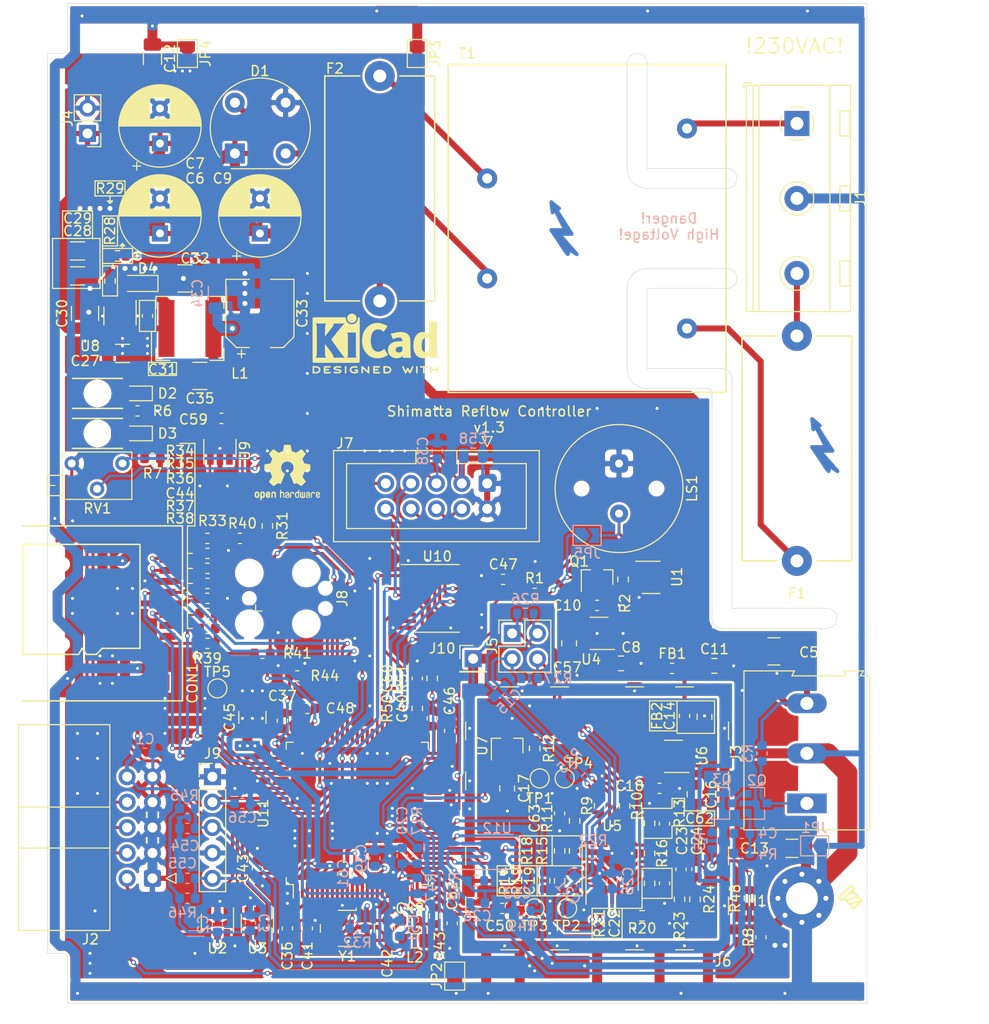
<source format=kicad_pcb>
(kicad_pcb (version 20171130) (host pcbnew 5.1.8)

  (general
    (thickness 1.6)
    (drawings 151)
    (tracks 1897)
    (zones 0)
    (modules 173)
    (nets 150)
  )

  (page A4)
  (layers
    (0 F.Cu signal)
    (31 B.Cu signal)
    (32 B.Adhes user)
    (33 F.Adhes user)
    (34 B.Paste user)
    (35 F.Paste user)
    (36 B.SilkS user)
    (37 F.SilkS user)
    (38 B.Mask user)
    (39 F.Mask user)
    (40 Dwgs.User user)
    (41 Cmts.User user)
    (42 Eco1.User user)
    (43 Eco2.User user)
    (44 Edge.Cuts user)
    (45 Margin user)
    (46 B.CrtYd user)
    (47 F.CrtYd user)
    (48 B.Fab user)
    (49 F.Fab user)
  )

  (setup
    (last_trace_width 0.25)
    (user_trace_width 0.3)
    (user_trace_width 0.4)
    (user_trace_width 0.6)
    (user_trace_width 1)
    (user_trace_width 2)
    (trace_clearance 0.2)
    (zone_clearance 0.25)
    (zone_45_only no)
    (trace_min 0.21)
    (via_size 0.5)
    (via_drill 0.3)
    (via_min_size 0.4)
    (via_min_drill 0.3)
    (user_via 0.9 0.5)
    (uvia_size 0.3)
    (uvia_drill 0.1)
    (uvias_allowed no)
    (uvia_min_size 0.2)
    (uvia_min_drill 0.1)
    (edge_width 0.05)
    (segment_width 0.2)
    (pcb_text_width 0.3)
    (pcb_text_size 1.5 1.5)
    (mod_edge_width 0.12)
    (mod_text_size 1 1)
    (mod_text_width 0.15)
    (pad_size 1.15 1.8)
    (pad_drill 0)
    (pad_to_mask_clearance 0.051)
    (solder_mask_min_width 0.25)
    (aux_axis_origin 13 13)
    (grid_origin 13 13)
    (visible_elements FFFFFF7F)
    (pcbplotparams
      (layerselection 0x010fc_ffffffff)
      (usegerberextensions true)
      (usegerberattributes false)
      (usegerberadvancedattributes false)
      (creategerberjobfile true)
      (excludeedgelayer true)
      (linewidth 0.100000)
      (plotframeref false)
      (viasonmask false)
      (mode 1)
      (useauxorigin false)
      (hpglpennumber 1)
      (hpglpenspeed 20)
      (hpglpendiameter 15.000000)
      (psnegative false)
      (psa4output false)
      (plotreference true)
      (plotvalue true)
      (plotinvisibletext false)
      (padsonsilk false)
      (subtractmaskfromsilk false)
      (outputformat 1)
      (mirror false)
      (drillshape 0)
      (scaleselection 1)
      (outputdirectory "gerber/"))
  )

  (net 0 "")
  (net 1 Earth)
  (net 2 GND)
  (net 3 +8V)
  (net 4 +3V3)
  (net 5 +5V)
  (net 6 /Controller/ENC1)
  (net 7 /Controller/ENC2)
  (net 8 /Controller/VREF)
  (net 9 /Controller/SW1)
  (net 10 /Frontend/FORCE+)
  (net 11 /Frontend/FORCE-)
  (net 12 /Frontend/SENS+)
  (net 13 /Frontend/SENS-)
  (net 14 /Controller/SDIO_D1)
  (net 15 /Controller/SDIO_D0)
  (net 16 /Controller/SDIO_CLK)
  (net 17 /Controller/SDIO_CMD)
  (net 18 /Controller/SDIO_D3)
  (net 19 /Controller/SDIO_D2)
  (net 20 /Controller/TEMP_IN)
  (net 21 /L_Trafo)
  (net 22 /L_IN)
  (net 23 /N_IN)
  (net 24 /DIGIO3)
  (net 25 /DIGIO2)
  (net 26 /DIGIO1)
  (net 27 /DIGIO0)
  (net 28 /Controller/SWDIO)
  (net 29 /Controller/SWCLK)
  (net 30 /Controller/PC_RX)
  (net 31 /Controller/PC_TX)
  (net 32 /Controller/~RST)
  (net 33 /Controller/LCD_VO)
  (net 34 /Controller/LCD_RS)
  (net 35 /Controller/LCD_EN)
  (net 36 /Controller/LCD_D3)
  (net 37 /Controller/LCD_D0)
  (net 38 /Controller/LCD_D2)
  (net 39 /Controller/LCD_D1)
  (net 40 /OUT0)
  (net 41 /OUT3)
  (net 42 /OUT2)
  (net 43 /OUT1)
  (net 44 /Controller/VDDA)
  (net 45 +5VL)
  (net 46 /Controller/CARD_DETECT)
  (net 47 +3.3VA)
  (net 48 /Frontend/VREF_OP)
  (net 49 /DIGIO0_PROT)
  (net 50 /DIGIO1_PROT)
  (net 51 /DIGIO2_PROT)
  (net 52 /DIGIO3_PROT)
  (net 53 "Net-(C4-Pad2)")
  (net 54 "Net-(C14-Pad1)")
  (net 55 "Net-(C19-Pad1)")
  (net 56 "Net-(C22-Pad2)")
  (net 57 "Net-(C22-Pad1)")
  (net 58 "Net-(C23-Pad1)")
  (net 59 "Net-(C31-Pad1)")
  (net 60 "Net-(C42-Pad1)")
  (net 61 "Net-(D1-Pad4)")
  (net 62 "Net-(D1-Pad2)")
  (net 63 "Net-(D2-Pad1)")
  (net 64 "Net-(D3-Pad1)")
  (net 65 "Net-(F2-Pad2)")
  (net 66 "Net-(J3-Pad1)")
  (net 67 "Net-(J8-Pad5)")
  (net 68 "Net-(J8-Pad6)")
  (net 69 "Net-(J8-Pad8)")
  (net 70 "Net-(Q2-Pad2)")
  (net 71 "Net-(Q3-Pad1)")
  (net 72 /Controller/SSR_SAFETY_ENABLE)
  (net 73 /Controller/E_~CS)
  (net 74 "Net-(U9-Pad3)")
  (net 75 /Controller/E_SCK)
  (net 76 /Controller/E_MISO)
  (net 77 /Controller/E_MOSI)
  (net 78 "Net-(Q1-Pad3)")
  (net 79 "Net-(U11-Pad1)")
  (net 80 "/Digital Power Supply/DCDC_SW")
  (net 81 /Controller/EXT_WTCHDG_TOGGL)
  (net 82 "Net-(C41-Pad1)")
  (net 83 "Net-(C46-Pad1)")
  (net 84 "Net-(C48-Pad1)")
  (net 85 "Net-(C52-Pad2)")
  (net 86 "Net-(R15-Pad1)")
  (net 87 "Net-(R20-Pad1)")
  (net 88 "Net-(R28-Pad1)")
  (net 89 "Net-(R31-Pad2)")
  (net 90 "Net-(U1-Pad1)")
  (net 91 "Net-(U6-Pad4)")
  (net 92 "Net-(U10-Pad17)")
  (net 93 "Net-(U10-Pad15)")
  (net 94 "Net-(U10-Pad9)")
  (net 95 "Net-(U10-Pad8)")
  (net 96 "Net-(U10-Pad7)")
  (net 97 "Net-(U10-Pad6)")
  (net 98 "Net-(U10-Pad4)")
  (net 99 "Net-(U10-Pad2)")
  (net 100 "Net-(U11-Pad2)")
  (net 101 "Net-(U11-Pad3)")
  (net 102 "Net-(U11-Pad4)")
  (net 103 "Net-(U11-Pad5)")
  (net 104 "Net-(U11-Pad7)")
  (net 105 "Net-(U11-Pad8)")
  (net 106 "Net-(U11-Pad9)")
  (net 107 "Net-(U11-Pad15)")
  (net 108 "Net-(U11-Pad16)")
  (net 109 "Net-(U11-Pad17)")
  (net 110 "Net-(U11-Pad18)")
  (net 111 "Net-(U11-Pad33)")
  (net 112 "Net-(U11-Pad38)")
  (net 113 "Net-(U11-Pad40)")
  (net 114 "Net-(U11-Pad41)")
  (net 115 "Net-(U11-Pad42)")
  (net 116 "Net-(U11-Pad43)")
  (net 117 "Net-(U11-Pad44)")
  (net 118 "Net-(U11-Pad45)")
  (net 119 "Net-(U11-Pad46)")
  (net 120 "Net-(U11-Pad47)")
  (net 121 "Net-(U11-Pad48)")
  (net 122 "Net-(U11-Pad51)")
  (net 123 "Net-(U11-Pad52)")
  (net 124 "Net-(U11-Pad53)")
  (net 125 "Net-(U11-Pad54)")
  (net 126 "Net-(U11-Pad60)")
  (net 127 "Net-(U11-Pad61)")
  (net 128 "Net-(U11-Pad62)")
  (net 129 "Net-(U11-Pad63)")
  (net 130 "Net-(U11-Pad64)")
  (net 131 "Net-(U11-Pad70)")
  (net 132 "Net-(U11-Pad71)")
  (net 133 "Net-(U11-Pad77)")
  (net 134 "Net-(U11-Pad81)")
  (net 135 "Net-(U11-Pad82)")
  (net 136 "Net-(U11-Pad84)")
  (net 137 "Net-(U11-Pad86)")
  (net 138 "Net-(U11-Pad95)")
  (net 139 "Net-(U11-Pad96)")
  (net 140 "Net-(U11-Pad97)")
  (net 141 "Net-(U11-Pad98)")
  (net 142 "Net-(C10-Pad2)")
  (net 143 "Net-(JP5-Pad2)")
  (net 144 "Net-(JP5-Pad1)")
  (net 145 "Net-(C60-Pad1)")
  (net 146 "Net-(C62-Pad2)")
  (net 147 "Net-(C62-Pad1)")
  (net 148 "Net-(C63-Pad2)")
  (net 149 "Net-(C63-Pad1)")

  (net_class Default "This is the default net class."
    (clearance 0.2)
    (trace_width 0.25)
    (via_dia 0.5)
    (via_drill 0.3)
    (uvia_dia 0.3)
    (uvia_drill 0.1)
    (diff_pair_width 0.3)
    (diff_pair_gap 0.25)
    (add_net +3.3VA)
    (add_net +3V3)
    (add_net +5V)
    (add_net +5VL)
    (add_net +8V)
    (add_net /Controller/CARD_DETECT)
    (add_net /Controller/ENC1)
    (add_net /Controller/ENC2)
    (add_net /Controller/EXT_WTCHDG_TOGGL)
    (add_net /Controller/E_MISO)
    (add_net /Controller/E_MOSI)
    (add_net /Controller/E_SCK)
    (add_net /Controller/E_~CS)
    (add_net /Controller/LCD_D0)
    (add_net /Controller/LCD_D1)
    (add_net /Controller/LCD_D2)
    (add_net /Controller/LCD_D3)
    (add_net /Controller/LCD_EN)
    (add_net /Controller/LCD_RS)
    (add_net /Controller/LCD_VO)
    (add_net /Controller/PC_RX)
    (add_net /Controller/PC_TX)
    (add_net /Controller/SDIO_CLK)
    (add_net /Controller/SDIO_CMD)
    (add_net /Controller/SDIO_D0)
    (add_net /Controller/SDIO_D1)
    (add_net /Controller/SDIO_D2)
    (add_net /Controller/SDIO_D3)
    (add_net /Controller/SSR_SAFETY_ENABLE)
    (add_net /Controller/SW1)
    (add_net /Controller/SWCLK)
    (add_net /Controller/SWDIO)
    (add_net /Controller/TEMP_IN)
    (add_net /Controller/VDDA)
    (add_net /Controller/VREF)
    (add_net /Controller/~RST)
    (add_net /DIGIO0)
    (add_net /DIGIO0_PROT)
    (add_net /DIGIO1)
    (add_net /DIGIO1_PROT)
    (add_net /DIGIO2)
    (add_net /DIGIO2_PROT)
    (add_net /DIGIO3)
    (add_net /DIGIO3_PROT)
    (add_net "/Digital Power Supply/DCDC_SW")
    (add_net /Frontend/FORCE+)
    (add_net /Frontend/FORCE-)
    (add_net /Frontend/SENS+)
    (add_net /Frontend/SENS-)
    (add_net /Frontend/VREF_OP)
    (add_net /OUT0)
    (add_net /OUT1)
    (add_net /OUT2)
    (add_net /OUT3)
    (add_net Earth)
    (add_net GND)
    (add_net "Net-(C10-Pad2)")
    (add_net "Net-(C14-Pad1)")
    (add_net "Net-(C19-Pad1)")
    (add_net "Net-(C22-Pad1)")
    (add_net "Net-(C22-Pad2)")
    (add_net "Net-(C23-Pad1)")
    (add_net "Net-(C31-Pad1)")
    (add_net "Net-(C4-Pad2)")
    (add_net "Net-(C41-Pad1)")
    (add_net "Net-(C42-Pad1)")
    (add_net "Net-(C46-Pad1)")
    (add_net "Net-(C48-Pad1)")
    (add_net "Net-(C52-Pad2)")
    (add_net "Net-(C60-Pad1)")
    (add_net "Net-(C62-Pad1)")
    (add_net "Net-(C62-Pad2)")
    (add_net "Net-(C63-Pad1)")
    (add_net "Net-(C63-Pad2)")
    (add_net "Net-(D1-Pad2)")
    (add_net "Net-(D1-Pad4)")
    (add_net "Net-(D2-Pad1)")
    (add_net "Net-(D3-Pad1)")
    (add_net "Net-(F2-Pad2)")
    (add_net "Net-(J3-Pad1)")
    (add_net "Net-(J8-Pad5)")
    (add_net "Net-(J8-Pad6)")
    (add_net "Net-(J8-Pad8)")
    (add_net "Net-(JP5-Pad1)")
    (add_net "Net-(JP5-Pad2)")
    (add_net "Net-(Q1-Pad3)")
    (add_net "Net-(Q2-Pad2)")
    (add_net "Net-(Q3-Pad1)")
    (add_net "Net-(R15-Pad1)")
    (add_net "Net-(R20-Pad1)")
    (add_net "Net-(R28-Pad1)")
    (add_net "Net-(R31-Pad2)")
    (add_net "Net-(U1-Pad1)")
    (add_net "Net-(U10-Pad15)")
    (add_net "Net-(U10-Pad17)")
    (add_net "Net-(U10-Pad2)")
    (add_net "Net-(U10-Pad4)")
    (add_net "Net-(U10-Pad6)")
    (add_net "Net-(U10-Pad7)")
    (add_net "Net-(U10-Pad8)")
    (add_net "Net-(U10-Pad9)")
    (add_net "Net-(U11-Pad1)")
    (add_net "Net-(U11-Pad15)")
    (add_net "Net-(U11-Pad16)")
    (add_net "Net-(U11-Pad17)")
    (add_net "Net-(U11-Pad18)")
    (add_net "Net-(U11-Pad2)")
    (add_net "Net-(U11-Pad3)")
    (add_net "Net-(U11-Pad33)")
    (add_net "Net-(U11-Pad38)")
    (add_net "Net-(U11-Pad4)")
    (add_net "Net-(U11-Pad40)")
    (add_net "Net-(U11-Pad41)")
    (add_net "Net-(U11-Pad42)")
    (add_net "Net-(U11-Pad43)")
    (add_net "Net-(U11-Pad44)")
    (add_net "Net-(U11-Pad45)")
    (add_net "Net-(U11-Pad46)")
    (add_net "Net-(U11-Pad47)")
    (add_net "Net-(U11-Pad48)")
    (add_net "Net-(U11-Pad5)")
    (add_net "Net-(U11-Pad51)")
    (add_net "Net-(U11-Pad52)")
    (add_net "Net-(U11-Pad53)")
    (add_net "Net-(U11-Pad54)")
    (add_net "Net-(U11-Pad60)")
    (add_net "Net-(U11-Pad61)")
    (add_net "Net-(U11-Pad62)")
    (add_net "Net-(U11-Pad63)")
    (add_net "Net-(U11-Pad64)")
    (add_net "Net-(U11-Pad7)")
    (add_net "Net-(U11-Pad70)")
    (add_net "Net-(U11-Pad71)")
    (add_net "Net-(U11-Pad77)")
    (add_net "Net-(U11-Pad8)")
    (add_net "Net-(U11-Pad81)")
    (add_net "Net-(U11-Pad82)")
    (add_net "Net-(U11-Pad84)")
    (add_net "Net-(U11-Pad86)")
    (add_net "Net-(U11-Pad9)")
    (add_net "Net-(U11-Pad95)")
    (add_net "Net-(U11-Pad96)")
    (add_net "Net-(U11-Pad97)")
    (add_net "Net-(U11-Pad98)")
    (add_net "Net-(U6-Pad4)")
    (add_net "Net-(U9-Pad3)")
  )

  (net_class HV ""
    (clearance 2.55)
    (trace_width 1)
    (via_dia 0.5)
    (via_drill 0.3)
    (uvia_dia 0.3)
    (uvia_drill 0.1)
    (diff_pair_width 0.21)
    (diff_pair_gap 0.25)
    (add_net /L_IN)
    (add_net /L_Trafo)
    (add_net /N_IN)
  )

  (module Capacitor_SMD:C_0603_1608Metric (layer F.Cu) (tedit 5F68FEEE) (tstamp 5FD64B98)
    (at 67.25 94 270)
    (descr "Capacitor SMD 0603 (1608 Metric), square (rectangular) end terminal, IPC_7351 nominal, (Body size source: IPC-SM-782 page 76, https://www.pcb-3d.com/wordpress/wp-content/uploads/ipc-sm-782a_amendment_1_and_2.pdf), generated with kicad-footprint-generator")
    (tags capacitor)
    (path /5D8C5188/5FE2133C)
    (attr smd)
    (fp_text reference C63 (at 0.5 2.5 90) (layer F.SilkS)
      (effects (font (size 1 1) (thickness 0.15)))
    )
    (fp_text value DNP (at 0 1.43 90) (layer F.Fab)
      (effects (font (size 1 1) (thickness 0.15)))
    )
    (fp_line (start 1.48 0.73) (end -1.48 0.73) (layer F.CrtYd) (width 0.05))
    (fp_line (start 1.48 -0.73) (end 1.48 0.73) (layer F.CrtYd) (width 0.05))
    (fp_line (start -1.48 -0.73) (end 1.48 -0.73) (layer F.CrtYd) (width 0.05))
    (fp_line (start -1.48 0.73) (end -1.48 -0.73) (layer F.CrtYd) (width 0.05))
    (fp_line (start -0.14058 0.51) (end 0.14058 0.51) (layer F.SilkS) (width 0.12))
    (fp_line (start -0.14058 -0.51) (end 0.14058 -0.51) (layer F.SilkS) (width 0.12))
    (fp_line (start 0.8 0.4) (end -0.8 0.4) (layer F.Fab) (width 0.1))
    (fp_line (start 0.8 -0.4) (end 0.8 0.4) (layer F.Fab) (width 0.1))
    (fp_line (start -0.8 -0.4) (end 0.8 -0.4) (layer F.Fab) (width 0.1))
    (fp_line (start -0.8 0.4) (end -0.8 -0.4) (layer F.Fab) (width 0.1))
    (fp_text user %R (at 0 0 90) (layer F.Fab)
      (effects (font (size 0.4 0.4) (thickness 0.06)))
    )
    (pad 2 smd roundrect (at 0.775 0 270) (size 0.9 0.95) (layers F.Cu F.Paste F.Mask) (roundrect_rratio 0.25)
      (net 148 "Net-(C63-Pad2)"))
    (pad 1 smd roundrect (at -0.775 0 270) (size 0.9 0.95) (layers F.Cu F.Paste F.Mask) (roundrect_rratio 0.25)
      (net 149 "Net-(C63-Pad1)"))
    (model ${KISYS3DMOD}/Capacitor_SMD.3dshapes/C_0603_1608Metric.wrl
      (at (xyz 0 0 0))
      (scale (xyz 1 1 1))
      (rotate (xyz 0 0 0))
    )
  )

  (module Capacitor_SMD:C_0603_1608Metric (layer F.Cu) (tedit 5F68FEEE) (tstamp 5FD64B87)
    (at 77.75 95.025 270)
    (descr "Capacitor SMD 0603 (1608 Metric), square (rectangular) end terminal, IPC_7351 nominal, (Body size source: IPC-SM-782 page 76, https://www.pcb-3d.com/wordpress/wp-content/uploads/ipc-sm-782a_amendment_1_and_2.pdf), generated with kicad-footprint-generator")
    (tags capacitor)
    (path /5D8C5188/5FE331AE)
    (attr smd)
    (fp_text reference C62 (at -0.525 -3.5 180) (layer F.SilkS)
      (effects (font (size 1 1) (thickness 0.15)))
    )
    (fp_text value DNP (at 0 1.43 90) (layer F.Fab)
      (effects (font (size 1 1) (thickness 0.15)))
    )
    (fp_line (start 1.48 0.73) (end -1.48 0.73) (layer F.CrtYd) (width 0.05))
    (fp_line (start 1.48 -0.73) (end 1.48 0.73) (layer F.CrtYd) (width 0.05))
    (fp_line (start -1.48 -0.73) (end 1.48 -0.73) (layer F.CrtYd) (width 0.05))
    (fp_line (start -1.48 0.73) (end -1.48 -0.73) (layer F.CrtYd) (width 0.05))
    (fp_line (start -0.14058 0.51) (end 0.14058 0.51) (layer F.SilkS) (width 0.12))
    (fp_line (start -0.14058 -0.51) (end 0.14058 -0.51) (layer F.SilkS) (width 0.12))
    (fp_line (start 0.8 0.4) (end -0.8 0.4) (layer F.Fab) (width 0.1))
    (fp_line (start 0.8 -0.4) (end 0.8 0.4) (layer F.Fab) (width 0.1))
    (fp_line (start -0.8 -0.4) (end 0.8 -0.4) (layer F.Fab) (width 0.1))
    (fp_line (start -0.8 0.4) (end -0.8 -0.4) (layer F.Fab) (width 0.1))
    (fp_text user %R (at 0 0 90) (layer F.Fab)
      (effects (font (size 0.4 0.4) (thickness 0.06)))
    )
    (pad 2 smd roundrect (at 0.775 0 270) (size 0.9 0.95) (layers F.Cu F.Paste F.Mask) (roundrect_rratio 0.25)
      (net 146 "Net-(C62-Pad2)"))
    (pad 1 smd roundrect (at -0.775 0 270) (size 0.9 0.95) (layers F.Cu F.Paste F.Mask) (roundrect_rratio 0.25)
      (net 147 "Net-(C62-Pad1)"))
    (model ${KISYS3DMOD}/Capacitor_SMD.3dshapes/C_0603_1608Metric.wrl
      (at (xyz 0 0 0))
      (scale (xyz 1 1 1))
      (rotate (xyz 0 0 0))
    )
  )

  (module Capacitor_SMD:C_0603_1608Metric (layer B.Cu) (tedit 5F68FEEE) (tstamp 5FD2F3FD)
    (at 47 100 270)
    (descr "Capacitor SMD 0603 (1608 Metric), square (rectangular) end terminal, IPC_7351 nominal, (Body size source: IPC-SM-782 page 76, https://www.pcb-3d.com/wordpress/wp-content/uploads/ipc-sm-782a_amendment_1_and_2.pdf), generated with kicad-footprint-generator")
    (tags capacitor)
    (path /5D77EC9D/5FD72F9A)
    (attr smd)
    (fp_text reference C61 (at 0 1.43 90) (layer B.SilkS)
      (effects (font (size 1 1) (thickness 0.15)) (justify mirror))
    )
    (fp_text value 100n (at 0 -1.43 90) (layer B.Fab)
      (effects (font (size 1 1) (thickness 0.15)) (justify mirror))
    )
    (fp_line (start 1.48 -0.73) (end -1.48 -0.73) (layer B.CrtYd) (width 0.05))
    (fp_line (start 1.48 0.73) (end 1.48 -0.73) (layer B.CrtYd) (width 0.05))
    (fp_line (start -1.48 0.73) (end 1.48 0.73) (layer B.CrtYd) (width 0.05))
    (fp_line (start -1.48 -0.73) (end -1.48 0.73) (layer B.CrtYd) (width 0.05))
    (fp_line (start -0.14058 -0.51) (end 0.14058 -0.51) (layer B.SilkS) (width 0.12))
    (fp_line (start -0.14058 0.51) (end 0.14058 0.51) (layer B.SilkS) (width 0.12))
    (fp_line (start 0.8 -0.4) (end -0.8 -0.4) (layer B.Fab) (width 0.1))
    (fp_line (start 0.8 0.4) (end 0.8 -0.4) (layer B.Fab) (width 0.1))
    (fp_line (start -0.8 0.4) (end 0.8 0.4) (layer B.Fab) (width 0.1))
    (fp_line (start -0.8 -0.4) (end -0.8 0.4) (layer B.Fab) (width 0.1))
    (fp_text user %R (at 0 0 90) (layer B.Fab)
      (effects (font (size 0.4 0.4) (thickness 0.06)) (justify mirror))
    )
    (pad 2 smd roundrect (at 0.775 0 270) (size 0.9 0.95) (layers B.Cu B.Paste B.Mask) (roundrect_rratio 0.25)
      (net 2 GND))
    (pad 1 smd roundrect (at -0.775 0 270) (size 0.9 0.95) (layers B.Cu B.Paste B.Mask) (roundrect_rratio 0.25)
      (net 4 +3V3))
    (model ${KISYS3DMOD}/Capacitor_SMD.3dshapes/C_0603_1608Metric.wrl
      (at (xyz 0 0 0))
      (scale (xyz 1 1 1))
      (rotate (xyz 0 0 0))
    )
  )

  (module shimatta_buzzer:PKM13EPYH4002-B0 (layer F.Cu) (tedit 5FCFC26C) (tstamp 5FCC3E58)
    (at 73.198 61.514 270)
    (tags buzzer,piezo)
    (path /5D891662)
    (fp_text reference LS1 (at 0 -7.3 90) (layer F.SilkS)
      (effects (font (size 1 1) (thickness 0.15)))
    )
    (fp_text value Buzzer (at 0 0 180) (layer F.Fab)
      (effects (font (size 1 1) (thickness 0.15)))
    )
    (fp_circle (center 0 0) (end 6.4 0) (layer F.SilkS) (width 0.12))
    (fp_circle (center 0 0) (end 6.5 0) (layer F.CrtYd) (width 0.12))
    (fp_circle (center 0 0) (end 6.5 0) (layer F.Fab) (width 0.12))
    (pad "" np_thru_hole circle (at 0 -3.75 270) (size 1.1 1.1) (drill 1.1) (layers *.Cu *.Mask))
    (pad "" np_thru_hole circle (at 0 3.75 270) (size 1.1 1.1) (drill 1.1) (layers *.Cu *.Mask))
    (pad 2 thru_hole circle (at 2.5 0 270) (size 1.8 1.8) (drill 0.8) (layers *.Cu *.Mask)
      (net 143 "Net-(JP5-Pad2)"))
    (pad 1 thru_hole roundrect (at -2.5 0 270) (size 1.8 1.8) (drill 0.8) (layers *.Cu *.Mask) (roundrect_rratio 0.25)
      (net 2 GND))
    (model ${KISYS3DMOD}/buzzer.shapes3d/PKM13EPYH4002-B0.wrl
      (at (xyz 0 0 0))
      (scale (xyz 0.3937 0.3937 0.3937))
      (rotate (xyz 0 0 0))
    )
  )

  (module Resistor_SMD:R_0603_1608Metric (layer F.Cu) (tedit 5F68FEEE) (tstamp 5FCDB62B)
    (at 54.5 80.5 270)
    (descr "Resistor SMD 0603 (1608 Metric), square (rectangular) end terminal, IPC_7351 nominal, (Body size source: IPC-SM-782 page 72, https://www.pcb-3d.com/wordpress/wp-content/uploads/ipc-sm-782a_amendment_1_and_2.pdf), generated with kicad-footprint-generator")
    (tags resistor)
    (path /5D77EC9D/5FD62ABC)
    (attr smd)
    (fp_text reference R51 (at 0 3 90) (layer F.SilkS)
      (effects (font (size 1 1) (thickness 0.15)))
    )
    (fp_text value 10k (at -2.25 0 90) (layer F.Fab)
      (effects (font (size 1 1) (thickness 0.15)))
    )
    (fp_line (start -0.8 0.4125) (end -0.8 -0.4125) (layer F.Fab) (width 0.1))
    (fp_line (start -0.8 -0.4125) (end 0.8 -0.4125) (layer F.Fab) (width 0.1))
    (fp_line (start 0.8 -0.4125) (end 0.8 0.4125) (layer F.Fab) (width 0.1))
    (fp_line (start 0.8 0.4125) (end -0.8 0.4125) (layer F.Fab) (width 0.1))
    (fp_line (start -0.237258 -0.5225) (end 0.237258 -0.5225) (layer F.SilkS) (width 0.12))
    (fp_line (start -0.237258 0.5225) (end 0.237258 0.5225) (layer F.SilkS) (width 0.12))
    (fp_line (start -1.48 0.73) (end -1.48 -0.73) (layer F.CrtYd) (width 0.05))
    (fp_line (start -1.48 -0.73) (end 1.48 -0.73) (layer F.CrtYd) (width 0.05))
    (fp_line (start 1.48 -0.73) (end 1.48 0.73) (layer F.CrtYd) (width 0.05))
    (fp_line (start 1.48 0.73) (end -1.48 0.73) (layer F.CrtYd) (width 0.05))
    (fp_text user %R (at 0 0 90) (layer F.Fab)
      (effects (font (size 0.4 0.4) (thickness 0.06)))
    )
    (pad 2 smd roundrect (at 0.825 0 270) (size 0.8 0.95) (layers F.Cu F.Paste F.Mask) (roundrect_rratio 0.25)
      (net 145 "Net-(C60-Pad1)"))
    (pad 1 smd roundrect (at -0.825 0 270) (size 0.8 0.95) (layers F.Cu F.Paste F.Mask) (roundrect_rratio 0.25)
      (net 2 GND))
    (model ${KISYS3DMOD}/Resistor_SMD.3dshapes/R_0603_1608Metric.wrl
      (at (xyz 0 0 0))
      (scale (xyz 1 1 1))
      (rotate (xyz 0 0 0))
    )
  )

  (module Resistor_SMD:R_0603_1608Metric (layer F.Cu) (tedit 5F68FEEE) (tstamp 5FCDB61A)
    (at 53 83.5 270)
    (descr "Resistor SMD 0603 (1608 Metric), square (rectangular) end terminal, IPC_7351 nominal, (Body size source: IPC-SM-782 page 72, https://www.pcb-3d.com/wordpress/wp-content/uploads/ipc-sm-782a_amendment_1_and_2.pdf), generated with kicad-footprint-generator")
    (tags resistor)
    (path /5D77EC9D/5FD5CEDB)
    (attr smd)
    (fp_text reference R50 (at 0 3 90) (layer F.SilkS)
      (effects (font (size 1 1) (thickness 0.15)))
    )
    (fp_text value 10k (at 0 1.43 90) (layer F.Fab)
      (effects (font (size 1 1) (thickness 0.15)))
    )
    (fp_line (start -0.8 0.4125) (end -0.8 -0.4125) (layer F.Fab) (width 0.1))
    (fp_line (start -0.8 -0.4125) (end 0.8 -0.4125) (layer F.Fab) (width 0.1))
    (fp_line (start 0.8 -0.4125) (end 0.8 0.4125) (layer F.Fab) (width 0.1))
    (fp_line (start 0.8 0.4125) (end -0.8 0.4125) (layer F.Fab) (width 0.1))
    (fp_line (start -0.237258 -0.5225) (end 0.237258 -0.5225) (layer F.SilkS) (width 0.12))
    (fp_line (start -0.237258 0.5225) (end 0.237258 0.5225) (layer F.SilkS) (width 0.12))
    (fp_line (start -1.48 0.73) (end -1.48 -0.73) (layer F.CrtYd) (width 0.05))
    (fp_line (start -1.48 -0.73) (end 1.48 -0.73) (layer F.CrtYd) (width 0.05))
    (fp_line (start 1.48 -0.73) (end 1.48 0.73) (layer F.CrtYd) (width 0.05))
    (fp_line (start 1.48 0.73) (end -1.48 0.73) (layer F.CrtYd) (width 0.05))
    (fp_text user %R (at 0 0 90) (layer F.Fab)
      (effects (font (size 0.4 0.4) (thickness 0.06)))
    )
    (pad 2 smd roundrect (at 0.825 0 270) (size 0.8 0.95) (layers F.Cu F.Paste F.Mask) (roundrect_rratio 0.25)
      (net 4 +3V3))
    (pad 1 smd roundrect (at -0.825 0 270) (size 0.8 0.95) (layers F.Cu F.Paste F.Mask) (roundrect_rratio 0.25)
      (net 145 "Net-(C60-Pad1)"))
    (model ${KISYS3DMOD}/Resistor_SMD.3dshapes/R_0603_1608Metric.wrl
      (at (xyz 0 0 0))
      (scale (xyz 1 1 1))
      (rotate (xyz 0 0 0))
    )
  )

  (module Capacitor_SMD:C_0603_1608Metric (layer F.Cu) (tedit 5F68FEEE) (tstamp 5FCDA8B7)
    (at 53 80.5 90)
    (descr "Capacitor SMD 0603 (1608 Metric), square (rectangular) end terminal, IPC_7351 nominal, (Body size source: IPC-SM-782 page 76, https://www.pcb-3d.com/wordpress/wp-content/uploads/ipc-sm-782a_amendment_1_and_2.pdf), generated with kicad-footprint-generator")
    (tags capacitor)
    (path /5D77EC9D/5FE39FAF)
    (attr smd)
    (fp_text reference C60 (at 0 -3 90) (layer F.SilkS)
      (effects (font (size 1 1) (thickness 0.15)))
    )
    (fp_text value 100n (at 2.75 0 90) (layer F.Fab)
      (effects (font (size 1 1) (thickness 0.15)))
    )
    (fp_line (start -0.8 0.4) (end -0.8 -0.4) (layer F.Fab) (width 0.1))
    (fp_line (start -0.8 -0.4) (end 0.8 -0.4) (layer F.Fab) (width 0.1))
    (fp_line (start 0.8 -0.4) (end 0.8 0.4) (layer F.Fab) (width 0.1))
    (fp_line (start 0.8 0.4) (end -0.8 0.4) (layer F.Fab) (width 0.1))
    (fp_line (start -0.14058 -0.51) (end 0.14058 -0.51) (layer F.SilkS) (width 0.12))
    (fp_line (start -0.14058 0.51) (end 0.14058 0.51) (layer F.SilkS) (width 0.12))
    (fp_line (start -1.48 0.73) (end -1.48 -0.73) (layer F.CrtYd) (width 0.05))
    (fp_line (start -1.48 -0.73) (end 1.48 -0.73) (layer F.CrtYd) (width 0.05))
    (fp_line (start 1.48 -0.73) (end 1.48 0.73) (layer F.CrtYd) (width 0.05))
    (fp_line (start 1.48 0.73) (end -1.48 0.73) (layer F.CrtYd) (width 0.05))
    (fp_text user %R (at 0 0 90) (layer F.Fab)
      (effects (font (size 0.4 0.4) (thickness 0.06)))
    )
    (pad 2 smd roundrect (at 0.775 0 90) (size 0.9 0.95) (layers F.Cu F.Paste F.Mask) (roundrect_rratio 0.25)
      (net 2 GND))
    (pad 1 smd roundrect (at -0.775 0 90) (size 0.9 0.95) (layers F.Cu F.Paste F.Mask) (roundrect_rratio 0.25)
      (net 145 "Net-(C60-Pad1)"))
    (model ${KISYS3DMOD}/Capacitor_SMD.3dshapes/C_0603_1608Metric.wrl
      (at (xyz 0 0 0))
      (scale (xyz 1 1 1))
      (rotate (xyz 0 0 0))
    )
  )

  (module Jumper:SolderJumper-2_P1.3mm_Open_TrianglePad1.0x1.5mm (layer B.Cu) (tedit 5A64794F) (tstamp 5FCF9810)
    (at 70 66.2)
    (descr "SMD Solder Jumper, 1x1.5mm Triangular Pads, 0.3mm gap, open")
    (tags "solder jumper open")
    (path /600F11A8)
    (attr virtual)
    (fp_text reference JP5 (at 0 1.8) (layer B.SilkS)
      (effects (font (size 1 1) (thickness 0.15)) (justify mirror))
    )
    (fp_text value DNP (at 0 -1.9) (layer B.Fab)
      (effects (font (size 1 1) (thickness 0.15)) (justify mirror))
    )
    (fp_line (start -1.4 -1) (end -1.4 1) (layer B.SilkS) (width 0.12))
    (fp_line (start 1.4 -1) (end -1.4 -1) (layer B.SilkS) (width 0.12))
    (fp_line (start 1.4 1) (end 1.4 -1) (layer B.SilkS) (width 0.12))
    (fp_line (start -1.4 1) (end 1.4 1) (layer B.SilkS) (width 0.12))
    (fp_line (start -1.65 1.25) (end 1.65 1.25) (layer B.CrtYd) (width 0.05))
    (fp_line (start -1.65 1.25) (end -1.65 -1.25) (layer B.CrtYd) (width 0.05))
    (fp_line (start 1.65 -1.25) (end 1.65 1.25) (layer B.CrtYd) (width 0.05))
    (fp_line (start 1.65 -1.25) (end -1.65 -1.25) (layer B.CrtYd) (width 0.05))
    (pad 1 smd custom (at -0.725 0) (size 0.3 0.3) (layers B.Cu B.Mask)
      (net 144 "Net-(JP5-Pad1)") (zone_connect 2)
      (options (clearance outline) (anchor rect))
      (primitives
        (gr_poly (pts
           (xy -0.5 0.75) (xy 0.5 0.75) (xy 1 0) (xy 0.5 -0.75) (xy -0.5 -0.75)
) (width 0))
      ))
    (pad 2 smd custom (at 0.725 0) (size 0.3 0.3) (layers B.Cu B.Mask)
      (net 143 "Net-(JP5-Pad2)") (zone_connect 2)
      (options (clearance outline) (anchor rect))
      (primitives
        (gr_poly (pts
           (xy -0.65 0.75) (xy 0.5 0.75) (xy 0.5 -0.75) (xy -0.65 -0.75) (xy -0.15 0)
) (width 0))
      ))
  )

  (module Capacitor_SMD:C_0603_1608Metric (layer F.Cu) (tedit 5F68FEEE) (tstamp 5FCF2BEC)
    (at 33.4 54.5)
    (descr "Capacitor SMD 0603 (1608 Metric), square (rectangular) end terminal, IPC_7351 nominal, (Body size source: IPC-SM-782 page 76, https://www.pcb-3d.com/wordpress/wp-content/uploads/ipc-sm-782a_amendment_1_and_2.pdf), generated with kicad-footprint-generator")
    (tags capacitor)
    (path /5D77EC9D/5FFAEEF2)
    (attr smd)
    (fp_text reference C59 (at -2.8 0.1) (layer F.SilkS)
      (effects (font (size 1 1) (thickness 0.15)))
    )
    (fp_text value 100n (at -0.15 1.25) (layer F.Fab)
      (effects (font (size 1 1) (thickness 0.15)))
    )
    (fp_line (start -0.8 0.4) (end -0.8 -0.4) (layer F.Fab) (width 0.1))
    (fp_line (start -0.8 -0.4) (end 0.8 -0.4) (layer F.Fab) (width 0.1))
    (fp_line (start 0.8 -0.4) (end 0.8 0.4) (layer F.Fab) (width 0.1))
    (fp_line (start 0.8 0.4) (end -0.8 0.4) (layer F.Fab) (width 0.1))
    (fp_line (start -0.14058 -0.51) (end 0.14058 -0.51) (layer F.SilkS) (width 0.12))
    (fp_line (start -0.14058 0.51) (end 0.14058 0.51) (layer F.SilkS) (width 0.12))
    (fp_line (start -1.48 0.73) (end -1.48 -0.73) (layer F.CrtYd) (width 0.05))
    (fp_line (start -1.48 -0.73) (end 1.48 -0.73) (layer F.CrtYd) (width 0.05))
    (fp_line (start 1.48 -0.73) (end 1.48 0.73) (layer F.CrtYd) (width 0.05))
    (fp_line (start 1.48 0.73) (end -1.48 0.73) (layer F.CrtYd) (width 0.05))
    (fp_text user %R (at 0 0) (layer F.Fab)
      (effects (font (size 0.4 0.4) (thickness 0.06)))
    )
    (pad 2 smd roundrect (at 0.775 0) (size 0.9 0.95) (layers F.Cu F.Paste F.Mask) (roundrect_rratio 0.25)
      (net 2 GND))
    (pad 1 smd roundrect (at -0.775 0) (size 0.9 0.95) (layers F.Cu F.Paste F.Mask) (roundrect_rratio 0.25)
      (net 4 +3V3))
    (model ${KISYS3DMOD}/Capacitor_SMD.3dshapes/C_0603_1608Metric.wrl
      (at (xyz 0 0 0))
      (scale (xyz 1 1 1))
      (rotate (xyz 0 0 0))
    )
  )

  (module Capacitor_SMD:C_0805_2012Metric (layer B.Cu) (tedit 5F68FEEE) (tstamp 5FCEA5B5)
    (at 58.6 58.2 180)
    (descr "Capacitor SMD 0805 (2012 Metric), square (rectangular) end terminal, IPC_7351 nominal, (Body size source: IPC-SM-782 page 76, https://www.pcb-3d.com/wordpress/wp-content/uploads/ipc-sm-782a_amendment_1_and_2.pdf, https://docs.google.com/spreadsheets/d/1BsfQQcO9C6DZCsRaXUlFlo91Tg2WpOkGARC1WS5S8t0/edit?usp=sharing), generated with kicad-footprint-generator")
    (tags capacitor)
    (path /5D77EC9D/5FEFE3CF)
    (attr smd)
    (fp_text reference C58 (at 0 1.68) (layer B.SilkS)
      (effects (font (size 1 1) (thickness 0.15)) (justify mirror))
    )
    (fp_text value 1u (at 0 -1.68) (layer B.Fab)
      (effects (font (size 1 1) (thickness 0.15)) (justify mirror))
    )
    (fp_line (start -1 -0.625) (end -1 0.625) (layer B.Fab) (width 0.1))
    (fp_line (start -1 0.625) (end 1 0.625) (layer B.Fab) (width 0.1))
    (fp_line (start 1 0.625) (end 1 -0.625) (layer B.Fab) (width 0.1))
    (fp_line (start 1 -0.625) (end -1 -0.625) (layer B.Fab) (width 0.1))
    (fp_line (start -0.261252 0.735) (end 0.261252 0.735) (layer B.SilkS) (width 0.12))
    (fp_line (start -0.261252 -0.735) (end 0.261252 -0.735) (layer B.SilkS) (width 0.12))
    (fp_line (start -1.7 -0.98) (end -1.7 0.98) (layer B.CrtYd) (width 0.05))
    (fp_line (start -1.7 0.98) (end 1.7 0.98) (layer B.CrtYd) (width 0.05))
    (fp_line (start 1.7 0.98) (end 1.7 -0.98) (layer B.CrtYd) (width 0.05))
    (fp_line (start 1.7 -0.98) (end -1.7 -0.98) (layer B.CrtYd) (width 0.05))
    (fp_text user %R (at 0 0) (layer B.Fab)
      (effects (font (size 0.5 0.5) (thickness 0.08)) (justify mirror))
    )
    (pad 2 smd roundrect (at 0.95 0 180) (size 1 1.45) (layers B.Cu B.Paste B.Mask) (roundrect_rratio 0.25)
      (net 45 +5VL))
    (pad 1 smd roundrect (at -0.95 0 180) (size 1 1.45) (layers B.Cu B.Paste B.Mask) (roundrect_rratio 0.25)
      (net 2 GND))
    (model ${KISYS3DMOD}/Capacitor_SMD.3dshapes/C_0805_2012Metric.wrl
      (at (xyz 0 0 0))
      (scale (xyz 1 1 1))
      (rotate (xyz 0 0 0))
    )
  )

  (module Capacitor_SMD:C_0805_2012Metric (layer F.Cu) (tedit 5F68FEEE) (tstamp 5FCE5B90)
    (at 73.4 79)
    (descr "Capacitor SMD 0805 (2012 Metric), square (rectangular) end terminal, IPC_7351 nominal, (Body size source: IPC-SM-782 page 76, https://www.pcb-3d.com/wordpress/wp-content/uploads/ipc-sm-782a_amendment_1_and_2.pdf, https://docs.google.com/spreadsheets/d/1BsfQQcO9C6DZCsRaXUlFlo91Tg2WpOkGARC1WS5S8t0/edit?usp=sharing), generated with kicad-footprint-generator")
    (tags capacitor)
    (path /5D992429)
    (attr smd)
    (fp_text reference C8 (at 1 -1.6) (layer F.SilkS)
      (effects (font (size 1 1) (thickness 0.15)))
    )
    (fp_text value 100n (at 0 1.68) (layer F.Fab)
      (effects (font (size 1 1) (thickness 0.15)))
    )
    (fp_line (start -1 0.625) (end -1 -0.625) (layer F.Fab) (width 0.1))
    (fp_line (start -1 -0.625) (end 1 -0.625) (layer F.Fab) (width 0.1))
    (fp_line (start 1 -0.625) (end 1 0.625) (layer F.Fab) (width 0.1))
    (fp_line (start 1 0.625) (end -1 0.625) (layer F.Fab) (width 0.1))
    (fp_line (start -0.261252 -0.735) (end 0.261252 -0.735) (layer F.SilkS) (width 0.12))
    (fp_line (start -0.261252 0.735) (end 0.261252 0.735) (layer F.SilkS) (width 0.12))
    (fp_line (start -1.7 0.98) (end -1.7 -0.98) (layer F.CrtYd) (width 0.05))
    (fp_line (start -1.7 -0.98) (end 1.7 -0.98) (layer F.CrtYd) (width 0.05))
    (fp_line (start 1.7 -0.98) (end 1.7 0.98) (layer F.CrtYd) (width 0.05))
    (fp_line (start 1.7 0.98) (end -1.7 0.98) (layer F.CrtYd) (width 0.05))
    (fp_text user %R (at 0 0) (layer F.Fab)
      (effects (font (size 0.5 0.5) (thickness 0.08)))
    )
    (pad 2 smd roundrect (at 0.95 0) (size 1 1.45) (layers F.Cu F.Paste F.Mask) (roundrect_rratio 0.25)
      (net 2 GND))
    (pad 1 smd roundrect (at -0.95 0) (size 1 1.45) (layers F.Cu F.Paste F.Mask) (roundrect_rratio 0.25)
      (net 3 +8V))
    (model ${KISYS3DMOD}/Capacitor_SMD.3dshapes/C_0805_2012Metric.wrl
      (at (xyz 0 0 0))
      (scale (xyz 1 1 1))
      (rotate (xyz 0 0 0))
    )
  )

  (module Package_TO_SOT_SMD:SOT-23-5 (layer F.Cu) (tedit 5A02FF57) (tstamp 5FCDC79F)
    (at 71.2 76 180)
    (descr "5-pin SOT23 package")
    (tags SOT-23-5)
    (path /5FD96B77)
    (attr smd)
    (fp_text reference U4 (at 0.8 -2.6) (layer F.SilkS)
      (effects (font (size 1 1) (thickness 0.15)))
    )
    (fp_text value LP2985-5.0 (at -5.55 0) (layer F.Fab)
      (effects (font (size 1 1) (thickness 0.15)))
    )
    (fp_line (start -0.9 1.61) (end 0.9 1.61) (layer F.SilkS) (width 0.12))
    (fp_line (start 0.9 -1.61) (end -1.55 -1.61) (layer F.SilkS) (width 0.12))
    (fp_line (start -1.9 -1.8) (end 1.9 -1.8) (layer F.CrtYd) (width 0.05))
    (fp_line (start 1.9 -1.8) (end 1.9 1.8) (layer F.CrtYd) (width 0.05))
    (fp_line (start 1.9 1.8) (end -1.9 1.8) (layer F.CrtYd) (width 0.05))
    (fp_line (start -1.9 1.8) (end -1.9 -1.8) (layer F.CrtYd) (width 0.05))
    (fp_line (start -0.9 -0.9) (end -0.25 -1.55) (layer F.Fab) (width 0.1))
    (fp_line (start 0.9 -1.55) (end -0.25 -1.55) (layer F.Fab) (width 0.1))
    (fp_line (start -0.9 -0.9) (end -0.9 1.55) (layer F.Fab) (width 0.1))
    (fp_line (start 0.9 1.55) (end -0.9 1.55) (layer F.Fab) (width 0.1))
    (fp_line (start 0.9 -1.55) (end 0.9 1.55) (layer F.Fab) (width 0.1))
    (fp_text user %R (at 0 0 90) (layer F.Fab)
      (effects (font (size 0.5 0.5) (thickness 0.075)))
    )
    (pad 5 smd rect (at 1.1 -0.95 180) (size 1.06 0.65) (layers F.Cu F.Paste F.Mask)
      (net 45 +5VL))
    (pad 4 smd rect (at 1.1 0.95 180) (size 1.06 0.65) (layers F.Cu F.Paste F.Mask)
      (net 142 "Net-(C10-Pad2)"))
    (pad 3 smd rect (at -1.1 0.95 180) (size 1.06 0.65) (layers F.Cu F.Paste F.Mask)
      (net 3 +8V))
    (pad 2 smd rect (at -1.1 0 180) (size 1.06 0.65) (layers F.Cu F.Paste F.Mask)
      (net 2 GND))
    (pad 1 smd rect (at -1.1 -0.95 180) (size 1.06 0.65) (layers F.Cu F.Paste F.Mask)
      (net 3 +8V))
    (model ${KISYS3DMOD}/Package_TO_SOT_SMD.3dshapes/SOT-23-5.wrl
      (at (xyz 0 0 0))
      (scale (xyz 1 1 1))
      (rotate (xyz 0 0 0))
    )
  )

  (module Capacitor_SMD:C_0805_2012Metric (layer F.Cu) (tedit 5F68FEEE) (tstamp 5FCDB92C)
    (at 68.2 77 270)
    (descr "Capacitor SMD 0805 (2012 Metric), square (rectangular) end terminal, IPC_7351 nominal, (Body size source: IPC-SM-782 page 76, https://www.pcb-3d.com/wordpress/wp-content/uploads/ipc-sm-782a_amendment_1_and_2.pdf, https://docs.google.com/spreadsheets/d/1BsfQQcO9C6DZCsRaXUlFlo91Tg2WpOkGARC1WS5S8t0/edit?usp=sharing), generated with kicad-footprint-generator")
    (tags capacitor)
    (path /5FEA6BEA)
    (attr smd)
    (fp_text reference C57 (at 2.4 0.2 180) (layer F.SilkS)
      (effects (font (size 1 1) (thickness 0.15)))
    )
    (fp_text value 2u2 (at 0 -1.3 90) (layer F.Fab)
      (effects (font (size 1 1) (thickness 0.15)))
    )
    (fp_line (start -1 0.625) (end -1 -0.625) (layer F.Fab) (width 0.1))
    (fp_line (start -1 -0.625) (end 1 -0.625) (layer F.Fab) (width 0.1))
    (fp_line (start 1 -0.625) (end 1 0.625) (layer F.Fab) (width 0.1))
    (fp_line (start 1 0.625) (end -1 0.625) (layer F.Fab) (width 0.1))
    (fp_line (start -0.261252 -0.735) (end 0.261252 -0.735) (layer F.SilkS) (width 0.12))
    (fp_line (start -0.261252 0.735) (end 0.261252 0.735) (layer F.SilkS) (width 0.12))
    (fp_line (start -1.7 0.98) (end -1.7 -0.98) (layer F.CrtYd) (width 0.05))
    (fp_line (start -1.7 -0.98) (end 1.7 -0.98) (layer F.CrtYd) (width 0.05))
    (fp_line (start 1.7 -0.98) (end 1.7 0.98) (layer F.CrtYd) (width 0.05))
    (fp_line (start 1.7 0.98) (end -1.7 0.98) (layer F.CrtYd) (width 0.05))
    (fp_text user %R (at 0 0 90) (layer F.Fab)
      (effects (font (size 0.5 0.5) (thickness 0.08)))
    )
    (pad 2 smd roundrect (at 0.95 0 270) (size 1 1.45) (layers F.Cu F.Paste F.Mask) (roundrect_rratio 0.25)
      (net 2 GND))
    (pad 1 smd roundrect (at -0.95 0 270) (size 1 1.45) (layers F.Cu F.Paste F.Mask) (roundrect_rratio 0.25)
      (net 45 +5VL))
    (model ${KISYS3DMOD}/Capacitor_SMD.3dshapes/C_0805_2012Metric.wrl
      (at (xyz 0 0 0))
      (scale (xyz 1 1 1))
      (rotate (xyz 0 0 0))
    )
  )

  (module Capacitor_SMD:C_0603_1608Metric (layer F.Cu) (tedit 5F68FEEE) (tstamp 5FCDB32D)
    (at 71 73.2 180)
    (descr "Capacitor SMD 0603 (1608 Metric), square (rectangular) end terminal, IPC_7351 nominal, (Body size source: IPC-SM-782 page 76, https://www.pcb-3d.com/wordpress/wp-content/uploads/ipc-sm-782a_amendment_1_and_2.pdf), generated with kicad-footprint-generator")
    (tags capacitor)
    (path /5FDDF514)
    (attr smd)
    (fp_text reference C10 (at 3 0) (layer F.SilkS)
      (effects (font (size 1 1) (thickness 0.15)))
    )
    (fp_text value 10n (at 0 1.43) (layer F.Fab)
      (effects (font (size 1 1) (thickness 0.15)))
    )
    (fp_line (start -0.8 0.4) (end -0.8 -0.4) (layer F.Fab) (width 0.1))
    (fp_line (start -0.8 -0.4) (end 0.8 -0.4) (layer F.Fab) (width 0.1))
    (fp_line (start 0.8 -0.4) (end 0.8 0.4) (layer F.Fab) (width 0.1))
    (fp_line (start 0.8 0.4) (end -0.8 0.4) (layer F.Fab) (width 0.1))
    (fp_line (start -0.14058 -0.51) (end 0.14058 -0.51) (layer F.SilkS) (width 0.12))
    (fp_line (start -0.14058 0.51) (end 0.14058 0.51) (layer F.SilkS) (width 0.12))
    (fp_line (start -1.48 0.73) (end -1.48 -0.73) (layer F.CrtYd) (width 0.05))
    (fp_line (start -1.48 -0.73) (end 1.48 -0.73) (layer F.CrtYd) (width 0.05))
    (fp_line (start 1.48 -0.73) (end 1.48 0.73) (layer F.CrtYd) (width 0.05))
    (fp_line (start 1.48 0.73) (end -1.48 0.73) (layer F.CrtYd) (width 0.05))
    (fp_text user %R (at 0 0) (layer F.Fab)
      (effects (font (size 0.4 0.4) (thickness 0.06)))
    )
    (pad 2 smd roundrect (at 0.775 0 180) (size 0.9 0.95) (layers F.Cu F.Paste F.Mask) (roundrect_rratio 0.25)
      (net 142 "Net-(C10-Pad2)"))
    (pad 1 smd roundrect (at -0.775 0 180) (size 0.9 0.95) (layers F.Cu F.Paste F.Mask) (roundrect_rratio 0.25)
      (net 2 GND))
    (model ${KISYS3DMOD}/Capacitor_SMD.3dshapes/C_0603_1608Metric.wrl
      (at (xyz 0 0 0))
      (scale (xyz 1 1 1))
      (rotate (xyz 0 0 0))
    )
  )

  (module Capacitor_SMD:C_1206_3216Metric (layer F.Cu) (tedit 5FCD28CC) (tstamp 5FBDC8F4)
    (at 19 40.25)
    (descr "Capacitor SMD 1206 (3216 Metric), square (rectangular) end terminal, IPC_7351 nominal, (Body size source: IPC-SM-782 page 76, https://www.pcb-3d.com/wordpress/wp-content/uploads/ipc-sm-782a_amendment_1_and_2.pdf), generated with kicad-footprint-generator")
    (tags capacitor)
    (path /5FB6E41F/5FB7D1DC)
    (attr smd)
    (fp_text reference C28 (at 0 -4.5) (layer F.SilkS)
      (effects (font (size 1 1) (thickness 0.15)))
    )
    (fp_text value 100n (at -3.5 0) (layer F.Fab)
      (effects (font (size 1 1) (thickness 0.15)))
    )
    (fp_line (start 2.3 1.15) (end -2.3 1.15) (layer F.CrtYd) (width 0.05))
    (fp_line (start 2.3 -1.15) (end 2.3 1.15) (layer F.CrtYd) (width 0.05))
    (fp_line (start -2.3 -1.15) (end 2.3 -1.15) (layer F.CrtYd) (width 0.05))
    (fp_line (start -2.3 1.15) (end -2.3 -1.15) (layer F.CrtYd) (width 0.05))
    (fp_line (start -0.711252 0.91) (end 0.711252 0.91) (layer F.SilkS) (width 0.12))
    (fp_line (start -0.711252 -0.91) (end 0.711252 -0.91) (layer F.SilkS) (width 0.12))
    (fp_line (start 1.6 0.8) (end -1.6 0.8) (layer F.Fab) (width 0.1))
    (fp_line (start 1.6 -0.8) (end 1.6 0.8) (layer F.Fab) (width 0.1))
    (fp_line (start -1.6 -0.8) (end 1.6 -0.8) (layer F.Fab) (width 0.1))
    (fp_line (start -1.6 0.8) (end -1.6 -0.8) (layer F.Fab) (width 0.1))
    (fp_text user %R (at 0 0) (layer F.Fab)
      (effects (font (size 0.8 0.8) (thickness 0.12)))
    )
    (pad 2 smd roundrect (at 1.475 0) (size 1.15 1.8) (layers F.Cu F.Paste F.Mask) (roundrect_rratio 0.217)
      (net 2 GND) (zone_connect 2))
    (pad 1 smd roundrect (at -1.475 0) (size 1.15 1.8) (layers F.Cu F.Paste F.Mask) (roundrect_rratio 0.217391)
      (net 3 +8V))
    (model ${KISYS3DMOD}/Capacitor_SMD.3dshapes/C_1206_3216Metric.wrl
      (at (xyz 0 0 0))
      (scale (xyz 1 1 1))
      (rotate (xyz 0 0 0))
    )
  )

  (module Capacitor_SMD:C_0805_2012Metric (layer F.Cu) (tedit 5F68FEEE) (tstamp 5DEF1000)
    (at 82.75 79.25)
    (descr "Capacitor SMD 0805 (2012 Metric), square (rectangular) end terminal, IPC_7351 nominal, (Body size source: IPC-SM-782 page 76, https://www.pcb-3d.com/wordpress/wp-content/uploads/ipc-sm-782a_amendment_1_and_2.pdf, https://docs.google.com/spreadsheets/d/1BsfQQcO9C6DZCsRaXUlFlo91Tg2WpOkGARC1WS5S8t0/edit?usp=sharing), generated with kicad-footprint-generator")
    (tags capacitor)
    (path /5D99DEEA)
    (attr smd)
    (fp_text reference C11 (at 0 -1.68) (layer F.SilkS)
      (effects (font (size 1 1) (thickness 0.15)))
    )
    (fp_text value 1u (at 0 -1.25) (layer F.Fab)
      (effects (font (size 1 1) (thickness 0.15)))
    )
    (fp_line (start 1.7 0.98) (end -1.7 0.98) (layer F.CrtYd) (width 0.05))
    (fp_line (start 1.7 -0.98) (end 1.7 0.98) (layer F.CrtYd) (width 0.05))
    (fp_line (start -1.7 -0.98) (end 1.7 -0.98) (layer F.CrtYd) (width 0.05))
    (fp_line (start -1.7 0.98) (end -1.7 -0.98) (layer F.CrtYd) (width 0.05))
    (fp_line (start -0.261252 0.735) (end 0.261252 0.735) (layer F.SilkS) (width 0.12))
    (fp_line (start -0.261252 -0.735) (end 0.261252 -0.735) (layer F.SilkS) (width 0.12))
    (fp_line (start 1 0.625) (end -1 0.625) (layer F.Fab) (width 0.1))
    (fp_line (start 1 -0.625) (end 1 0.625) (layer F.Fab) (width 0.1))
    (fp_line (start -1 -0.625) (end 1 -0.625) (layer F.Fab) (width 0.1))
    (fp_line (start -1 0.625) (end -1 -0.625) (layer F.Fab) (width 0.1))
    (fp_text user %R (at 0 0) (layer F.Fab)
      (effects (font (size 0.5 0.5) (thickness 0.08)))
    )
    (pad 2 smd roundrect (at 0.95 0) (size 1 1.45) (layers F.Cu F.Paste F.Mask) (roundrect_rratio 0.25)
      (net 2 GND))
    (pad 1 smd roundrect (at -0.95 0) (size 1 1.45) (layers F.Cu F.Paste F.Mask) (roundrect_rratio 0.25)
      (net 5 +5V))
    (model ${KISYS3DMOD}/Capacitor_SMD.3dshapes/C_0805_2012Metric.wrl
      (at (xyz 0 0 0))
      (scale (xyz 1 1 1))
      (rotate (xyz 0 0 0))
    )
  )

  (module Inductor_SMD:L_0603_1608Metric (layer F.Cu) (tedit 5F68FEF0) (tstamp 5DEF12C3)
    (at 78.5 79.5 180)
    (descr "Inductor SMD 0603 (1608 Metric), square (rectangular) end terminal, IPC_7351 nominal, (Body size source: http://www.tortai-tech.com/upload/download/2011102023233369053.pdf), generated with kicad-footprint-generator")
    (tags inductor)
    (path /5D99D868)
    (attr smd)
    (fp_text reference FB1 (at -0.032 1.476) (layer F.SilkS)
      (effects (font (size 1 1) (thickness 0.15)))
    )
    (fp_text value "600 Z" (at 0 1.43) (layer F.Fab)
      (effects (font (size 1 1) (thickness 0.15)))
    )
    (fp_line (start -0.8 0.4) (end -0.8 -0.4) (layer F.Fab) (width 0.1))
    (fp_line (start -0.8 -0.4) (end 0.8 -0.4) (layer F.Fab) (width 0.1))
    (fp_line (start 0.8 -0.4) (end 0.8 0.4) (layer F.Fab) (width 0.1))
    (fp_line (start 0.8 0.4) (end -0.8 0.4) (layer F.Fab) (width 0.1))
    (fp_line (start -0.162779 -0.51) (end 0.162779 -0.51) (layer F.SilkS) (width 0.12))
    (fp_line (start -0.162779 0.51) (end 0.162779 0.51) (layer F.SilkS) (width 0.12))
    (fp_line (start -1.48 0.73) (end -1.48 -0.73) (layer F.CrtYd) (width 0.05))
    (fp_line (start -1.48 -0.73) (end 1.48 -0.73) (layer F.CrtYd) (width 0.05))
    (fp_line (start 1.48 -0.73) (end 1.48 0.73) (layer F.CrtYd) (width 0.05))
    (fp_line (start 1.48 0.73) (end -1.48 0.73) (layer F.CrtYd) (width 0.05))
    (fp_text user %R (at 0 0) (layer F.Fab)
      (effects (font (size 0.4 0.4) (thickness 0.06)))
    )
    (pad 2 smd roundrect (at 0.7875 0 180) (size 0.875 0.95) (layers F.Cu F.Paste F.Mask) (roundrect_rratio 0.25)
      (net 45 +5VL))
    (pad 1 smd roundrect (at -0.7875 0 180) (size 0.875 0.95) (layers F.Cu F.Paste F.Mask) (roundrect_rratio 0.25)
      (net 5 +5V))
    (model ${KISYS3DMOD}/Inductor_SMD.3dshapes/L_0603_1608Metric.wrl
      (at (xyz 0 0 0))
      (scale (xyz 1 1 1))
      (rotate (xyz 0 0 0))
    )
  )

  (module Capacitor_SMD:C_0805_2012Metric (layer F.Cu) (tedit 5F68FEEE) (tstamp 5FBE6FC9)
    (at 62 91.5 270)
    (descr "Capacitor SMD 0805 (2012 Metric), square (rectangular) end terminal, IPC_7351 nominal, (Body size source: IPC-SM-782 page 76, https://www.pcb-3d.com/wordpress/wp-content/uploads/ipc-sm-782a_amendment_1_and_2.pdf, https://docs.google.com/spreadsheets/d/1BsfQQcO9C6DZCsRaXUlFlo91Tg2WpOkGARC1WS5S8t0/edit?usp=sharing), generated with kicad-footprint-generator")
    (tags capacitor)
    (path /5D8C5188/5E55CA76)
    (attr smd)
    (fp_text reference C17 (at 0 -1.68 90) (layer F.SilkS)
      (effects (font (size 1 1) (thickness 0.15)))
    )
    (fp_text value 10u (at 0 1.68 90) (layer F.Fab)
      (effects (font (size 1 1) (thickness 0.15)))
    )
    (fp_line (start 1.7 0.98) (end -1.7 0.98) (layer F.CrtYd) (width 0.05))
    (fp_line (start 1.7 -0.98) (end 1.7 0.98) (layer F.CrtYd) (width 0.05))
    (fp_line (start -1.7 -0.98) (end 1.7 -0.98) (layer F.CrtYd) (width 0.05))
    (fp_line (start -1.7 0.98) (end -1.7 -0.98) (layer F.CrtYd) (width 0.05))
    (fp_line (start -0.261252 0.735) (end 0.261252 0.735) (layer F.SilkS) (width 0.12))
    (fp_line (start -0.261252 -0.735) (end 0.261252 -0.735) (layer F.SilkS) (width 0.12))
    (fp_line (start 1 0.625) (end -1 0.625) (layer F.Fab) (width 0.1))
    (fp_line (start 1 -0.625) (end 1 0.625) (layer F.Fab) (width 0.1))
    (fp_line (start -1 -0.625) (end 1 -0.625) (layer F.Fab) (width 0.1))
    (fp_line (start -1 0.625) (end -1 -0.625) (layer F.Fab) (width 0.1))
    (fp_text user %R (at 0 0 90) (layer F.Fab)
      (effects (font (size 0.5 0.5) (thickness 0.08)))
    )
    (pad 2 smd roundrect (at 0.95 0 270) (size 1 1.45) (layers F.Cu F.Paste F.Mask) (roundrect_rratio 0.25)
      (net 2 GND))
    (pad 1 smd roundrect (at -0.95 0 270) (size 1 1.45) (layers F.Cu F.Paste F.Mask) (roundrect_rratio 0.25)
      (net 48 /Frontend/VREF_OP))
    (model ${KISYS3DMOD}/Capacitor_SMD.3dshapes/C_0805_2012Metric.wrl
      (at (xyz 0 0 0))
      (scale (xyz 1 1 1))
      (rotate (xyz 0 0 0))
    )
  )

  (module Connector_PinHeader_2.54mm:PinHeader_1x01_P2.54mm_Vertical (layer F.Cu) (tedit 59FED5CC) (tstamp 5FCA948C)
    (at 58.593 78.532)
    (descr "Through hole straight pin header, 1x01, 2.54mm pitch, single row")
    (tags "Through hole pin header THT 1x01 2.54mm single row")
    (path /5FCB5841)
    (fp_text reference J10 (at -3.093 -1.032) (layer F.SilkS)
      (effects (font (size 1 1) (thickness 0.15)))
    )
    (fp_text value Conn_01x01 (at -0.093 -6.032 90) (layer F.Fab)
      (effects (font (size 1 1) (thickness 0.15)))
    )
    (fp_line (start -0.635 -1.27) (end 1.27 -1.27) (layer F.Fab) (width 0.1))
    (fp_line (start 1.27 -1.27) (end 1.27 1.27) (layer F.Fab) (width 0.1))
    (fp_line (start 1.27 1.27) (end -1.27 1.27) (layer F.Fab) (width 0.1))
    (fp_line (start -1.27 1.27) (end -1.27 -0.635) (layer F.Fab) (width 0.1))
    (fp_line (start -1.27 -0.635) (end -0.635 -1.27) (layer F.Fab) (width 0.1))
    (fp_line (start -1.33 1.33) (end 1.33 1.33) (layer F.SilkS) (width 0.12))
    (fp_line (start -1.33 1.27) (end -1.33 1.33) (layer F.SilkS) (width 0.12))
    (fp_line (start 1.33 1.27) (end 1.33 1.33) (layer F.SilkS) (width 0.12))
    (fp_line (start -1.33 1.27) (end 1.33 1.27) (layer F.SilkS) (width 0.12))
    (fp_line (start -1.33 0) (end -1.33 -1.33) (layer F.SilkS) (width 0.12))
    (fp_line (start -1.33 -1.33) (end 0 -1.33) (layer F.SilkS) (width 0.12))
    (fp_line (start -1.8 -1.8) (end -1.8 1.8) (layer F.CrtYd) (width 0.05))
    (fp_line (start -1.8 1.8) (end 1.8 1.8) (layer F.CrtYd) (width 0.05))
    (fp_line (start 1.8 1.8) (end 1.8 -1.8) (layer F.CrtYd) (width 0.05))
    (fp_line (start 1.8 -1.8) (end -1.8 -1.8) (layer F.CrtYd) (width 0.05))
    (fp_text user %R (at 0 0 90) (layer F.Fab)
      (effects (font (size 1 1) (thickness 0.15)))
    )
    (pad 1 thru_hole rect (at 0 0) (size 1.7 1.7) (drill 1) (layers *.Cu *.Mask)
      (net 1 Earth))
    (model ${KISYS3DMOD}/Connector_PinHeader_2.54mm.3dshapes/PinHeader_1x01_P2.54mm_Vertical.wrl
      (at (xyz 0 0 0))
      (scale (xyz 1 1 1))
      (rotate (xyz 0 0 0))
    )
  )

  (module Resistor_SMD:R_0603_1608Metric (layer B.Cu) (tedit 5F68FEEE) (tstamp 5FCA6BA2)
    (at 63.5 103.75 180)
    (descr "Resistor SMD 0603 (1608 Metric), square (rectangular) end terminal, IPC_7351 nominal, (Body size source: IPC-SM-782 page 72, https://www.pcb-3d.com/wordpress/wp-content/uploads/ipc-sm-782a_amendment_1_and_2.pdf), generated with kicad-footprint-generator")
    (tags resistor)
    (path /5FEA7746)
    (attr smd)
    (fp_text reference R49 (at 0 -1.5 180) (layer B.SilkS)
      (effects (font (size 1 1) (thickness 0.15)) (justify mirror))
    )
    (fp_text value 22k (at 0 -1.43) (layer B.Fab)
      (effects (font (size 1 1) (thickness 0.15)) (justify mirror))
    )
    (fp_line (start 1.48 -0.73) (end -1.48 -0.73) (layer B.CrtYd) (width 0.05))
    (fp_line (start 1.48 0.73) (end 1.48 -0.73) (layer B.CrtYd) (width 0.05))
    (fp_line (start -1.48 0.73) (end 1.48 0.73) (layer B.CrtYd) (width 0.05))
    (fp_line (start -1.48 -0.73) (end -1.48 0.73) (layer B.CrtYd) (width 0.05))
    (fp_line (start -0.237258 -0.5225) (end 0.237258 -0.5225) (layer B.SilkS) (width 0.12))
    (fp_line (start -0.237258 0.5225) (end 0.237258 0.5225) (layer B.SilkS) (width 0.12))
    (fp_line (start 0.8 -0.4125) (end -0.8 -0.4125) (layer B.Fab) (width 0.1))
    (fp_line (start 0.8 0.4125) (end 0.8 -0.4125) (layer B.Fab) (width 0.1))
    (fp_line (start -0.8 0.4125) (end 0.8 0.4125) (layer B.Fab) (width 0.1))
    (fp_line (start -0.8 -0.4125) (end -0.8 0.4125) (layer B.Fab) (width 0.1))
    (fp_text user %R (at 0 0) (layer B.Fab)
      (effects (font (size 0.4 0.4) (thickness 0.06)) (justify mirror))
    )
    (pad 2 smd roundrect (at 0.825 0 180) (size 0.8 0.95) (layers B.Cu B.Paste B.Mask) (roundrect_rratio 0.25)
      (net 2 GND))
    (pad 1 smd roundrect (at -0.825 0 180) (size 0.8 0.95) (layers B.Cu B.Paste B.Mask) (roundrect_rratio 0.25)
      (net 40 /OUT0))
    (model ${KISYS3DMOD}/Resistor_SMD.3dshapes/R_0603_1608Metric.wrl
      (at (xyz 0 0 0))
      (scale (xyz 1 1 1))
      (rotate (xyz 0 0 0))
    )
  )

  (module Resistor_SMD:R_0603_1608Metric (layer F.Cu) (tedit 5F68FEEE) (tstamp 5FCA6B91)
    (at 86.25 102.5 90)
    (descr "Resistor SMD 0603 (1608 Metric), square (rectangular) end terminal, IPC_7351 nominal, (Body size source: IPC-SM-782 page 72, https://www.pcb-3d.com/wordpress/wp-content/uploads/ipc-sm-782a_amendment_1_and_2.pdf), generated with kicad-footprint-generator")
    (tags resistor)
    (path /5FE64C65)
    (attr smd)
    (fp_text reference R48 (at 0 -1.43 90) (layer F.SilkS)
      (effects (font (size 1 1) (thickness 0.15)))
    )
    (fp_text value 22k (at 0 1.43 90) (layer F.Fab)
      (effects (font (size 1 1) (thickness 0.15)))
    )
    (fp_line (start 1.48 0.73) (end -1.48 0.73) (layer F.CrtYd) (width 0.05))
    (fp_line (start 1.48 -0.73) (end 1.48 0.73) (layer F.CrtYd) (width 0.05))
    (fp_line (start -1.48 -0.73) (end 1.48 -0.73) (layer F.CrtYd) (width 0.05))
    (fp_line (start -1.48 0.73) (end -1.48 -0.73) (layer F.CrtYd) (width 0.05))
    (fp_line (start -0.237258 0.5225) (end 0.237258 0.5225) (layer F.SilkS) (width 0.12))
    (fp_line (start -0.237258 -0.5225) (end 0.237258 -0.5225) (layer F.SilkS) (width 0.12))
    (fp_line (start 0.8 0.4125) (end -0.8 0.4125) (layer F.Fab) (width 0.1))
    (fp_line (start 0.8 -0.4125) (end 0.8 0.4125) (layer F.Fab) (width 0.1))
    (fp_line (start -0.8 -0.4125) (end 0.8 -0.4125) (layer F.Fab) (width 0.1))
    (fp_line (start -0.8 0.4125) (end -0.8 -0.4125) (layer F.Fab) (width 0.1))
    (fp_text user %R (at 0 0 90) (layer F.Fab)
      (effects (font (size 0.4 0.4) (thickness 0.06)))
    )
    (pad 2 smd roundrect (at 0.825 0 90) (size 0.8 0.95) (layers F.Cu F.Paste F.Mask) (roundrect_rratio 0.25)
      (net 72 /Controller/SSR_SAFETY_ENABLE))
    (pad 1 smd roundrect (at -0.825 0 90) (size 0.8 0.95) (layers F.Cu F.Paste F.Mask) (roundrect_rratio 0.25)
      (net 2 GND))
    (model ${KISYS3DMOD}/Resistor_SMD.3dshapes/R_0603_1608Metric.wrl
      (at (xyz 0 0 0))
      (scale (xyz 1 1 1))
      (rotate (xyz 0 0 0))
    )
  )

  (module Capacitor_SMD:C_0603_1608Metric (layer B.Cu) (tedit 5FC80D21) (tstamp 5FCA81B2)
    (at 59 102.95 180)
    (descr "Capacitor SMD 0603 (1608 Metric), square (rectangular) end terminal, IPC_7351 nominal, (Body size source: IPC-SM-782 page 76, https://www.pcb-3d.com/wordpress/wp-content/uploads/ipc-sm-782a_amendment_1_and_2.pdf), generated with kicad-footprint-generator")
    (tags capacitor)
    (path /5D77EC9D/5FE1A5FC)
    (attr smd)
    (fp_text reference C26 (at 0 -1.3) (layer B.SilkS)
      (effects (font (size 1 1) (thickness 0.15)) (justify mirror))
    )
    (fp_text value 100n (at 0 -1.43) (layer B.Fab)
      (effects (font (size 1 1) (thickness 0.15)) (justify mirror))
    )
    (fp_line (start 1.48 -0.73) (end -1.48 -0.73) (layer B.CrtYd) (width 0.05))
    (fp_line (start 1.48 0.73) (end 1.48 -0.73) (layer B.CrtYd) (width 0.05))
    (fp_line (start -1.48 0.73) (end 1.48 0.73) (layer B.CrtYd) (width 0.05))
    (fp_line (start -1.48 -0.73) (end -1.48 0.73) (layer B.CrtYd) (width 0.05))
    (fp_line (start -0.14058 -0.51) (end 0.14058 -0.51) (layer B.SilkS) (width 0.12))
    (fp_line (start -0.14058 0.51) (end 0.14058 0.51) (layer B.SilkS) (width 0.12))
    (fp_line (start 0.8 -0.4) (end -0.8 -0.4) (layer B.Fab) (width 0.1))
    (fp_line (start 0.8 0.4) (end 0.8 -0.4) (layer B.Fab) (width 0.1))
    (fp_line (start -0.8 0.4) (end 0.8 0.4) (layer B.Fab) (width 0.1))
    (fp_line (start -0.8 -0.4) (end -0.8 0.4) (layer B.Fab) (width 0.1))
    (fp_text user %R (at 0 0) (layer B.Fab)
      (effects (font (size 0.4 0.4) (thickness 0.06)) (justify mirror))
    )
    (pad 2 smd roundrect (at 0.775 0 180) (size 0.9 0.95) (layers B.Cu B.Paste B.Mask) (roundrect_rratio 0.25)
      (net 2 GND) (zone_connect 2))
    (pad 1 smd roundrect (at -0.775 0 180) (size 0.9 0.95) (layers B.Cu B.Paste B.Mask) (roundrect_rratio 0.25)
      (net 4 +3V3))
    (model ${KISYS3DMOD}/Capacitor_SMD.3dshapes/C_0603_1608Metric.wrl
      (at (xyz 0 0 0))
      (scale (xyz 1 1 1))
      (rotate (xyz 0 0 0))
    )
  )

  (module shimatta_tht:BV-EI-303-2010 locked (layer F.Cu) (tedit 5FC3F18F) (tstamp 5FD3143E)
    (at 70 35.5 180)
    (path /5D6EA3F7)
    (fp_text reference T1 (at 12 17.5) (layer F.SilkS)
      (effects (font (size 1 1) (thickness 0.15)))
    )
    (fp_text value BV-EI-303-2050 (at 0 -0.5) (layer F.Fab)
      (effects (font (size 1 1) (thickness 0.15)))
    )
    (fp_line (start 13.97 -16.51) (end -13.97 -16.51) (layer F.Fab) (width 0.12))
    (fp_line (start 13.97 16.51) (end 13.97 -16.51) (layer F.Fab) (width 0.12))
    (fp_line (start -13.97 16.51) (end 13.97 16.51) (layer F.Fab) (width 0.12))
    (fp_line (start -13.97 -16.51) (end -13.97 16.51) (layer F.Fab) (width 0.12))
    (fp_line (start -13.97 16.51) (end -13.97 -16.51) (layer F.CrtYd) (width 0.12))
    (fp_line (start 13.97 16.51) (end -13.97 16.51) (layer F.CrtYd) (width 0.12))
    (fp_line (start 13.97 -16.51) (end 13.97 16.51) (layer F.CrtYd) (width 0.12))
    (fp_line (start -13.97 -16.51) (end 13.97 -16.51) (layer F.CrtYd) (width 0.12))
    (fp_line (start -13.9 -16.4) (end 13.9 -16.4) (layer F.SilkS) (width 0.15))
    (fp_line (start -13.9 -16.4) (end -13.9 16.4) (layer F.SilkS) (width 0.15))
    (fp_line (start -13.9 16.4) (end 13.9 16.4) (layer F.SilkS) (width 0.15))
    (fp_line (start 13.9 -16.4) (end 13.9 16.4) (layer F.SilkS) (width 0.15))
    (pad 4 thru_hole circle (at 10 -5 180) (size 2 2) (drill 1) (layers *.Cu *.Mask)
      (net 62 "Net-(D1-Pad2)"))
    (pad 3 thru_hole circle (at 10 5 180) (size 2 2) (drill 1) (layers *.Cu *.Mask)
      (net 65 "Net-(F2-Pad2)"))
    (pad 2 thru_hole circle (at -10 -10 180) (size 2 2) (drill 1) (layers *.Cu *.Mask)
      (net 21 /L_Trafo))
    (pad 1 thru_hole circle (at -10 10 180) (size 2 2) (drill 1) (layers *.Cu *.Mask)
      (net 23 /N_IN))
  )

  (module Connector_IDC:IDC-Header_2x05_P2.54mm_Vertical (layer F.Cu) (tedit 5EAC9A07) (tstamp 5FC5138E)
    (at 60 61 270)
    (descr "Through hole IDC box header, 2x05, 2.54mm pitch, DIN 41651 / IEC 60603-13, double rows, https://docs.google.com/spreadsheets/d/16SsEcesNF15N3Lb4niX7dcUr-NY5_MFPQhobNuNppn4/edit#gid=0")
    (tags "Through hole vertical IDC box header THT 2x05 2.54mm double row")
    (path /5D77EC9D/5E102471)
    (fp_text reference J7 (at -4 14.25 180) (layer F.SilkS)
      (effects (font (size 1 1) (thickness 0.15)))
    )
    (fp_text value LCD (at -2.25 5 180) (layer F.Fab)
      (effects (font (size 1 1) (thickness 0.15)))
    )
    (fp_line (start 6.22 -5.6) (end -3.68 -5.6) (layer F.CrtYd) (width 0.05))
    (fp_line (start 6.22 15.76) (end 6.22 -5.6) (layer F.CrtYd) (width 0.05))
    (fp_line (start -3.68 15.76) (end 6.22 15.76) (layer F.CrtYd) (width 0.05))
    (fp_line (start -3.68 -5.6) (end -3.68 15.76) (layer F.CrtYd) (width 0.05))
    (fp_line (start -4.68 0.5) (end -3.68 0) (layer F.SilkS) (width 0.12))
    (fp_line (start -4.68 -0.5) (end -4.68 0.5) (layer F.SilkS) (width 0.12))
    (fp_line (start -3.68 0) (end -4.68 -0.5) (layer F.SilkS) (width 0.12))
    (fp_line (start -1.98 7.13) (end -3.29 7.13) (layer F.SilkS) (width 0.12))
    (fp_line (start -1.98 7.13) (end -1.98 7.13) (layer F.SilkS) (width 0.12))
    (fp_line (start -1.98 14.07) (end -1.98 7.13) (layer F.SilkS) (width 0.12))
    (fp_line (start 4.52 14.07) (end -1.98 14.07) (layer F.SilkS) (width 0.12))
    (fp_line (start 4.52 -3.91) (end 4.52 14.07) (layer F.SilkS) (width 0.12))
    (fp_line (start -1.98 -3.91) (end 4.52 -3.91) (layer F.SilkS) (width 0.12))
    (fp_line (start -1.98 3.03) (end -1.98 -3.91) (layer F.SilkS) (width 0.12))
    (fp_line (start -3.29 3.03) (end -1.98 3.03) (layer F.SilkS) (width 0.12))
    (fp_line (start -3.29 15.37) (end -3.29 -5.21) (layer F.SilkS) (width 0.12))
    (fp_line (start 5.83 15.37) (end -3.29 15.37) (layer F.SilkS) (width 0.12))
    (fp_line (start 5.83 -5.21) (end 5.83 15.37) (layer F.SilkS) (width 0.12))
    (fp_line (start -3.29 -5.21) (end 5.83 -5.21) (layer F.SilkS) (width 0.12))
    (fp_line (start -1.98 7.13) (end -3.18 7.13) (layer F.Fab) (width 0.1))
    (fp_line (start -1.98 7.13) (end -1.98 7.13) (layer F.Fab) (width 0.1))
    (fp_line (start -1.98 14.07) (end -1.98 7.13) (layer F.Fab) (width 0.1))
    (fp_line (start 4.52 14.07) (end -1.98 14.07) (layer F.Fab) (width 0.1))
    (fp_line (start 4.52 -3.91) (end 4.52 14.07) (layer F.Fab) (width 0.1))
    (fp_line (start -1.98 -3.91) (end 4.52 -3.91) (layer F.Fab) (width 0.1))
    (fp_line (start -1.98 3.03) (end -1.98 -3.91) (layer F.Fab) (width 0.1))
    (fp_line (start -3.18 3.03) (end -1.98 3.03) (layer F.Fab) (width 0.1))
    (fp_line (start -3.18 15.26) (end -3.18 -4.1) (layer F.Fab) (width 0.1))
    (fp_line (start 5.72 15.26) (end -3.18 15.26) (layer F.Fab) (width 0.1))
    (fp_line (start 5.72 -5.1) (end 5.72 15.26) (layer F.Fab) (width 0.1))
    (fp_line (start -2.18 -5.1) (end 5.72 -5.1) (layer F.Fab) (width 0.1))
    (fp_line (start -3.18 -4.1) (end -2.18 -5.1) (layer F.Fab) (width 0.1))
    (fp_text user %R (at -4 0) (layer F.Fab)
      (effects (font (size 1 1) (thickness 0.15)))
    )
    (pad 10 thru_hole circle (at 2.54 10.16 270) (size 1.7 1.7) (drill 1) (layers *.Cu *.Mask)
      (net 39 /Controller/LCD_D1))
    (pad 8 thru_hole circle (at 2.54 7.62 270) (size 1.7 1.7) (drill 1) (layers *.Cu *.Mask)
      (net 37 /Controller/LCD_D0))
    (pad 6 thru_hole circle (at 2.54 5.08 270) (size 1.7 1.7) (drill 1) (layers *.Cu *.Mask)
      (net 35 /Controller/LCD_EN))
    (pad 4 thru_hole circle (at 2.54 2.54 270) (size 1.7 1.7) (drill 1) (layers *.Cu *.Mask)
      (net 34 /Controller/LCD_RS))
    (pad 2 thru_hole circle (at 2.54 0 270) (size 1.7 1.7) (drill 1) (layers *.Cu *.Mask)
      (net 2 GND))
    (pad 9 thru_hole circle (at 0 10.16 270) (size 1.7 1.7) (drill 1) (layers *.Cu *.Mask)
      (net 38 /Controller/LCD_D2))
    (pad 7 thru_hole circle (at 0 7.62 270) (size 1.7 1.7) (drill 1) (layers *.Cu *.Mask)
      (net 36 /Controller/LCD_D3))
    (pad 5 thru_hole circle (at 0 5.08 270) (size 1.7 1.7) (drill 1) (layers *.Cu *.Mask)
      (net 33 /Controller/LCD_VO))
    (pad 3 thru_hole circle (at 0 2.54 270) (size 1.7 1.7) (drill 1) (layers *.Cu *.Mask)
      (net 45 +5VL))
    (pad 1 thru_hole roundrect (at 0 0 270) (size 1.7 1.7) (drill 1) (layers *.Cu *.Mask) (roundrect_rratio 0.147059)
      (net 2 GND))
    (model ${KISYS3DMOD}/Connector_IDC.3dshapes/IDC-Header_2x05_P2.54mm_Vertical.wrl
      (at (xyz 0 0 0))
      (scale (xyz 1 1 1))
      (rotate (xyz 0 0 0))
    )
  )

  (module TestPoint:TestPoint_Pad_D1.5mm (layer F.Cu) (tedit 5FC2AA24) (tstamp 5FC31120)
    (at 33 81.5)
    (descr "SMD pad as test Point, diameter 1.5mm")
    (tags "test point SMD pad")
    (path /5D8C5188/5FC480E3)
    (attr virtual)
    (fp_text reference TP5 (at 0 -1.648) (layer F.SilkS)
      (effects (font (size 1 1) (thickness 0.15)))
    )
    (fp_text value GND (at 0 1.5) (layer F.Fab)
      (effects (font (size 1 1) (thickness 0.15)))
    )
    (fp_circle (center 0 0) (end 1.25 0) (layer F.CrtYd) (width 0.05))
    (fp_circle (center 0 0) (end 0 0.95) (layer F.SilkS) (width 0.12))
    (fp_text user %R (at 0 0) (layer F.Fab)
      (effects (font (size 1 1) (thickness 0.15)))
    )
    (pad 1 smd circle (at 0 0) (size 1.5 1.5) (layers F.Cu F.Mask)
      (net 2 GND) (zone_connect 2))
  )

  (module TestPoint:TestPoint_Pad_D1.5mm (layer F.Cu) (tedit 5FC2A9A9) (tstamp 5FC314C6)
    (at 67.75 90.5)
    (descr "SMD pad as test Point, diameter 1.5mm")
    (tags "test point SMD pad")
    (path /5D8C5188/5FC423D1)
    (attr virtual)
    (fp_text reference TP4 (at 1.5 -1.5) (layer F.SilkS)
      (effects (font (size 1 1) (thickness 0.15)))
    )
    (fp_text value GND (at 1 0.75) (layer F.Fab)
      (effects (font (size 1 1) (thickness 0.15)))
    )
    (fp_circle (center 0 0) (end 1.25 0) (layer F.CrtYd) (width 0.05))
    (fp_circle (center 0 0) (end 0 0.95) (layer F.SilkS) (width 0.12))
    (fp_text user %R (at 1 -0.75) (layer F.Fab)
      (effects (font (size 1 1) (thickness 0.15)))
    )
    (pad 1 smd circle (at 0 0) (size 1.5 1.5) (layers F.Cu F.Mask)
      (net 2 GND) (zone_connect 2))
  )

  (module Symbol:Symbol_Highvoltage_Type1_CopperTop_Small (layer B.Cu) (tedit 0) (tstamp 5FC32259)
    (at 92.9 56.6)
    (descr "Symbol, Highvoltage, Type 1, Copper Top, Small,")
    (tags "Symbol, Highvoltage, Type 1, Copper Top, Small,")
    (attr virtual)
    (fp_text reference REF** (at 1.016 5.207) (layer B.SilkS) hide
      (effects (font (size 1 1) (thickness 0.15)) (justify mirror))
    )
    (fp_text value Symbol_Highvoltage_Type1_CopperTop_Small (at 0.508 -4.191) (layer B.Fab)
      (effects (font (size 1 1) (thickness 0.15)) (justify mirror))
    )
    (fp_line (start -0.127 -1.524) (end -0.254 -1.016) (layer B.Cu) (width 0.381))
    (fp_line (start 1.016 0.762) (end -0.127 -1.524) (layer B.Cu) (width 0.381))
    (fp_line (start -0.381 0.762) (end 1.016 0.762) (layer B.Cu) (width 0.381))
    (fp_line (start 1.143 3.048) (end -0.381 0.762) (layer B.Cu) (width 0.381))
    (fp_line (start 1.397 2.667) (end 1.27 3.175) (layer B.Cu) (width 0.381))
    (fp_line (start 2.159 3.175) (end 1.397 2.667) (layer B.Cu) (width 0.381))
    (fp_line (start 0.381 1.143) (end 2.159 3.175) (layer B.Cu) (width 0.381))
    (fp_line (start 1.651 1.143) (end 0.381 1.143) (layer B.Cu) (width 0.381))
    (fp_line (start -0.127 -1.651) (end 1.651 1.143) (layer B.Cu) (width 0.381))
    (fp_line (start 0.381 -1.397) (end -0.127 -1.651) (layer B.Cu) (width 0.381))
    (fp_line (start -0.381 -2.032) (end 0.381 -1.397) (layer B.Cu) (width 0.381))
    (fp_line (start -0.254 -1.016) (end -0.381 -2.032) (layer B.Cu) (width 0.381))
    (fp_line (start 0 0.889) (end 1.27 0.889) (layer B.Cu) (width 0.381))
    (fp_line (start 1.397 2.794) (end 0 0.889) (layer B.Cu) (width 0.381))
  )

  (module Symbol:Symbol_Highvoltage_Type1_CopperTop_Small (layer B.Cu) (tedit 0) (tstamp 5FC3BE9C)
    (at 66.8 34.9)
    (descr "Symbol, Highvoltage, Type 1, Copper Top, Small,")
    (tags "Symbol, Highvoltage, Type 1, Copper Top, Small,")
    (attr virtual)
    (fp_text reference "" (at 1.016 5.207) (layer B.SilkS) hide
      (effects (font (size 1 1) (thickness 0.15)) (justify mirror))
    )
    (fp_text value Symbol_Highvoltage_Type1_CopperTop_Small (at 0.508 -4.191) (layer B.Fab)
      (effects (font (size 1 1) (thickness 0.15)) (justify mirror))
    )
    (fp_line (start 1.397 2.794) (end 0 0.889) (layer B.Cu) (width 0.381))
    (fp_line (start 0 0.889) (end 1.27 0.889) (layer B.Cu) (width 0.381))
    (fp_line (start -0.254 -1.016) (end -0.381 -2.032) (layer B.Cu) (width 0.381))
    (fp_line (start -0.381 -2.032) (end 0.381 -1.397) (layer B.Cu) (width 0.381))
    (fp_line (start 0.381 -1.397) (end -0.127 -1.651) (layer B.Cu) (width 0.381))
    (fp_line (start -0.127 -1.651) (end 1.651 1.143) (layer B.Cu) (width 0.381))
    (fp_line (start 1.651 1.143) (end 0.381 1.143) (layer B.Cu) (width 0.381))
    (fp_line (start 0.381 1.143) (end 2.159 3.175) (layer B.Cu) (width 0.381))
    (fp_line (start 2.159 3.175) (end 1.397 2.667) (layer B.Cu) (width 0.381))
    (fp_line (start 1.397 2.667) (end 1.27 3.175) (layer B.Cu) (width 0.381))
    (fp_line (start 1.143 3.048) (end -0.381 0.762) (layer B.Cu) (width 0.381))
    (fp_line (start -0.381 0.762) (end 1.016 0.762) (layer B.Cu) (width 0.381))
    (fp_line (start 1.016 0.762) (end -0.127 -1.524) (layer B.Cu) (width 0.381))
    (fp_line (start -0.127 -1.524) (end -0.254 -1.016) (layer B.Cu) (width 0.381))
  )

  (module Symbol:OSHW-Logo2_7.3x6mm_SilkScreen (layer F.Cu) (tedit 0) (tstamp 5FC39B13)
    (at 40 59.9)
    (descr "Open Source Hardware Symbol")
    (tags "Logo Symbol OSHW")
    (attr virtual)
    (fp_text reference REF** (at 0 0) (layer F.SilkS) hide
      (effects (font (size 1 1) (thickness 0.15)))
    )
    (fp_text value OSHW-Logo2_7.3x6mm_SilkScreen (at 0.75 0) (layer F.Fab) hide
      (effects (font (size 1 1) (thickness 0.15)))
    )
    (fp_poly (pts (xy -2.400256 1.919918) (xy -2.344799 1.947568) (xy -2.295852 1.99848) (xy -2.282371 2.017338)
      (xy -2.267686 2.042015) (xy -2.258158 2.068816) (xy -2.252707 2.104587) (xy -2.250253 2.156169)
      (xy -2.249714 2.224267) (xy -2.252148 2.317588) (xy -2.260606 2.387657) (xy -2.276826 2.439931)
      (xy -2.302546 2.479869) (xy -2.339503 2.512929) (xy -2.342218 2.514886) (xy -2.37864 2.534908)
      (xy -2.422498 2.544815) (xy -2.478276 2.547257) (xy -2.568952 2.547257) (xy -2.56899 2.635283)
      (xy -2.569834 2.684308) (xy -2.574976 2.713065) (xy -2.588413 2.730311) (xy -2.614142 2.744808)
      (xy -2.620321 2.747769) (xy -2.649236 2.761648) (xy -2.671624 2.770414) (xy -2.688271 2.771171)
      (xy -2.699964 2.761023) (xy -2.70749 2.737073) (xy -2.711634 2.696426) (xy -2.713185 2.636186)
      (xy -2.712929 2.553455) (xy -2.711651 2.445339) (xy -2.711252 2.413) (xy -2.709815 2.301524)
      (xy -2.708528 2.228603) (xy -2.569029 2.228603) (xy -2.568245 2.290499) (xy -2.56476 2.330997)
      (xy -2.556876 2.357708) (xy -2.542895 2.378244) (xy -2.533403 2.38826) (xy -2.494596 2.417567)
      (xy -2.460237 2.419952) (xy -2.424784 2.39575) (xy -2.423886 2.394857) (xy -2.409461 2.376153)
      (xy -2.400687 2.350732) (xy -2.396261 2.311584) (xy -2.394882 2.251697) (xy -2.394857 2.23843)
      (xy -2.398188 2.155901) (xy -2.409031 2.098691) (xy -2.42866 2.063766) (xy -2.45835 2.048094)
      (xy -2.475509 2.046514) (xy -2.516234 2.053926) (xy -2.544168 2.07833) (xy -2.560983 2.12298)
      (xy -2.56835 2.19113) (xy -2.569029 2.228603) (xy -2.708528 2.228603) (xy -2.708292 2.215245)
      (xy -2.706323 2.150333) (xy -2.70355 2.102958) (xy -2.699612 2.06929) (xy -2.694151 2.045498)
      (xy -2.686808 2.027753) (xy -2.677223 2.012224) (xy -2.673113 2.006381) (xy -2.618595 1.951185)
      (xy -2.549664 1.91989) (xy -2.469928 1.911165) (xy -2.400256 1.919918)) (layer F.SilkS) (width 0.01))
    (fp_poly (pts (xy -1.283907 1.92778) (xy -1.237328 1.954723) (xy -1.204943 1.981466) (xy -1.181258 2.009484)
      (xy -1.164941 2.043748) (xy -1.154661 2.089227) (xy -1.149086 2.150892) (xy -1.146884 2.233711)
      (xy -1.146629 2.293246) (xy -1.146629 2.512391) (xy -1.208314 2.540044) (xy -1.27 2.567697)
      (xy -1.277257 2.32767) (xy -1.280256 2.238028) (xy -1.283402 2.172962) (xy -1.287299 2.128026)
      (xy -1.292553 2.09877) (xy -1.299769 2.080748) (xy -1.30955 2.069511) (xy -1.312688 2.067079)
      (xy -1.360239 2.048083) (xy -1.408303 2.0556) (xy -1.436914 2.075543) (xy -1.448553 2.089675)
      (xy -1.456609 2.10822) (xy -1.461729 2.136334) (xy -1.464559 2.179173) (xy -1.465744 2.241895)
      (xy -1.465943 2.307261) (xy -1.465982 2.389268) (xy -1.467386 2.447316) (xy -1.472086 2.486465)
      (xy -1.482013 2.51178) (xy -1.499097 2.528323) (xy -1.525268 2.541156) (xy -1.560225 2.554491)
      (xy -1.598404 2.569007) (xy -1.593859 2.311389) (xy -1.592029 2.218519) (xy -1.589888 2.149889)
      (xy -1.586819 2.100711) (xy -1.582206 2.066198) (xy -1.575432 2.041562) (xy -1.565881 2.022016)
      (xy -1.554366 2.00477) (xy -1.49881 1.94968) (xy -1.43102 1.917822) (xy -1.357287 1.910191)
      (xy -1.283907 1.92778)) (layer F.SilkS) (width 0.01))
    (fp_poly (pts (xy -2.958885 1.921962) (xy -2.890855 1.957733) (xy -2.840649 2.015301) (xy -2.822815 2.052312)
      (xy -2.808937 2.107882) (xy -2.801833 2.178096) (xy -2.80116 2.254727) (xy -2.806573 2.329552)
      (xy -2.81773 2.394342) (xy -2.834286 2.440873) (xy -2.839374 2.448887) (xy -2.899645 2.508707)
      (xy -2.971231 2.544535) (xy -3.048908 2.55502) (xy -3.127452 2.53881) (xy -3.149311 2.529092)
      (xy -3.191878 2.499143) (xy -3.229237 2.459433) (xy -3.232768 2.454397) (xy -3.247119 2.430124)
      (xy -3.256606 2.404178) (xy -3.26221 2.370022) (xy -3.264914 2.321119) (xy -3.265701 2.250935)
      (xy -3.265714 2.2352) (xy -3.265678 2.230192) (xy -3.120571 2.230192) (xy -3.119727 2.29643)
      (xy -3.116404 2.340386) (xy -3.109417 2.368779) (xy -3.097584 2.388325) (xy -3.091543 2.394857)
      (xy -3.056814 2.41968) (xy -3.023097 2.418548) (xy -2.989005 2.397016) (xy -2.968671 2.374029)
      (xy -2.956629 2.340478) (xy -2.949866 2.287569) (xy -2.949402 2.281399) (xy -2.948248 2.185513)
      (xy -2.960312 2.114299) (xy -2.98543 2.068194) (xy -3.02344 2.047635) (xy -3.037008 2.046514)
      (xy -3.072636 2.052152) (xy -3.097006 2.071686) (xy -3.111907 2.109042) (xy -3.119125 2.16815)
      (xy -3.120571 2.230192) (xy -3.265678 2.230192) (xy -3.265174 2.160413) (xy -3.262904 2.108159)
      (xy -3.257932 2.071949) (xy -3.249287 2.045299) (xy -3.235995 2.021722) (xy -3.233057 2.017338)
      (xy -3.183687 1.958249) (xy -3.129891 1.923947) (xy -3.064398 1.910331) (xy -3.042158 1.909665)
      (xy -2.958885 1.921962)) (layer F.SilkS) (width 0.01))
    (fp_poly (pts (xy -1.831697 1.931239) (xy -1.774473 1.969735) (xy -1.730251 2.025335) (xy -1.703833 2.096086)
      (xy -1.69849 2.148162) (xy -1.699097 2.169893) (xy -1.704178 2.186531) (xy -1.718145 2.201437)
      (xy -1.745411 2.217973) (xy -1.790388 2.239498) (xy -1.857489 2.269374) (xy -1.857829 2.269524)
      (xy -1.919593 2.297813) (xy -1.970241 2.322933) (xy -2.004596 2.342179) (xy -2.017482 2.352848)
      (xy -2.017486 2.352934) (xy -2.006128 2.376166) (xy -1.979569 2.401774) (xy -1.949077 2.420221)
      (xy -1.93363 2.423886) (xy -1.891485 2.411212) (xy -1.855192 2.379471) (xy -1.837483 2.344572)
      (xy -1.820448 2.318845) (xy -1.787078 2.289546) (xy -1.747851 2.264235) (xy -1.713244 2.250471)
      (xy -1.706007 2.249714) (xy -1.697861 2.26216) (xy -1.69737 2.293972) (xy -1.703357 2.336866)
      (xy -1.714643 2.382558) (xy -1.73005 2.422761) (xy -1.730829 2.424322) (xy -1.777196 2.489062)
      (xy -1.837289 2.533097) (xy -1.905535 2.554711) (xy -1.976362 2.552185) (xy -2.044196 2.523804)
      (xy -2.047212 2.521808) (xy -2.100573 2.473448) (xy -2.13566 2.410352) (xy -2.155078 2.327387)
      (xy -2.157684 2.304078) (xy -2.162299 2.194055) (xy -2.156767 2.142748) (xy -2.017486 2.142748)
      (xy -2.015676 2.174753) (xy -2.005778 2.184093) (xy -1.981102 2.177105) (xy -1.942205 2.160587)
      (xy -1.898725 2.139881) (xy -1.897644 2.139333) (xy -1.860791 2.119949) (xy -1.846 2.107013)
      (xy -1.849647 2.093451) (xy -1.865005 2.075632) (xy -1.904077 2.049845) (xy -1.946154 2.04795)
      (xy -1.983897 2.066717) (xy -2.009966 2.102915) (xy -2.017486 2.142748) (xy -2.156767 2.142748)
      (xy -2.152806 2.106027) (xy -2.12845 2.036212) (xy -2.094544 1.987302) (xy -2.033347 1.937878)
      (xy -1.965937 1.913359) (xy -1.89712 1.911797) (xy -1.831697 1.931239)) (layer F.SilkS) (width 0.01))
    (fp_poly (pts (xy -0.624114 1.851289) (xy -0.619861 1.910613) (xy -0.614975 1.945572) (xy -0.608205 1.96082)
      (xy -0.598298 1.961015) (xy -0.595086 1.959195) (xy -0.552356 1.946015) (xy -0.496773 1.946785)
      (xy -0.440263 1.960333) (xy -0.404918 1.977861) (xy -0.368679 2.005861) (xy -0.342187 2.037549)
      (xy -0.324001 2.077813) (xy -0.312678 2.131543) (xy -0.306778 2.203626) (xy -0.304857 2.298951)
      (xy -0.304823 2.317237) (xy -0.3048 2.522646) (xy -0.350509 2.53858) (xy -0.382973 2.54942)
      (xy -0.400785 2.554468) (xy -0.401309 2.554514) (xy -0.403063 2.540828) (xy -0.404556 2.503076)
      (xy -0.405674 2.446224) (xy -0.406303 2.375234) (xy -0.4064 2.332073) (xy -0.406602 2.246973)
      (xy -0.407642 2.185981) (xy -0.410169 2.144177) (xy -0.414836 2.116642) (xy -0.422293 2.098456)
      (xy -0.433189 2.084698) (xy -0.439993 2.078073) (xy -0.486728 2.051375) (xy -0.537728 2.049375)
      (xy -0.583999 2.071955) (xy -0.592556 2.080107) (xy -0.605107 2.095436) (xy -0.613812 2.113618)
      (xy -0.619369 2.139909) (xy -0.622474 2.179562) (xy -0.623824 2.237832) (xy -0.624114 2.318173)
      (xy -0.624114 2.522646) (xy -0.669823 2.53858) (xy -0.702287 2.54942) (xy -0.720099 2.554468)
      (xy -0.720623 2.554514) (xy -0.721963 2.540623) (xy -0.723172 2.501439) (xy -0.724199 2.4407)
      (xy -0.724998 2.362141) (xy -0.725519 2.269498) (xy -0.725714 2.166509) (xy -0.725714 1.769342)
      (xy -0.678543 1.749444) (xy -0.631371 1.729547) (xy -0.624114 1.851289)) (layer F.SilkS) (width 0.01))
    (fp_poly (pts (xy 0.039744 1.950968) (xy 0.096616 1.972087) (xy 0.097267 1.972493) (xy 0.13244 1.99838)
      (xy 0.158407 2.028633) (xy 0.17667 2.068058) (xy 0.188732 2.121462) (xy 0.196096 2.193651)
      (xy 0.200264 2.289432) (xy 0.200629 2.303078) (xy 0.205876 2.508842) (xy 0.161716 2.531678)
      (xy 0.129763 2.54711) (xy 0.11047 2.554423) (xy 0.109578 2.554514) (xy 0.106239 2.541022)
      (xy 0.103587 2.504626) (xy 0.101956 2.451452) (xy 0.1016 2.408393) (xy 0.101592 2.338641)
      (xy 0.098403 2.294837) (xy 0.087288 2.273944) (xy 0.063501 2.272925) (xy 0.022296 2.288741)
      (xy -0.039914 2.317815) (xy -0.085659 2.341963) (xy -0.109187 2.362913) (xy -0.116104 2.385747)
      (xy -0.116114 2.386877) (xy -0.104701 2.426212) (xy -0.070908 2.447462) (xy -0.019191 2.450539)
      (xy 0.018061 2.450006) (xy 0.037703 2.460735) (xy 0.049952 2.486505) (xy 0.057002 2.519337)
      (xy 0.046842 2.537966) (xy 0.043017 2.540632) (xy 0.007001 2.55134) (xy -0.043434 2.552856)
      (xy -0.095374 2.545759) (xy -0.132178 2.532788) (xy -0.183062 2.489585) (xy -0.211986 2.429446)
      (xy -0.217714 2.382462) (xy -0.213343 2.340082) (xy -0.197525 2.305488) (xy -0.166203 2.274763)
      (xy -0.115322 2.24399) (xy -0.040824 2.209252) (xy -0.036286 2.207288) (xy 0.030821 2.176287)
      (xy 0.072232 2.150862) (xy 0.089981 2.128014) (xy 0.086107 2.104745) (xy 0.062643 2.078056)
      (xy 0.055627 2.071914) (xy 0.00863 2.0481) (xy -0.040067 2.049103) (xy -0.082478 2.072451)
      (xy -0.110616 2.115675) (xy -0.113231 2.12416) (xy -0.138692 2.165308) (xy -0.170999 2.185128)
      (xy -0.217714 2.20477) (xy -0.217714 2.15395) (xy -0.203504 2.080082) (xy -0.161325 2.012327)
      (xy -0.139376 1.989661) (xy -0.089483 1.960569) (xy -0.026033 1.9474) (xy 0.039744 1.950968)) (layer F.SilkS) (width 0.01))
    (fp_poly (pts (xy 0.529926 1.949755) (xy 0.595858 1.974084) (xy 0.649273 2.017117) (xy 0.670164 2.047409)
      (xy 0.692939 2.102994) (xy 0.692466 2.143186) (xy 0.668562 2.170217) (xy 0.659717 2.174813)
      (xy 0.62153 2.189144) (xy 0.602028 2.185472) (xy 0.595422 2.161407) (xy 0.595086 2.148114)
      (xy 0.582992 2.09921) (xy 0.551471 2.064999) (xy 0.507659 2.048476) (xy 0.458695 2.052634)
      (xy 0.418894 2.074227) (xy 0.40545 2.086544) (xy 0.395921 2.101487) (xy 0.389485 2.124075)
      (xy 0.385317 2.159328) (xy 0.382597 2.212266) (xy 0.380502 2.287907) (xy 0.37996 2.311857)
      (xy 0.377981 2.39379) (xy 0.375731 2.451455) (xy 0.372357 2.489608) (xy 0.367006 2.513004)
      (xy 0.358824 2.526398) (xy 0.346959 2.534545) (xy 0.339362 2.538144) (xy 0.307102 2.550452)
      (xy 0.288111 2.554514) (xy 0.281836 2.540948) (xy 0.278006 2.499934) (xy 0.2766 2.430999)
      (xy 0.277598 2.333669) (xy 0.277908 2.318657) (xy 0.280101 2.229859) (xy 0.282693 2.165019)
      (xy 0.286382 2.119067) (xy 0.291864 2.086935) (xy 0.299835 2.063553) (xy 0.310993 2.043852)
      (xy 0.31683 2.03541) (xy 0.350296 1.998057) (xy 0.387727 1.969003) (xy 0.392309 1.966467)
      (xy 0.459426 1.946443) (xy 0.529926 1.949755)) (layer F.SilkS) (width 0.01))
    (fp_poly (pts (xy 1.190117 2.065358) (xy 1.189933 2.173837) (xy 1.189219 2.257287) (xy 1.187675 2.319704)
      (xy 1.185001 2.365085) (xy 1.180894 2.397429) (xy 1.175055 2.420733) (xy 1.167182 2.438995)
      (xy 1.161221 2.449418) (xy 1.111855 2.505945) (xy 1.049264 2.541377) (xy 0.980013 2.55409)
      (xy 0.910668 2.542463) (xy 0.869375 2.521568) (xy 0.826025 2.485422) (xy 0.796481 2.441276)
      (xy 0.778655 2.383462) (xy 0.770463 2.306313) (xy 0.769302 2.249714) (xy 0.769458 2.245647)
      (xy 0.870857 2.245647) (xy 0.871476 2.31055) (xy 0.874314 2.353514) (xy 0.88084 2.381622)
      (xy 0.892523 2.401953) (xy 0.906483 2.417288) (xy 0.953365 2.44689) (xy 1.003701 2.449419)
      (xy 1.051276 2.424705) (xy 1.054979 2.421356) (xy 1.070783 2.403935) (xy 1.080693 2.383209)
      (xy 1.086058 2.352362) (xy 1.088228 2.304577) (xy 1.088571 2.251748) (xy 1.087827 2.185381)
      (xy 1.084748 2.141106) (xy 1.078061 2.112009) (xy 1.066496 2.091173) (xy 1.057013 2.080107)
      (xy 1.01296 2.052198) (xy 0.962224 2.048843) (xy 0.913796 2.070159) (xy 0.90445 2.078073)
      (xy 0.88854 2.095647) (xy 0.87861 2.116587) (xy 0.873278 2.147782) (xy 0.871163 2.196122)
      (xy 0.870857 2.245647) (xy 0.769458 2.245647) (xy 0.77281 2.158568) (xy 0.784726 2.090086)
      (xy 0.807135 2.0386) (xy 0.842124 1.998443) (xy 0.869375 1.977861) (xy 0.918907 1.955625)
      (xy 0.976316 1.945304) (xy 1.029682 1.948067) (xy 1.059543 1.959212) (xy 1.071261 1.962383)
      (xy 1.079037 1.950557) (xy 1.084465 1.918866) (xy 1.088571 1.870593) (xy 1.093067 1.816829)
      (xy 1.099313 1.784482) (xy 1.110676 1.765985) (xy 1.130528 1.75377) (xy 1.143 1.748362)
      (xy 1.190171 1.728601) (xy 1.190117 2.065358)) (layer F.SilkS) (width 0.01))
    (fp_poly (pts (xy 1.779833 1.958663) (xy 1.782048 1.99685) (xy 1.783784 2.054886) (xy 1.784899 2.12818)
      (xy 1.785257 2.205055) (xy 1.785257 2.465196) (xy 1.739326 2.511127) (xy 1.707675 2.539429)
      (xy 1.67989 2.550893) (xy 1.641915 2.550168) (xy 1.62684 2.548321) (xy 1.579726 2.542948)
      (xy 1.540756 2.539869) (xy 1.531257 2.539585) (xy 1.499233 2.541445) (xy 1.453432 2.546114)
      (xy 1.435674 2.548321) (xy 1.392057 2.551735) (xy 1.362745 2.54432) (xy 1.33368 2.521427)
      (xy 1.323188 2.511127) (xy 1.277257 2.465196) (xy 1.277257 1.978602) (xy 1.314226 1.961758)
      (xy 1.346059 1.949282) (xy 1.364683 1.944914) (xy 1.369458 1.958718) (xy 1.373921 1.997286)
      (xy 1.377775 2.056356) (xy 1.380722 2.131663) (xy 1.382143 2.195286) (xy 1.386114 2.445657)
      (xy 1.420759 2.450556) (xy 1.452268 2.447131) (xy 1.467708 2.436041) (xy 1.472023 2.415308)
      (xy 1.475708 2.371145) (xy 1.478469 2.309146) (xy 1.480012 2.234909) (xy 1.480235 2.196706)
      (xy 1.480457 1.976783) (xy 1.526166 1.960849) (xy 1.558518 1.950015) (xy 1.576115 1.944962)
      (xy 1.576623 1.944914) (xy 1.578388 1.958648) (xy 1.580329 1.99673) (xy 1.582282 2.054482)
      (xy 1.584084 2.127227) (xy 1.585343 2.195286) (xy 1.589314 2.445657) (xy 1.6764 2.445657)
      (xy 1.680396 2.21724) (xy 1.684392 1.988822) (xy 1.726847 1.966868) (xy 1.758192 1.951793)
      (xy 1.776744 1.944951) (xy 1.777279 1.944914) (xy 1.779833 1.958663)) (layer F.SilkS) (width 0.01))
    (fp_poly (pts (xy 2.144876 1.956335) (xy 2.186667 1.975344) (xy 2.219469 1.998378) (xy 2.243503 2.024133)
      (xy 2.260097 2.057358) (xy 2.270577 2.1028) (xy 2.276271 2.165207) (xy 2.278507 2.249327)
      (xy 2.278743 2.304721) (xy 2.278743 2.520826) (xy 2.241774 2.53767) (xy 2.212656 2.549981)
      (xy 2.198231 2.554514) (xy 2.195472 2.541025) (xy 2.193282 2.504653) (xy 2.191942 2.451542)
      (xy 2.191657 2.409372) (xy 2.190434 2.348447) (xy 2.187136 2.300115) (xy 2.182321 2.270518)
      (xy 2.178496 2.264229) (xy 2.152783 2.270652) (xy 2.112418 2.287125) (xy 2.065679 2.309458)
      (xy 2.020845 2.333457) (xy 1.986193 2.35493) (xy 1.970002 2.369685) (xy 1.969938 2.369845)
      (xy 1.97133 2.397152) (xy 1.983818 2.423219) (xy 2.005743 2.444392) (xy 2.037743 2.451474)
      (xy 2.065092 2.450649) (xy 2.103826 2.450042) (xy 2.124158 2.459116) (xy 2.136369 2.483092)
      (xy 2.137909 2.487613) (xy 2.143203 2.521806) (xy 2.129047 2.542568) (xy 2.092148 2.552462)
      (xy 2.052289 2.554292) (xy 1.980562 2.540727) (xy 1.943432 2.521355) (xy 1.897576 2.475845)
      (xy 1.873256 2.419983) (xy 1.871073 2.360957) (xy 1.891629 2.305953) (xy 1.922549 2.271486)
      (xy 1.95342 2.252189) (xy 2.001942 2.227759) (xy 2.058485 2.202985) (xy 2.06791 2.199199)
      (xy 2.130019 2.171791) (xy 2.165822 2.147634) (xy 2.177337 2.123619) (xy 2.16658 2.096635)
      (xy 2.148114 2.075543) (xy 2.104469 2.049572) (xy 2.056446 2.047624) (xy 2.012406 2.067637)
      (xy 1.980709 2.107551) (xy 1.976549 2.117848) (xy 1.952327 2.155724) (xy 1.916965 2.183842)
      (xy 1.872343 2.206917) (xy 1.872343 2.141485) (xy 1.874969 2.101506) (xy 1.88623 2.069997)
      (xy 1.911199 2.036378) (xy 1.935169 2.010484) (xy 1.972441 1.973817) (xy 2.001401 1.954121)
      (xy 2.032505 1.94622) (xy 2.067713 1.944914) (xy 2.144876 1.956335)) (layer F.SilkS) (width 0.01))
    (fp_poly (pts (xy 2.6526 1.958752) (xy 2.669948 1.966334) (xy 2.711356 1.999128) (xy 2.746765 2.046547)
      (xy 2.768664 2.097151) (xy 2.772229 2.122098) (xy 2.760279 2.156927) (xy 2.734067 2.175357)
      (xy 2.705964 2.186516) (xy 2.693095 2.188572) (xy 2.686829 2.173649) (xy 2.674456 2.141175)
      (xy 2.669028 2.126502) (xy 2.63859 2.075744) (xy 2.59452 2.050427) (xy 2.53801 2.051206)
      (xy 2.533825 2.052203) (xy 2.503655 2.066507) (xy 2.481476 2.094393) (xy 2.466327 2.139287)
      (xy 2.45725 2.204615) (xy 2.453286 2.293804) (xy 2.452914 2.341261) (xy 2.45273 2.416071)
      (xy 2.451522 2.467069) (xy 2.448309 2.499471) (xy 2.442109 2.518495) (xy 2.43194 2.529356)
      (xy 2.416819 2.537272) (xy 2.415946 2.53767) (xy 2.386828 2.549981) (xy 2.372403 2.554514)
      (xy 2.370186 2.540809) (xy 2.368289 2.502925) (xy 2.366847 2.445715) (xy 2.365998 2.374027)
      (xy 2.365829 2.321565) (xy 2.366692 2.220047) (xy 2.37007 2.143032) (xy 2.377142 2.086023)
      (xy 2.389088 2.044526) (xy 2.40709 2.014043) (xy 2.432327 1.99008) (xy 2.457247 1.973355)
      (xy 2.517171 1.951097) (xy 2.586911 1.946076) (xy 2.6526 1.958752)) (layer F.SilkS) (width 0.01))
    (fp_poly (pts (xy 3.153595 1.966966) (xy 3.211021 2.004497) (xy 3.238719 2.038096) (xy 3.260662 2.099064)
      (xy 3.262405 2.147308) (xy 3.258457 2.211816) (xy 3.109686 2.276934) (xy 3.037349 2.310202)
      (xy 2.990084 2.336964) (xy 2.965507 2.360144) (xy 2.961237 2.382667) (xy 2.974889 2.407455)
      (xy 2.989943 2.423886) (xy 3.033746 2.450235) (xy 3.081389 2.452081) (xy 3.125145 2.431546)
      (xy 3.157289 2.390752) (xy 3.163038 2.376347) (xy 3.190576 2.331356) (xy 3.222258 2.312182)
      (xy 3.265714 2.295779) (xy 3.265714 2.357966) (xy 3.261872 2.400283) (xy 3.246823 2.435969)
      (xy 3.21528 2.476943) (xy 3.210592 2.482267) (xy 3.175506 2.51872) (xy 3.145347 2.538283)
      (xy 3.107615 2.547283) (xy 3.076335 2.55023) (xy 3.020385 2.550965) (xy 2.980555 2.54166)
      (xy 2.955708 2.527846) (xy 2.916656 2.497467) (xy 2.889625 2.464613) (xy 2.872517 2.423294)
      (xy 2.863238 2.367521) (xy 2.859693 2.291305) (xy 2.85941 2.252622) (xy 2.860372 2.206247)
      (xy 2.948007 2.206247) (xy 2.949023 2.231126) (xy 2.951556 2.2352) (xy 2.968274 2.229665)
      (xy 3.004249 2.215017) (xy 3.052331 2.19419) (xy 3.062386 2.189714) (xy 3.123152 2.158814)
      (xy 3.156632 2.131657) (xy 3.16399 2.10622) (xy 3.146391 2.080481) (xy 3.131856 2.069109)
      (xy 3.07941 2.046364) (xy 3.030322 2.050122) (xy 2.989227 2.077884) (xy 2.960758 2.127152)
      (xy 2.951631 2.166257) (xy 2.948007 2.206247) (xy 2.860372 2.206247) (xy 2.861285 2.162249)
      (xy 2.868196 2.095384) (xy 2.881884 2.046695) (xy 2.904096 2.010849) (xy 2.936574 1.982513)
      (xy 2.950733 1.973355) (xy 3.015053 1.949507) (xy 3.085473 1.948006) (xy 3.153595 1.966966)) (layer F.SilkS) (width 0.01))
    (fp_poly (pts (xy 0.10391 -2.757652) (xy 0.182454 -2.757222) (xy 0.239298 -2.756058) (xy 0.278105 -2.753793)
      (xy 0.302538 -2.75006) (xy 0.316262 -2.744494) (xy 0.32294 -2.736727) (xy 0.326236 -2.726395)
      (xy 0.326556 -2.725057) (xy 0.331562 -2.700921) (xy 0.340829 -2.653299) (xy 0.353392 -2.587259)
      (xy 0.368287 -2.507872) (xy 0.384551 -2.420204) (xy 0.385119 -2.417125) (xy 0.40141 -2.331211)
      (xy 0.416652 -2.255304) (xy 0.429861 -2.193955) (xy 0.440054 -2.151718) (xy 0.446248 -2.133145)
      (xy 0.446543 -2.132816) (xy 0.464788 -2.123747) (xy 0.502405 -2.108633) (xy 0.551271 -2.090738)
      (xy 0.551543 -2.090642) (xy 0.613093 -2.067507) (xy 0.685657 -2.038035) (xy 0.754057 -2.008403)
      (xy 0.757294 -2.006938) (xy 0.868702 -1.956374) (xy 1.115399 -2.12484) (xy 1.191077 -2.176197)
      (xy 1.259631 -2.222111) (xy 1.317088 -2.25997) (xy 1.359476 -2.287163) (xy 1.382825 -2.301079)
      (xy 1.385042 -2.302111) (xy 1.40201 -2.297516) (xy 1.433701 -2.275345) (xy 1.481352 -2.234553)
      (xy 1.546198 -2.174095) (xy 1.612397 -2.109773) (xy 1.676214 -2.046388) (xy 1.733329 -1.988549)
      (xy 1.780305 -1.939825) (xy 1.813703 -1.90379) (xy 1.830085 -1.884016) (xy 1.830694 -1.882998)
      (xy 1.832505 -1.869428) (xy 1.825683 -1.847267) (xy 1.80854 -1.813522) (xy 1.779393 -1.7652)
      (xy 1.736555 -1.699308) (xy 1.679448 -1.614483) (xy 1.628766 -1.539823) (xy 1.583461 -1.47286)
      (xy 1.54615 -1.417484) (xy 1.519452 -1.37758) (xy 1.505985 -1.357038) (xy 1.505137 -1.355644)
      (xy 1.506781 -1.335962) (xy 1.519245 -1.297707) (xy 1.540048 -1.248111) (xy 1.547462 -1.232272)
      (xy 1.579814 -1.16171) (xy 1.614328 -1.081647) (xy 1.642365 -1.012371) (xy 1.662568 -0.960955)
      (xy 1.678615 -0.921881) (xy 1.687888 -0.901459) (xy 1.689041 -0.899886) (xy 1.706096 -0.897279)
      (xy 1.746298 -0.890137) (xy 1.804302 -0.879477) (xy 1.874763 -0.866315) (xy 1.952335 -0.851667)
      (xy 2.031672 -0.836551) (xy 2.107431 -0.821982) (xy 2.174264 -0.808978) (xy 2.226828 -0.798555)
      (xy 2.259776 -0.79173) (xy 2.267857 -0.789801) (xy 2.276205 -0.785038) (xy 2.282506 -0.774282)
      (xy 2.287045 -0.753902) (xy 2.290104 -0.720266) (xy 2.291967 -0.669745) (xy 2.292918 -0.598708)
      (xy 2.29324 -0.503524) (xy 2.293257 -0.464508) (xy 2.293257 -0.147201) (xy 2.217057 -0.132161)
      (xy 2.174663 -0.124005) (xy 2.1114 -0.112101) (xy 2.034962 -0.097884) (xy 1.953043 -0.08279)
      (xy 1.9304 -0.078645) (xy 1.854806 -0.063947) (xy 1.788953 -0.049495) (xy 1.738366 -0.036625)
      (xy 1.708574 -0.026678) (xy 1.703612 -0.023713) (xy 1.691426 -0.002717) (xy 1.673953 0.037967)
      (xy 1.654577 0.090322) (xy 1.650734 0.1016) (xy 1.625339 0.171523) (xy 1.593817 0.250418)
      (xy 1.562969 0.321266) (xy 1.562817 0.321595) (xy 1.511447 0.432733) (xy 1.680399 0.681253)
      (xy 1.849352 0.929772) (xy 1.632429 1.147058) (xy 1.566819 1.211726) (xy 1.506979 1.268733)
      (xy 1.456267 1.315033) (xy 1.418046 1.347584) (xy 1.395675 1.363343) (xy 1.392466 1.364343)
      (xy 1.373626 1.356469) (xy 1.33518 1.334578) (xy 1.28133 1.301267) (xy 1.216276 1.259131)
      (xy 1.14594 1.211943) (xy 1.074555 1.16381) (xy 1.010908 1.121928) (xy 0.959041 1.088871)
      (xy 0.922995 1.067218) (xy 0.906867 1.059543) (xy 0.887189 1.066037) (xy 0.849875 1.08315)
      (xy 0.802621 1.107326) (xy 0.797612 1.110013) (xy 0.733977 1.141927) (xy 0.690341 1.157579)
      (xy 0.663202 1.157745) (xy 0.649057 1.143204) (xy 0.648975 1.143) (xy 0.641905 1.125779)
      (xy 0.625042 1.084899) (xy 0.599695 1.023525) (xy 0.567171 0.944819) (xy 0.528778 0.851947)
      (xy 0.485822 0.748072) (xy 0.444222 0.647502) (xy 0.398504 0.536516) (xy 0.356526 0.433703)
      (xy 0.319548 0.342215) (xy 0.288827 0.265201) (xy 0.265622 0.205815) (xy 0.25119 0.167209)
      (xy 0.246743 0.1528) (xy 0.257896 0.136272) (xy 0.287069 0.10993) (xy 0.325971 0.080887)
      (xy 0.436757 -0.010961) (xy 0.523351 -0.116241) (xy 0.584716 -0.232734) (xy 0.619815 -0.358224)
      (xy 0.627608 -0.490493) (xy 0.621943 -0.551543) (xy 0.591078 -0.678205) (xy 0.53792 -0.790059)
      (xy 0.465767 -0.885999) (xy 0.377917 -0.964924) (xy 0.277665 -1.02573) (xy 0.16831 -1.067313)
      (xy 0.053147 -1.088572) (xy -0.064525 -1.088401) (xy -0.18141 -1.065699) (xy -0.294211 -1.019362)
      (xy -0.399631 -0.948287) (xy -0.443632 -0.908089) (xy -0.528021 -0.804871) (xy -0.586778 -0.692075)
      (xy -0.620296 -0.57299) (xy -0.628965 -0.450905) (xy -0.613177 -0.329107) (xy -0.573322 -0.210884)
      (xy -0.509793 -0.099525) (xy -0.422979 0.001684) (xy -0.325971 0.080887) (xy -0.285563 0.111162)
      (xy -0.257018 0.137219) (xy -0.246743 0.152825) (xy -0.252123 0.169843) (xy -0.267425 0.2105)
      (xy -0.291388 0.271642) (xy -0.322756 0.350119) (xy -0.360268 0.44278) (xy -0.402667 0.546472)
      (xy -0.444337 0.647526) (xy -0.49031 0.758607) (xy -0.532893 0.861541) (xy -0.570779 0.953165)
      (xy -0.60266 1.030316) (xy -0.627229 1.089831) (xy -0.64318 1.128544) (xy -0.64909 1.143)
      (xy -0.663052 1.157685) (xy -0.69006 1.157642) (xy -0.733587 1.142099) (xy -0.79711 1.110284)
      (xy -0.797612 1.110013) (xy -0.84544 1.085323) (xy -0.884103 1.067338) (xy -0.905905 1.059614)
      (xy -0.906867 1.059543) (xy -0.923279 1.067378) (xy -0.959513 1.089165) (xy -1.011526 1.122328)
      (xy -1.075275 1.164291) (xy -1.14594 1.211943) (xy -1.217884 1.260191) (xy -1.282726 1.302151)
      (xy -1.336265 1.335227) (xy -1.374303 1.356821) (xy -1.392467 1.364343) (xy -1.409192 1.354457)
      (xy -1.44282 1.326826) (xy -1.48999 1.284495) (xy -1.547342 1.230505) (xy -1.611516 1.167899)
      (xy -1.632503 1.146983) (xy -1.849501 0.929623) (xy -1.684332 0.68722) (xy -1.634136 0.612781)
      (xy -1.590081 0.545972) (xy -1.554638 0.490665) (xy -1.530281 0.450729) (xy -1.519478 0.430036)
      (xy -1.519162 0.428563) (xy -1.524857 0.409058) (xy -1.540174 0.369822) (xy -1.562463 0.31743)
      (xy -1.578107 0.282355) (xy -1.607359 0.215201) (xy -1.634906 0.147358) (xy -1.656263 0.090034)
      (xy -1.662065 0.072572) (xy -1.678548 0.025938) (xy -1.69466 -0.010095) (xy -1.70351 -0.023713)
      (xy -1.72304 -0.032048) (xy -1.765666 -0.043863) (xy -1.825855 -0.057819) (xy -1.898078 -0.072578)
      (xy -1.9304 -0.078645) (xy -2.012478 -0.093727) (xy -2.091205 -0.108331) (xy -2.158891 -0.12102)
      (xy -2.20784 -0.130358) (xy -2.217057 -0.132161) (xy -2.293257 -0.147201) (xy -2.293257 -0.464508)
      (xy -2.293086 -0.568846) (xy -2.292384 -0.647787) (xy -2.290866 -0.704962) (xy -2.288251 -0.744001)
      (xy -2.284254 -0.768535) (xy -2.278591 -0.782195) (xy -2.27098 -0.788611) (xy -2.267857 -0.789801)
      (xy -2.249022 -0.79402) (xy -2.207412 -0.802438) (xy -2.14837 -0.814039) (xy -2.077243 -0.827805)
      (xy -1.999375 -0.84272) (xy -1.920113 -0.857768) (xy -1.844802 -0.871931) (xy -1.778787 -0.884194)
      (xy -1.727413 -0.893539) (xy -1.696025 -0.89895) (xy -1.689041 -0.899886) (xy -1.682715 -0.912404)
      (xy -1.66871 -0.945754) (xy -1.649645 -0.993623) (xy -1.642366 -1.012371) (xy -1.613004 -1.084805)
      (xy -1.578429 -1.16483) (xy -1.547463 -1.232272) (xy -1.524677 -1.283841) (xy -1.509518 -1.326215)
      (xy -1.504458 -1.352166) (xy -1.505264 -1.355644) (xy -1.515959 -1.372064) (xy -1.54038 -1.408583)
      (xy -1.575905 -1.461313) (xy -1.619913 -1.526365) (xy -1.669783 -1.599849) (xy -1.679644 -1.614355)
      (xy -1.737508 -1.700296) (xy -1.780044 -1.765739) (xy -1.808946 -1.813696) (xy -1.82591 -1.84718)
      (xy -1.832633 -1.869205) (xy -1.83081 -1.882783) (xy -1.830764 -1.882869) (xy -1.816414 -1.900703)
      (xy -1.784677 -1.935183) (xy -1.73899 -1.982732) (xy -1.682796 -2.039778) (xy -1.619532 -2.102745)
      (xy -1.612398 -2.109773) (xy -1.53267 -2.18698) (xy -1.471143 -2.24367) (xy -1.426579 -2.28089)
      (xy -1.397743 -2.299685) (xy -1.385042 -2.302111) (xy -1.366506 -2.291529) (xy -1.328039 -2.267084)
      (xy -1.273614 -2.231388) (xy -1.207202 -2.187053) (xy -1.132775 -2.136689) (xy -1.115399 -2.12484)
      (xy -0.868703 -1.956374) (xy -0.757294 -2.006938) (xy -0.689543 -2.036405) (xy -0.616817 -2.066041)
      (xy -0.554297 -2.08967) (xy -0.551543 -2.090642) (xy -0.50264 -2.108543) (xy -0.464943 -2.12368)
      (xy -0.446575 -2.13279) (xy -0.446544 -2.132816) (xy -0.440715 -2.149283) (xy -0.430808 -2.189781)
      (xy -0.417805 -2.249758) (xy -0.402691 -2.32466) (xy -0.386448 -2.409936) (xy -0.385119 -2.417125)
      (xy -0.368825 -2.504986) (xy -0.353867 -2.58474) (xy -0.341209 -2.651319) (xy -0.331814 -2.699653)
      (xy -0.326646 -2.724675) (xy -0.326556 -2.725057) (xy -0.323411 -2.735701) (xy -0.317296 -2.743738)
      (xy -0.304547 -2.749533) (xy -0.2815 -2.753453) (xy -0.244491 -2.755865) (xy -0.189856 -2.757135)
      (xy -0.113933 -2.757629) (xy -0.013056 -2.757714) (xy 0 -2.757714) (xy 0.10391 -2.757652)) (layer F.SilkS) (width 0.01))
  )

  (module Symbol:KiCad-Logo2_5mm_SilkScreen (layer F.Cu) (tedit 0) (tstamp 5FC39627)
    (at 48.8 47)
    (descr "KiCad Logo")
    (tags "Logo KiCad")
    (attr virtual)
    (fp_text reference REF** (at 0 -5.08) (layer F.SilkS) hide
      (effects (font (size 1 1) (thickness 0.15)))
    )
    (fp_text value KiCad-Logo2_5mm_SilkScreen (at 0 5.08) (layer F.Fab) hide
      (effects (font (size 1 1) (thickness 0.15)))
    )
    (fp_poly (pts (xy -2.9464 -2.510946) (xy -2.935535 -2.397007) (xy -2.903918 -2.289384) (xy -2.853015 -2.190385)
      (xy -2.784293 -2.102316) (xy -2.699219 -2.027484) (xy -2.602232 -1.969616) (xy -2.495964 -1.929995)
      (xy -2.38895 -1.911427) (xy -2.2833 -1.912566) (xy -2.181125 -1.93207) (xy -2.084534 -1.968594)
      (xy -1.995638 -2.020795) (xy -1.916546 -2.087327) (xy -1.849369 -2.166848) (xy -1.796217 -2.258013)
      (xy -1.759199 -2.359477) (xy -1.740427 -2.469898) (xy -1.738489 -2.519794) (xy -1.738489 -2.607733)
      (xy -1.68656 -2.607733) (xy -1.650253 -2.604889) (xy -1.623355 -2.593089) (xy -1.596249 -2.569351)
      (xy -1.557867 -2.530969) (xy -1.557867 -0.339398) (xy -1.557876 -0.077261) (xy -1.557908 0.163241)
      (xy -1.557972 0.383048) (xy -1.558076 0.583101) (xy -1.558227 0.764344) (xy -1.558434 0.927716)
      (xy -1.558706 1.07416) (xy -1.55905 1.204617) (xy -1.559474 1.320029) (xy -1.559987 1.421338)
      (xy -1.560597 1.509484) (xy -1.561312 1.58541) (xy -1.56214 1.650057) (xy -1.563089 1.704367)
      (xy -1.564167 1.74928) (xy -1.565383 1.78574) (xy -1.566745 1.814687) (xy -1.568261 1.837063)
      (xy -1.569938 1.853809) (xy -1.571786 1.865868) (xy -1.573813 1.87418) (xy -1.576025 1.879687)
      (xy -1.577108 1.881537) (xy -1.581271 1.888549) (xy -1.584805 1.894996) (xy -1.588635 1.9009)
      (xy -1.593682 1.906286) (xy -1.600871 1.911178) (xy -1.611123 1.915598) (xy -1.625364 1.919572)
      (xy -1.644514 1.923121) (xy -1.669499 1.92627) (xy -1.70124 1.929042) (xy -1.740662 1.931461)
      (xy -1.788686 1.933551) (xy -1.846237 1.935335) (xy -1.914237 1.936837) (xy -1.99361 1.93808)
      (xy -2.085279 1.939089) (xy -2.190166 1.939885) (xy -2.309196 1.940494) (xy -2.44329 1.940939)
      (xy -2.593373 1.941243) (xy -2.760367 1.94143) (xy -2.945196 1.941524) (xy -3.148783 1.941548)
      (xy -3.37205 1.941525) (xy -3.615922 1.94148) (xy -3.881321 1.941437) (xy -3.919704 1.941432)
      (xy -4.186682 1.941389) (xy -4.432002 1.941318) (xy -4.656583 1.941213) (xy -4.861345 1.941066)
      (xy -5.047206 1.940869) (xy -5.215088 1.940616) (xy -5.365908 1.9403) (xy -5.500587 1.939913)
      (xy -5.620044 1.939447) (xy -5.725199 1.938897) (xy -5.816971 1.938253) (xy -5.896279 1.937511)
      (xy -5.964043 1.936661) (xy -6.021182 1.935697) (xy -6.068617 1.934611) (xy -6.107266 1.933397)
      (xy -6.138049 1.932047) (xy -6.161885 1.930555) (xy -6.179694 1.928911) (xy -6.192395 1.927111)
      (xy -6.200908 1.925145) (xy -6.205266 1.923477) (xy -6.213728 1.919906) (xy -6.221497 1.91727)
      (xy -6.228602 1.914634) (xy -6.235073 1.911062) (xy -6.240939 1.905621) (xy -6.246229 1.897375)
      (xy -6.250974 1.88539) (xy -6.255202 1.868731) (xy -6.258943 1.846463) (xy -6.262227 1.817652)
      (xy -6.265083 1.781363) (xy -6.26754 1.736661) (xy -6.269629 1.682611) (xy -6.271378 1.618279)
      (xy -6.272817 1.54273) (xy -6.273976 1.45503) (xy -6.274883 1.354243) (xy -6.275569 1.239434)
      (xy -6.276063 1.10967) (xy -6.276395 0.964015) (xy -6.276593 0.801535) (xy -6.276687 0.621295)
      (xy -6.276708 0.42236) (xy -6.276685 0.203796) (xy -6.276646 -0.035332) (xy -6.276622 -0.29596)
      (xy -6.276622 -0.338111) (xy -6.276636 -0.601008) (xy -6.276661 -0.842268) (xy -6.276671 -1.062835)
      (xy -6.276642 -1.263648) (xy -6.276548 -1.445651) (xy -6.276362 -1.609784) (xy -6.276059 -1.756989)
      (xy -6.275614 -1.888208) (xy -6.275034 -1.998133) (xy -5.972197 -1.998133) (xy -5.932407 -1.940289)
      (xy -5.921236 -1.924521) (xy -5.911166 -1.910559) (xy -5.902138 -1.897216) (xy -5.894097 -1.883307)
      (xy -5.886986 -1.867644) (xy -5.880747 -1.849042) (xy -5.875325 -1.826314) (xy -5.870662 -1.798273)
      (xy -5.866701 -1.763733) (xy -5.863385 -1.721508) (xy -5.860659 -1.670411) (xy -5.858464 -1.609256)
      (xy -5.856745 -1.536856) (xy -5.855444 -1.452025) (xy -5.854505 -1.353578) (xy -5.85387 -1.240326)
      (xy -5.853484 -1.111084) (xy -5.853288 -0.964666) (xy -5.853227 -0.799884) (xy -5.853243 -0.615553)
      (xy -5.85328 -0.410487) (xy -5.853289 -0.287867) (xy -5.853265 -0.070918) (xy -5.853231 0.124642)
      (xy -5.853243 0.299999) (xy -5.853358 0.456341) (xy -5.85363 0.594857) (xy -5.854118 0.716734)
      (xy -5.854876 0.82316) (xy -5.855962 0.915322) (xy -5.857431 0.994409) (xy -5.85934 1.061608)
      (xy -5.861744 1.118107) (xy -5.864701 1.165093) (xy -5.868266 1.203755) (xy -5.872495 1.23528)
      (xy -5.877446 1.260855) (xy -5.883173 1.28167) (xy -5.889733 1.298911) (xy -5.897183 1.313765)
      (xy -5.905579 1.327422) (xy -5.914976 1.341069) (xy -5.925432 1.355893) (xy -5.931523 1.364783)
      (xy -5.970296 1.4224) (xy -5.438732 1.4224) (xy -5.315483 1.422365) (xy -5.212987 1.422215)
      (xy -5.12942 1.421878) (xy -5.062956 1.421286) (xy -5.011771 1.420367) (xy -4.974041 1.419051)
      (xy -4.94794 1.417269) (xy -4.931644 1.414951) (xy -4.923328 1.412026) (xy -4.921168 1.408424)
      (xy -4.923339 1.404075) (xy -4.924535 1.402645) (xy -4.949685 1.365573) (xy -4.975583 1.312772)
      (xy -4.999192 1.25077) (xy -5.007461 1.224357) (xy -5.012078 1.206416) (xy -5.015979 1.185355)
      (xy -5.019248 1.159089) (xy -5.021966 1.125532) (xy -5.024215 1.082599) (xy -5.026077 1.028204)
      (xy -5.027636 0.960262) (xy -5.028972 0.876688) (xy -5.030169 0.775395) (xy -5.031308 0.6543)
      (xy -5.031685 0.6096) (xy -5.032702 0.484449) (xy -5.03346 0.380082) (xy -5.033903 0.294707)
      (xy -5.03397 0.226533) (xy -5.033605 0.173765) (xy -5.032748 0.134614) (xy -5.031341 0.107285)
      (xy -5.029325 0.089986) (xy -5.026643 0.080926) (xy -5.023236 0.078312) (xy -5.019044 0.080351)
      (xy -5.014571 0.084667) (xy -5.004216 0.097602) (xy -4.982158 0.126676) (xy -4.949957 0.169759)
      (xy -4.909174 0.224718) (xy -4.86137 0.289423) (xy -4.808105 0.361742) (xy -4.75094 0.439544)
      (xy -4.691437 0.520698) (xy -4.631155 0.603072) (xy -4.571655 0.684536) (xy -4.514498 0.762957)
      (xy -4.461245 0.836204) (xy -4.413457 0.902147) (xy -4.372693 0.958654) (xy -4.340516 1.003593)
      (xy -4.318485 1.034834) (xy -4.313917 1.041466) (xy -4.290996 1.078369) (xy -4.264188 1.126359)
      (xy -4.238789 1.175897) (xy -4.235568 1.182577) (xy -4.21389 1.230772) (xy -4.201304 1.268334)
      (xy -4.195574 1.30416) (xy -4.194456 1.3462) (xy -4.19509 1.4224) (xy -3.040651 1.4224)
      (xy -3.131815 1.328669) (xy -3.178612 1.278775) (xy -3.228899 1.222295) (xy -3.274944 1.168026)
      (xy -3.295369 1.142673) (xy -3.325807 1.103128) (xy -3.365862 1.049916) (xy -3.414361 0.984667)
      (xy -3.470135 0.909011) (xy -3.532011 0.824577) (xy -3.598819 0.732994) (xy -3.669387 0.635892)
      (xy -3.742545 0.534901) (xy -3.817121 0.43165) (xy -3.891944 0.327768) (xy -3.965843 0.224885)
      (xy -4.037646 0.124631) (xy -4.106184 0.028636) (xy -4.170284 -0.061473) (xy -4.228775 -0.144064)
      (xy -4.280486 -0.217508) (xy -4.324247 -0.280176) (xy -4.358885 -0.330439) (xy -4.38323 -0.366666)
      (xy -4.396111 -0.387229) (xy -4.397869 -0.391332) (xy -4.38991 -0.402658) (xy -4.369115 -0.429838)
      (xy -4.336847 -0.471171) (xy -4.29447 -0.524956) (xy -4.243347 -0.589494) (xy -4.184841 -0.663082)
      (xy -4.120314 -0.744022) (xy -4.051131 -0.830612) (xy -3.978653 -0.921152) (xy -3.904246 -1.01394)
      (xy -3.844517 -1.088298) (xy -2.833511 -1.088298) (xy -2.827602 -1.075341) (xy -2.813272 -1.053092)
      (xy -2.812225 -1.051609) (xy -2.793438 -1.021456) (xy -2.773791 -0.984625) (xy -2.769892 -0.976489)
      (xy -2.766356 -0.96806) (xy -2.76323 -0.957941) (xy -2.760486 -0.94474) (xy -2.758092 -0.927062)
      (xy -2.756019 -0.903516) (xy -2.754235 -0.872707) (xy -2.752712 -0.833243) (xy -2.751419 -0.783731)
      (xy -2.750326 -0.722777) (xy -2.749403 -0.648989) (xy -2.748619 -0.560972) (xy -2.747945 -0.457335)
      (xy -2.74735 -0.336684) (xy -2.746805 -0.197626) (xy -2.746279 -0.038768) (xy -2.745745 0.140089)
      (xy -2.745206 0.325207) (xy -2.744772 0.489145) (xy -2.744509 0.633303) (xy -2.744484 0.759079)
      (xy -2.744765 0.867871) (xy -2.745419 0.961077) (xy -2.746514 1.040097) (xy -2.748118 1.106328)
      (xy -2.750297 1.16117) (xy -2.753119 1.206021) (xy -2.756651 1.242278) (xy -2.760961 1.271341)
      (xy -2.766117 1.294609) (xy -2.772185 1.313479) (xy -2.779233 1.329351) (xy -2.787329 1.343622)
      (xy -2.79654 1.357691) (xy -2.80504 1.370158) (xy -2.822176 1.396452) (xy -2.832322 1.414037)
      (xy -2.833511 1.417257) (xy -2.822604 1.418334) (xy -2.791411 1.419335) (xy -2.742223 1.420235)
      (xy -2.677333 1.42101) (xy -2.59903 1.421637) (xy -2.509607 1.422091) (xy -2.411356 1.422349)
      (xy -2.342445 1.4224) (xy -2.237452 1.42218) (xy -2.14061 1.421548) (xy -2.054107 1.420549)
      (xy -1.980132 1.419227) (xy -1.920874 1.417626) (xy -1.87852 1.415791) (xy -1.85526 1.413765)
      (xy -1.851378 1.412493) (xy -1.859076 1.397591) (xy -1.867074 1.38956) (xy -1.880246 1.372434)
      (xy -1.897485 1.342183) (xy -1.909407 1.317622) (xy -1.936045 1.258711) (xy -1.93912 0.081845)
      (xy -1.942195 -1.095022) (xy -2.387853 -1.095022) (xy -2.48567 -1.094858) (xy -2.576064 -1.094389)
      (xy -2.65663 -1.093653) (xy -2.724962 -1.092684) (xy -2.778656 -1.09152) (xy -2.815305 -1.090197)
      (xy -2.832504 -1.088751) (xy -2.833511 -1.088298) (xy -3.844517 -1.088298) (xy -3.82927 -1.107278)
      (xy -3.75509 -1.199463) (xy -3.683069 -1.288796) (xy -3.614569 -1.373576) (xy -3.550955 -1.452102)
      (xy -3.493588 -1.522674) (xy -3.443833 -1.583591) (xy -3.403052 -1.633153) (xy -3.385888 -1.653822)
      (xy -3.299596 -1.754484) (xy -3.222997 -1.837741) (xy -3.154183 -1.905562) (xy -3.091248 -1.959911)
      (xy -3.081867 -1.967278) (xy -3.042356 -1.997883) (xy -4.174116 -1.998133) (xy -4.168827 -1.950156)
      (xy -4.17213 -1.892812) (xy -4.193661 -1.824537) (xy -4.233635 -1.744788) (xy -4.278943 -1.672505)
      (xy -4.295161 -1.64986) (xy -4.323214 -1.612304) (xy -4.36143 -1.561979) (xy -4.408137 -1.501027)
      (xy -4.461661 -1.431589) (xy -4.520331 -1.355806) (xy -4.582475 -1.27582) (xy -4.646421 -1.193772)
      (xy -4.710495 -1.111804) (xy -4.773027 -1.032057) (xy -4.832343 -0.956673) (xy -4.886771 -0.887793)
      (xy -4.934639 -0.827558) (xy -4.974275 -0.778111) (xy -5.004006 -0.741592) (xy -5.022161 -0.720142)
      (xy -5.02522 -0.716844) (xy -5.028079 -0.724851) (xy -5.030293 -0.755145) (xy -5.031857 -0.807444)
      (xy -5.032767 -0.881469) (xy -5.03302 -0.976937) (xy -5.032613 -1.093566) (xy -5.031704 -1.213555)
      (xy -5.030382 -1.345667) (xy -5.028857 -1.457406) (xy -5.026881 -1.550975) (xy -5.024206 -1.628581)
      (xy -5.020582 -1.692426) (xy -5.015761 -1.744717) (xy -5.009494 -1.787656) (xy -5.001532 -1.823449)
      (xy -4.991627 -1.8543) (xy -4.979531 -1.882414) (xy -4.964993 -1.909995) (xy -4.950311 -1.935034)
      (xy -4.912314 -1.998133) (xy -5.972197 -1.998133) (xy -6.275034 -1.998133) (xy -6.275001 -2.004383)
      (xy -6.274195 -2.106456) (xy -6.27317 -2.195367) (xy -6.2719 -2.272059) (xy -6.27036 -2.337473)
      (xy -6.268524 -2.392551) (xy -6.266367 -2.438235) (xy -6.263863 -2.475466) (xy -6.260987 -2.505187)
      (xy -6.257713 -2.528338) (xy -6.254015 -2.545861) (xy -6.249869 -2.558699) (xy -6.245247 -2.567792)
      (xy -6.240126 -2.574082) (xy -6.234478 -2.578512) (xy -6.228279 -2.582022) (xy -6.221504 -2.585555)
      (xy -6.215508 -2.589124) (xy -6.210275 -2.5917) (xy -6.202099 -2.594028) (xy -6.189886 -2.596122)
      (xy -6.172541 -2.597993) (xy -6.148969 -2.599653) (xy -6.118077 -2.601116) (xy -6.078768 -2.602392)
      (xy -6.02995 -2.603496) (xy -5.970527 -2.604439) (xy -5.899404 -2.605233) (xy -5.815488 -2.605891)
      (xy -5.717683 -2.606425) (xy -5.604894 -2.606847) (xy -5.476029 -2.607171) (xy -5.329991 -2.607408)
      (xy -5.165686 -2.60757) (xy -4.98202 -2.60767) (xy -4.777897 -2.60772) (xy -4.566753 -2.607733)
      (xy -2.9464 -2.607733) (xy -2.9464 -2.510946)) (layer F.SilkS) (width 0.01))
    (fp_poly (pts (xy 0.328429 -2.050929) (xy 0.48857 -2.029755) (xy 0.65251 -1.989615) (xy 0.822313 -1.930111)
      (xy 1.000043 -1.850846) (xy 1.01131 -1.845301) (xy 1.069005 -1.817275) (xy 1.120552 -1.793198)
      (xy 1.162191 -1.774751) (xy 1.190162 -1.763614) (xy 1.199733 -1.761067) (xy 1.21895 -1.756059)
      (xy 1.223561 -1.751853) (xy 1.218458 -1.74142) (xy 1.202418 -1.715132) (xy 1.177288 -1.675743)
      (xy 1.144914 -1.626009) (xy 1.107143 -1.568685) (xy 1.065822 -1.506524) (xy 1.022798 -1.442282)
      (xy 0.979917 -1.378715) (xy 0.939026 -1.318575) (xy 0.901971 -1.26462) (xy 0.8706 -1.219603)
      (xy 0.846759 -1.186279) (xy 0.832294 -1.167403) (xy 0.830309 -1.165213) (xy 0.820191 -1.169862)
      (xy 0.79785 -1.187038) (xy 0.76728 -1.21356) (xy 0.751536 -1.228036) (xy 0.655047 -1.303318)
      (xy 0.548336 -1.358759) (xy 0.432832 -1.393859) (xy 0.309962 -1.40812) (xy 0.240561 -1.406949)
      (xy 0.119423 -1.389788) (xy 0.010205 -1.353906) (xy -0.087418 -1.299041) (xy -0.173772 -1.22493)
      (xy -0.249185 -1.131312) (xy -0.313982 -1.017924) (xy -0.351399 -0.931333) (xy -0.395252 -0.795634)
      (xy -0.427572 -0.64815) (xy -0.448443 -0.492686) (xy -0.457949 -0.333044) (xy -0.456173 -0.173027)
      (xy -0.443197 -0.016439) (xy -0.419106 0.132918) (xy -0.383982 0.27124) (xy -0.337908 0.394724)
      (xy -0.321627 0.428978) (xy -0.25338 0.543064) (xy -0.172921 0.639557) (xy -0.08143 0.71767)
      (xy 0.019911 0.776617) (xy 0.12992 0.815612) (xy 0.247415 0.833868) (xy 0.288883 0.835211)
      (xy 0.410441 0.82429) (xy 0.530878 0.791474) (xy 0.648666 0.737439) (xy 0.762277 0.662865)
      (xy 0.853685 0.584539) (xy 0.900215 0.540008) (xy 1.081483 0.837271) (xy 1.12658 0.911433)
      (xy 1.167819 0.979646) (xy 1.203735 1.039459) (xy 1.232866 1.08842) (xy 1.25375 1.124079)
      (xy 1.264924 1.143984) (xy 1.266375 1.147079) (xy 1.258146 1.156718) (xy 1.232567 1.173999)
      (xy 1.192873 1.197283) (xy 1.142297 1.224934) (xy 1.084074 1.255315) (xy 1.021437 1.28679)
      (xy 0.957621 1.317722) (xy 0.89586 1.346473) (xy 0.839388 1.371408) (xy 0.791438 1.390889)
      (xy 0.767986 1.399318) (xy 0.634221 1.437133) (xy 0.496327 1.462136) (xy 0.348622 1.47514)
      (xy 0.221833 1.477468) (xy 0.153878 1.476373) (xy 0.088277 1.474275) (xy 0.030847 1.471434)
      (xy -0.012597 1.468106) (xy -0.026702 1.466422) (xy -0.165716 1.437587) (xy -0.307243 1.392468)
      (xy -0.444725 1.33375) (xy -0.571606 1.26412) (xy -0.649111 1.211441) (xy -0.776519 1.103239)
      (xy -0.894822 0.976671) (xy -1.001828 0.834866) (xy -1.095348 0.680951) (xy -1.17319 0.518053)
      (xy -1.217044 0.400756) (xy -1.267292 0.217128) (xy -1.300791 0.022581) (xy -1.317551 -0.178675)
      (xy -1.317584 -0.382432) (xy -1.300899 -0.584479) (xy -1.267507 -0.780608) (xy -1.21742 -0.966609)
      (xy -1.213603 -0.978197) (xy -1.150719 -1.14025) (xy -1.073972 -1.288168) (xy -0.980758 -1.426135)
      (xy -0.868473 -1.558339) (xy -0.824608 -1.603601) (xy -0.688466 -1.727543) (xy -0.548509 -1.830085)
      (xy -0.402589 -1.912344) (xy -0.248558 -1.975436) (xy -0.084268 -2.020477) (xy 0.011289 -2.037967)
      (xy 0.170023 -2.053534) (xy 0.328429 -2.050929)) (layer F.SilkS) (width 0.01))
    (fp_poly (pts (xy 2.673574 -1.133448) (xy 2.825492 -1.113433) (xy 2.960756 -1.079798) (xy 3.080239 -1.032275)
      (xy 3.184815 -0.970595) (xy 3.262424 -0.907035) (xy 3.331265 -0.832901) (xy 3.385006 -0.753129)
      (xy 3.42791 -0.660909) (xy 3.443384 -0.617839) (xy 3.456244 -0.578858) (xy 3.467446 -0.542711)
      (xy 3.47712 -0.507566) (xy 3.485396 -0.47159) (xy 3.492403 -0.43295) (xy 3.498272 -0.389815)
      (xy 3.503131 -0.340351) (xy 3.50711 -0.282727) (xy 3.51034 -0.215109) (xy 3.512949 -0.135666)
      (xy 3.515067 -0.042564) (xy 3.516824 0.066027) (xy 3.518349 0.191942) (xy 3.519772 0.337012)
      (xy 3.521025 0.479778) (xy 3.522351 0.635968) (xy 3.523556 0.771239) (xy 3.524766 0.887246)
      (xy 3.526106 0.985645) (xy 3.5277 1.068093) (xy 3.529675 1.136246) (xy 3.532156 1.19176)
      (xy 3.535269 1.236292) (xy 3.539138 1.271498) (xy 3.543889 1.299034) (xy 3.549648 1.320556)
      (xy 3.556539 1.337722) (xy 3.564689 1.352186) (xy 3.574223 1.365606) (xy 3.585266 1.379638)
      (xy 3.589566 1.385071) (xy 3.605386 1.40791) (xy 3.612422 1.423463) (xy 3.612444 1.423922)
      (xy 3.601567 1.426121) (xy 3.570582 1.428147) (xy 3.521957 1.429942) (xy 3.458163 1.431451)
      (xy 3.381669 1.432616) (xy 3.294944 1.43338) (xy 3.200457 1.433686) (xy 3.18955 1.433689)
      (xy 2.766657 1.433689) (xy 2.763395 1.337622) (xy 2.760133 1.241556) (xy 2.698044 1.292543)
      (xy 2.600714 1.360057) (xy 2.490813 1.414749) (xy 2.404349 1.444978) (xy 2.335278 1.459666)
      (xy 2.251925 1.469659) (xy 2.162159 1.474646) (xy 2.073845 1.474313) (xy 1.994851 1.468351)
      (xy 1.958622 1.462638) (xy 1.818603 1.424776) (xy 1.692178 1.369932) (xy 1.58026 1.298924)
      (xy 1.483762 1.212568) (xy 1.4036 1.111679) (xy 1.340687 0.997076) (xy 1.296312 0.870984)
      (xy 1.283978 0.814401) (xy 1.276368 0.752202) (xy 1.272739 0.677363) (xy 1.272245 0.643467)
      (xy 1.27231 0.640282) (xy 2.032248 0.640282) (xy 2.041541 0.715333) (xy 2.069728 0.77916)
      (xy 2.118197 0.834798) (xy 2.123254 0.839211) (xy 2.171548 0.874037) (xy 2.223257 0.89662)
      (xy 2.283989 0.90854) (xy 2.359352 0.911383) (xy 2.377459 0.910978) (xy 2.431278 0.908325)
      (xy 2.471308 0.902909) (xy 2.506324 0.892745) (xy 2.545103 0.87585) (xy 2.555745 0.870672)
      (xy 2.616396 0.834844) (xy 2.663215 0.792212) (xy 2.675952 0.776973) (xy 2.720622 0.720462)
      (xy 2.720622 0.524586) (xy 2.720086 0.445939) (xy 2.718396 0.387988) (xy 2.715428 0.348875)
      (xy 2.711057 0.326741) (xy 2.706972 0.320274) (xy 2.691047 0.317111) (xy 2.657264 0.314488)
      (xy 2.61034 0.312655) (xy 2.554993 0.311857) (xy 2.546106 0.311842) (xy 2.42533 0.317096)
      (xy 2.32266 0.333263) (xy 2.236106 0.360961) (xy 2.163681 0.400808) (xy 2.108751 0.447758)
      (xy 2.064204 0.505645) (xy 2.03948 0.568693) (xy 2.032248 0.640282) (xy 1.27231 0.640282)
      (xy 1.274178 0.549712) (xy 1.282522 0.470812) (xy 1.298768 0.39959) (xy 1.324405 0.328864)
      (xy 1.348401 0.276493) (xy 1.40702 0.181196) (xy 1.485117 0.09317) (xy 1.580315 0.014017)
      (xy 1.690238 -0.05466) (xy 1.81251 -0.111259) (xy 1.944755 -0.154179) (xy 2.009422 -0.169118)
      (xy 2.145604 -0.191223) (xy 2.294049 -0.205806) (xy 2.445505 -0.212187) (xy 2.572064 -0.210555)
      (xy 2.73395 -0.203776) (xy 2.72653 -0.262755) (xy 2.707238 -0.361908) (xy 2.676104 -0.442628)
      (xy 2.632269 -0.505534) (xy 2.574871 -0.551244) (xy 2.503048 -0.580378) (xy 2.415941 -0.593553)
      (xy 2.312686 -0.591389) (xy 2.274711 -0.587388) (xy 2.13352 -0.56222) (xy 1.996707 -0.521186)
      (xy 1.902178 -0.483185) (xy 1.857018 -0.46381) (xy 1.818585 -0.44824) (xy 1.792234 -0.438595)
      (xy 1.784546 -0.436548) (xy 1.774802 -0.445626) (xy 1.758083 -0.474595) (xy 1.734232 -0.523783)
      (xy 1.703093 -0.593516) (xy 1.664507 -0.684121) (xy 1.65791 -0.699911) (xy 1.627853 -0.772228)
      (xy 1.600874 -0.837575) (xy 1.578136 -0.893094) (xy 1.560806 -0.935928) (xy 1.550048 -0.963219)
      (xy 1.546941 -0.972058) (xy 1.55694 -0.976813) (xy 1.583217 -0.98209) (xy 1.611489 -0.985769)
      (xy 1.641646 -0.990526) (xy 1.689433 -0.999972) (xy 1.750612 -1.01318) (xy 1.820946 -1.029224)
      (xy 1.896194 -1.04718) (xy 1.924755 -1.054203) (xy 2.029816 -1.079791) (xy 2.11748 -1.099853)
      (xy 2.192068 -1.115031) (xy 2.257903 -1.125965) (xy 2.319307 -1.133296) (xy 2.380602 -1.137665)
      (xy 2.44611 -1.139713) (xy 2.504128 -1.140111) (xy 2.673574 -1.133448)) (layer F.SilkS) (width 0.01))
    (fp_poly (pts (xy 6.186507 -0.527755) (xy 6.186526 -0.293338) (xy 6.186552 -0.080397) (xy 6.186625 0.112168)
      (xy 6.186782 0.285459) (xy 6.187064 0.440576) (xy 6.187509 0.57862) (xy 6.188156 0.700692)
      (xy 6.189045 0.807894) (xy 6.190213 0.901326) (xy 6.191701 0.98209) (xy 6.193546 1.051286)
      (xy 6.195789 1.110015) (xy 6.198469 1.159379) (xy 6.201623 1.200478) (xy 6.205292 1.234413)
      (xy 6.209513 1.262286) (xy 6.214327 1.285198) (xy 6.219773 1.304249) (xy 6.225888 1.32054)
      (xy 6.232712 1.335173) (xy 6.240285 1.349249) (xy 6.248645 1.363868) (xy 6.253839 1.372974)
      (xy 6.288104 1.433689) (xy 5.429955 1.433689) (xy 5.429955 1.337733) (xy 5.429224 1.29437)
      (xy 5.427272 1.261205) (xy 5.424463 1.243424) (xy 5.423221 1.241778) (xy 5.411799 1.248662)
      (xy 5.389084 1.266505) (xy 5.366385 1.285879) (xy 5.3118 1.326614) (xy 5.242321 1.367617)
      (xy 5.16527 1.405123) (xy 5.087965 1.435364) (xy 5.057113 1.445012) (xy 4.988616 1.459578)
      (xy 4.905764 1.469539) (xy 4.816371 1.474583) (xy 4.728248 1.474396) (xy 4.649207 1.468666)
      (xy 4.611511 1.462858) (xy 4.473414 1.424797) (xy 4.346113 1.367073) (xy 4.230292 1.290211)
      (xy 4.126637 1.194739) (xy 4.035833 1.081179) (xy 3.969031 0.970381) (xy 3.914164 0.853625)
      (xy 3.872163 0.734276) (xy 3.842167 0.608283) (xy 3.823311 0.471594) (xy 3.814732 0.320158)
      (xy 3.814006 0.242711) (xy 3.8161 0.185934) (xy 4.645217 0.185934) (xy 4.645424 0.279002)
      (xy 4.648337 0.366692) (xy 4.654 0.443772) (xy 4.662455 0.505009) (xy 4.665038 0.51735)
      (xy 4.69684 0.624633) (xy 4.738498 0.711658) (xy 4.790363 0.778642) (xy 4.852781 0.825805)
      (xy 4.9261 0.853365) (xy 5.010669 0.861541) (xy 5.106835 0.850551) (xy 5.170311 0.834829)
      (xy 5.219454 0.816639) (xy 5.273583 0.790791) (xy 5.314244 0.767089) (xy 5.3848 0.720721)
      (xy 5.3848 -0.42947) (xy 5.317392 -0.473038) (xy 5.238867 -0.51396) (xy 5.154681 -0.540611)
      (xy 5.069557 -0.552535) (xy 4.988216 -0.549278) (xy 4.91538 -0.530385) (xy 4.883426 -0.514816)
      (xy 4.825501 -0.471819) (xy 4.776544 -0.415047) (xy 4.73539 -0.342425) (xy 4.700874 -0.251879)
      (xy 4.671833 -0.141334) (xy 4.670552 -0.135467) (xy 4.660381 -0.073212) (xy 4.652739 0.004594)
      (xy 4.64767 0.09272) (xy 4.645217 0.185934) (xy 3.8161 0.185934) (xy 3.821857 0.029895)
      (xy 3.843802 -0.165941) (xy 3.879786 -0.344668) (xy 3.929759 -0.506155) (xy 3.993668 -0.650274)
      (xy 4.071462 -0.776894) (xy 4.163089 -0.885885) (xy 4.268497 -0.977117) (xy 4.313662 -1.008068)
      (xy 4.414611 -1.064215) (xy 4.517901 -1.103826) (xy 4.627989 -1.127986) (xy 4.74933 -1.137781)
      (xy 4.841836 -1.136735) (xy 4.97149 -1.125769) (xy 5.084084 -1.103954) (xy 5.182875 -1.070286)
      (xy 5.271121 -1.023764) (xy 5.319986 -0.989552) (xy 5.349353 -0.967638) (xy 5.371043 -0.952667)
      (xy 5.379253 -0.948267) (xy 5.380868 -0.959096) (xy 5.382159 -0.989749) (xy 5.383138 -1.037474)
      (xy 5.383817 -1.099521) (xy 5.38421 -1.173138) (xy 5.38433 -1.255573) (xy 5.384188 -1.344075)
      (xy 5.383797 -1.435893) (xy 5.383171 -1.528276) (xy 5.38232 -1.618472) (xy 5.38126 -1.703729)
      (xy 5.380001 -1.781297) (xy 5.378556 -1.848424) (xy 5.376938 -1.902359) (xy 5.375161 -1.94035)
      (xy 5.374669 -1.947333) (xy 5.367092 -2.017749) (xy 5.355531 -2.072898) (xy 5.337792 -2.120019)
      (xy 5.311682 -2.166353) (xy 5.305415 -2.175933) (xy 5.280983 -2.212622) (xy 6.186311 -2.212622)
      (xy 6.186507 -0.527755)) (layer F.SilkS) (width 0.01))
    (fp_poly (pts (xy -2.273043 -2.973429) (xy -2.176768 -2.949191) (xy -2.090184 -2.906359) (xy -2.015373 -2.846581)
      (xy -1.954418 -2.771506) (xy -1.909399 -2.68278) (xy -1.883136 -2.58647) (xy -1.877286 -2.489205)
      (xy -1.89214 -2.395346) (xy -1.92584 -2.307489) (xy -1.976528 -2.22823) (xy -2.042345 -2.160164)
      (xy -2.121434 -2.105888) (xy -2.211934 -2.067998) (xy -2.2632 -2.055574) (xy -2.307698 -2.048053)
      (xy -2.341999 -2.045081) (xy -2.37496 -2.046906) (xy -2.415434 -2.053775) (xy -2.448531 -2.06075)
      (xy -2.541947 -2.092259) (xy -2.625619 -2.143383) (xy -2.697665 -2.212571) (xy -2.7562 -2.298272)
      (xy -2.770148 -2.325511) (xy -2.786586 -2.361878) (xy -2.796894 -2.392418) (xy -2.80246 -2.42455)
      (xy -2.804669 -2.465693) (xy -2.804948 -2.511778) (xy -2.800861 -2.596135) (xy -2.787446 -2.665414)
      (xy -2.762256 -2.726039) (xy -2.722846 -2.784433) (xy -2.684298 -2.828698) (xy -2.612406 -2.894516)
      (xy -2.537313 -2.939947) (xy -2.454562 -2.96715) (xy -2.376928 -2.977424) (xy -2.273043 -2.973429)) (layer F.SilkS) (width 0.01))
    (fp_poly (pts (xy -6.121371 2.269066) (xy -6.081889 2.269467) (xy -5.9662 2.272259) (xy -5.869311 2.28055)
      (xy -5.787919 2.295232) (xy -5.718723 2.317193) (xy -5.65842 2.347322) (xy -5.603708 2.38651)
      (xy -5.584167 2.403532) (xy -5.55175 2.443363) (xy -5.52252 2.497413) (xy -5.499991 2.557323)
      (xy -5.487679 2.614739) (xy -5.4864 2.635956) (xy -5.494417 2.694769) (xy -5.515899 2.759013)
      (xy -5.546999 2.819821) (xy -5.583866 2.86833) (xy -5.589854 2.874182) (xy -5.640579 2.915321)
      (xy -5.696125 2.947435) (xy -5.759696 2.971365) (xy -5.834494 2.987953) (xy -5.923722 2.998041)
      (xy -6.030582 3.002469) (xy -6.079528 3.002845) (xy -6.141762 3.002545) (xy -6.185528 3.001292)
      (xy -6.214931 2.998554) (xy -6.234079 2.993801) (xy -6.247077 2.986501) (xy -6.254045 2.980267)
      (xy -6.260626 2.972694) (xy -6.265788 2.962924) (xy -6.269703 2.94834) (xy -6.272543 2.926326)
      (xy -6.27448 2.894264) (xy -6.275684 2.849536) (xy -6.276328 2.789526) (xy -6.276583 2.711617)
      (xy -6.276622 2.635956) (xy -6.27687 2.535041) (xy -6.276817 2.454427) (xy -6.275857 2.415822)
      (xy -6.129867 2.415822) (xy -6.129867 2.856089) (xy -6.036734 2.856004) (xy -5.980693 2.854396)
      (xy -5.921999 2.850256) (xy -5.873028 2.844464) (xy -5.871538 2.844226) (xy -5.792392 2.82509)
      (xy -5.731002 2.795287) (xy -5.684305 2.752878) (xy -5.654635 2.706961) (xy -5.636353 2.656026)
      (xy -5.637771 2.6082) (xy -5.658988 2.556933) (xy -5.700489 2.503899) (xy -5.757998 2.4646)
      (xy -5.83275 2.438331) (xy -5.882708 2.429035) (xy -5.939416 2.422507) (xy -5.999519 2.417782)
      (xy -6.050639 2.415817) (xy -6.053667 2.415808) (xy -6.129867 2.415822) (xy -6.275857 2.415822)
      (xy -6.27526 2.391851) (xy -6.270998 2.345055) (xy -6.26283 2.311778) (xy -6.249556 2.289759)
      (xy -6.229974 2.276739) (xy -6.202883 2.270457) (xy -6.167082 2.268653) (xy -6.121371 2.269066)) (layer F.SilkS) (width 0.01))
    (fp_poly (pts (xy -4.712794 2.269146) (xy -4.643386 2.269518) (xy -4.590997 2.270385) (xy -4.552847 2.271946)
      (xy -4.526159 2.274403) (xy -4.508153 2.277957) (xy -4.496049 2.28281) (xy -4.487069 2.289161)
      (xy -4.483818 2.292084) (xy -4.464043 2.323142) (xy -4.460482 2.358828) (xy -4.473491 2.39051)
      (xy -4.479506 2.396913) (xy -4.489235 2.403121) (xy -4.504901 2.40791) (xy -4.529408 2.411514)
      (xy -4.565661 2.414164) (xy -4.616565 2.416095) (xy -4.685026 2.417539) (xy -4.747617 2.418418)
      (xy -4.995334 2.421467) (xy -4.998719 2.486378) (xy -5.002105 2.551289) (xy -4.833958 2.551289)
      (xy -4.760959 2.551919) (xy -4.707517 2.554553) (xy -4.670628 2.560309) (xy -4.647288 2.570304)
      (xy -4.634494 2.585656) (xy -4.629242 2.607482) (xy -4.628445 2.627738) (xy -4.630923 2.652592)
      (xy -4.640277 2.670906) (xy -4.659383 2.683637) (xy -4.691118 2.691741) (xy -4.738359 2.696176)
      (xy -4.803983 2.697899) (xy -4.839801 2.698045) (xy -5.000978 2.698045) (xy -5.000978 2.856089)
      (xy -4.752622 2.856089) (xy -4.671213 2.856202) (xy -4.609342 2.856712) (xy -4.563968 2.85787)
      (xy -4.532054 2.85993) (xy -4.510559 2.863146) (xy -4.496443 2.867772) (xy -4.486668 2.874059)
      (xy -4.481689 2.878667) (xy -4.46461 2.90556) (xy -4.459111 2.929467) (xy -4.466963 2.958667)
      (xy -4.481689 2.980267) (xy -4.489546 2.987066) (xy -4.499688 2.992346) (xy -4.514844 2.996298)
      (xy -4.537741 2.999113) (xy -4.571109 3.000982) (xy -4.617675 3.002098) (xy -4.680167 3.002651)
      (xy -4.761314 3.002833) (xy -4.803422 3.002845) (xy -4.893598 3.002765) (xy -4.963924 3.002398)
      (xy -5.017129 3.001552) (xy -5.05594 3.000036) (xy -5.083087 2.997659) (xy -5.101298 2.994229)
      (xy -5.1133 2.989554) (xy -5.121822 2.983444) (xy -5.125156 2.980267) (xy -5.131755 2.97267)
      (xy -5.136927 2.96287) (xy -5.140846 2.948239) (xy -5.143684 2.926152) (xy -5.145615 2.893982)
      (xy -5.146812 2.849103) (xy -5.147448 2.788889) (xy -5.147697 2.710713) (xy -5.147734 2.637923)
      (xy -5.1477 2.544707) (xy -5.147465 2.471431) (xy -5.14683 2.415458) (xy -5.145594 2.374151)
      (xy -5.143556 2.344872) (xy -5.140517 2.324984) (xy -5.136277 2.31185) (xy -5.130635 2.302832)
      (xy -5.123391 2.295293) (xy -5.121606 2.293612) (xy -5.112945 2.286172) (xy -5.102882 2.280409)
      (xy -5.088625 2.276112) (xy -5.067383 2.273064) (xy -5.036364 2.271051) (xy -4.992777 2.26986)
      (xy -4.933831 2.269275) (xy -4.856734 2.269083) (xy -4.802001 2.269067) (xy -4.712794 2.269146)) (layer F.SilkS) (width 0.01))
    (fp_poly (pts (xy -3.691703 2.270351) (xy -3.616888 2.275581) (xy -3.547306 2.28375) (xy -3.487002 2.29455)
      (xy -3.44002 2.307673) (xy -3.410406 2.322813) (xy -3.40586 2.327269) (xy -3.390054 2.36185)
      (xy -3.394847 2.397351) (xy -3.419364 2.427725) (xy -3.420534 2.428596) (xy -3.434954 2.437954)
      (xy -3.450008 2.442876) (xy -3.471005 2.443473) (xy -3.503257 2.439861) (xy -3.552073 2.432154)
      (xy -3.556 2.431505) (xy -3.628739 2.422569) (xy -3.707217 2.418161) (xy -3.785927 2.418119)
      (xy -3.859361 2.422279) (xy -3.922011 2.430479) (xy -3.96837 2.442557) (xy -3.971416 2.443771)
      (xy -4.005048 2.462615) (xy -4.016864 2.481685) (xy -4.007614 2.500439) (xy -3.978047 2.518337)
      (xy -3.928911 2.534837) (xy -3.860957 2.549396) (xy -3.815645 2.556406) (xy -3.721456 2.569889)
      (xy -3.646544 2.582214) (xy -3.587717 2.594449) (xy -3.541785 2.607661) (xy -3.505555 2.622917)
      (xy -3.475838 2.641285) (xy -3.449442 2.663831) (xy -3.42823 2.685971) (xy -3.403065 2.716819)
      (xy -3.390681 2.743345) (xy -3.386808 2.776026) (xy -3.386667 2.787995) (xy -3.389576 2.827712)
      (xy -3.401202 2.857259) (xy -3.421323 2.883486) (xy -3.462216 2.923576) (xy -3.507817 2.954149)
      (xy -3.561513 2.976203) (xy -3.626692 2.990735) (xy -3.706744 2.998741) (xy -3.805057 3.001218)
      (xy -3.821289 3.001177) (xy -3.886849 2.999818) (xy -3.951866 2.99673) (xy -4.009252 2.992356)
      (xy -4.051922 2.98714) (xy -4.055372 2.986541) (xy -4.097796 2.976491) (xy -4.13378 2.963796)
      (xy -4.15415 2.95219) (xy -4.173107 2.921572) (xy -4.174427 2.885918) (xy -4.158085 2.854144)
      (xy -4.154429 2.850551) (xy -4.139315 2.839876) (xy -4.120415 2.835276) (xy -4.091162 2.836059)
      (xy -4.055651 2.840127) (xy -4.01597 2.843762) (xy -3.960345 2.846828) (xy -3.895406 2.849053)
      (xy -3.827785 2.850164) (xy -3.81 2.850237) (xy -3.742128 2.849964) (xy -3.692454 2.848646)
      (xy -3.65661 2.845827) (xy -3.630224 2.84105) (xy -3.608926 2.833857) (xy -3.596126 2.827867)
      (xy -3.568 2.811233) (xy -3.550068 2.796168) (xy -3.547447 2.791897) (xy -3.552976 2.774263)
      (xy -3.57926 2.757192) (xy -3.624478 2.741458) (xy -3.686808 2.727838) (xy -3.705171 2.724804)
      (xy -3.80109 2.709738) (xy -3.877641 2.697146) (xy -3.93778 2.686111) (xy -3.98446 2.67572)
      (xy -4.020637 2.665056) (xy -4.049265 2.653205) (xy -4.073298 2.639251) (xy -4.095692 2.622281)
      (xy -4.119402 2.601378) (xy -4.12738 2.594049) (xy -4.155353 2.566699) (xy -4.17016 2.545029)
      (xy -4.175952 2.520232) (xy -4.176889 2.488983) (xy -4.166575 2.427705) (xy -4.135752 2.37564)
      (xy -4.084595 2.332958) (xy -4.013283 2.299825) (xy -3.9624 2.284964) (xy -3.9071 2.275366)
      (xy -3.840853 2.269936) (xy -3.767706 2.268367) (xy -3.691703 2.270351)) (layer F.SilkS) (width 0.01))
    (fp_poly (pts (xy -2.923822 2.291645) (xy -2.917242 2.299218) (xy -2.912079 2.308987) (xy -2.908164 2.323571)
      (xy -2.905324 2.345585) (xy -2.903387 2.377648) (xy -2.902183 2.422375) (xy -2.901539 2.482385)
      (xy -2.901284 2.560294) (xy -2.901245 2.635956) (xy -2.901314 2.729802) (xy -2.901638 2.803689)
      (xy -2.902386 2.860232) (xy -2.903732 2.902049) (xy -2.905846 2.931757) (xy -2.9089 2.951973)
      (xy -2.913066 2.965314) (xy -2.918516 2.974398) (xy -2.923822 2.980267) (xy -2.956826 2.999947)
      (xy -2.991991 2.998181) (xy -3.023455 2.976717) (xy -3.030684 2.968337) (xy -3.036334 2.958614)
      (xy -3.040599 2.944861) (xy -3.043673 2.924389) (xy -3.045752 2.894512) (xy -3.04703 2.852541)
      (xy -3.047701 2.795789) (xy -3.047959 2.721567) (xy -3.048 2.637537) (xy -3.048 2.324485)
      (xy -3.020291 2.296776) (xy -2.986137 2.273463) (xy -2.953006 2.272623) (xy -2.923822 2.291645)) (layer F.SilkS) (width 0.01))
    (fp_poly (pts (xy -1.950081 2.274599) (xy -1.881565 2.286095) (xy -1.828943 2.303967) (xy -1.794708 2.327499)
      (xy -1.785379 2.340924) (xy -1.775893 2.372148) (xy -1.782277 2.400395) (xy -1.80243 2.427182)
      (xy -1.833745 2.439713) (xy -1.879183 2.438696) (xy -1.914326 2.431906) (xy -1.992419 2.418971)
      (xy -2.072226 2.417742) (xy -2.161555 2.428241) (xy -2.186229 2.43269) (xy -2.269291 2.456108)
      (xy -2.334273 2.490945) (xy -2.380461 2.536604) (xy -2.407145 2.592494) (xy -2.412663 2.621388)
      (xy -2.409051 2.680012) (xy -2.385729 2.731879) (xy -2.344824 2.775978) (xy -2.288459 2.811299)
      (xy -2.21876 2.836829) (xy -2.137852 2.851559) (xy -2.04786 2.854478) (xy -1.95091 2.844575)
      (xy -1.945436 2.843641) (xy -1.906875 2.836459) (xy -1.885494 2.829521) (xy -1.876227 2.819227)
      (xy -1.874006 2.801976) (xy -1.873956 2.792841) (xy -1.873956 2.754489) (xy -1.942431 2.754489)
      (xy -2.0029 2.750347) (xy -2.044165 2.737147) (xy -2.068175 2.71373) (xy -2.076877 2.678936)
      (xy -2.076983 2.674394) (xy -2.071892 2.644654) (xy -2.054433 2.623419) (xy -2.021939 2.609366)
      (xy -1.971743 2.601173) (xy -1.923123 2.598161) (xy -1.852456 2.596433) (xy -1.801198 2.59907)
      (xy -1.766239 2.6088) (xy -1.74447 2.628353) (xy -1.73278 2.660456) (xy -1.72806 2.707838)
      (xy -1.7272 2.770071) (xy -1.728609 2.839535) (xy -1.732848 2.886786) (xy -1.739936 2.912012)
      (xy -1.741311 2.913988) (xy -1.780228 2.945508) (xy -1.837286 2.97047) (xy -1.908869 2.98834)
      (xy -1.991358 2.998586) (xy -2.081139 3.000673) (xy -2.174592 2.994068) (xy -2.229556 2.985956)
      (xy -2.315766 2.961554) (xy -2.395892 2.921662) (xy -2.462977 2.869887) (xy -2.473173 2.859539)
      (xy -2.506302 2.816035) (xy -2.536194 2.762118) (xy -2.559357 2.705592) (xy -2.572298 2.654259)
      (xy -2.573858 2.634544) (xy -2.567218 2.593419) (xy -2.549568 2.542252) (xy -2.524297 2.488394)
      (xy -2.494789 2.439195) (xy -2.468719 2.406334) (xy -2.407765 2.357452) (xy -2.328969 2.318545)
      (xy -2.235157 2.290494) (xy -2.12915 2.274179) (xy -2.032 2.270192) (xy -1.950081 2.274599)) (layer F.SilkS) (width 0.01))
    (fp_poly (pts (xy -1.300114 2.273448) (xy -1.276548 2.287273) (xy -1.245735 2.309881) (xy -1.206078 2.342338)
      (xy -1.15598 2.385708) (xy -1.093843 2.441058) (xy -1.018072 2.509451) (xy -0.931334 2.588084)
      (xy -0.750711 2.751878) (xy -0.745067 2.532029) (xy -0.743029 2.456351) (xy -0.741063 2.399994)
      (xy -0.738734 2.359706) (xy -0.735606 2.332235) (xy -0.731245 2.314329) (xy -0.725216 2.302737)
      (xy -0.717084 2.294208) (xy -0.712772 2.290623) (xy -0.678241 2.27167) (xy -0.645383 2.274441)
      (xy -0.619318 2.290633) (xy -0.592667 2.312199) (xy -0.589352 2.627151) (xy -0.588435 2.719779)
      (xy -0.587968 2.792544) (xy -0.588113 2.848161) (xy -0.589032 2.889342) (xy -0.590887 2.918803)
      (xy -0.593839 2.939255) (xy -0.59805 2.953413) (xy -0.603682 2.963991) (xy -0.609927 2.972474)
      (xy -0.623439 2.988207) (xy -0.636883 2.998636) (xy -0.652124 3.002639) (xy -0.671026 2.999094)
      (xy -0.695455 2.986879) (xy -0.727273 2.964871) (xy -0.768348 2.931949) (xy -0.820542 2.886991)
      (xy -0.885722 2.828875) (xy -0.959556 2.762099) (xy -1.224845 2.521458) (xy -1.230489 2.740589)
      (xy -1.232531 2.816128) (xy -1.234502 2.872354) (xy -1.236839 2.912524) (xy -1.239981 2.939896)
      (xy -1.244364 2.957728) (xy -1.250424 2.969279) (xy -1.2586 2.977807) (xy -1.262784 2.981282)
      (xy -1.299765 3.000372) (xy -1.334708 2.997493) (xy -1.365136 2.9731) (xy -1.372097 2.963286)
      (xy -1.377523 2.951826) (xy -1.381603 2.935968) (xy -1.384529 2.912963) (xy -1.386492 2.880062)
      (xy -1.387683 2.834516) (xy -1.388292 2.773573) (xy -1.388511 2.694486) (xy -1.388534 2.635956)
      (xy -1.38846 2.544407) (xy -1.388113 2.472687) (xy -1.387301 2.418045) (xy -1.385833 2.377732)
      (xy -1.383519 2.348998) (xy -1.380167 2.329093) (xy -1.375588 2.315268) (xy -1.369589 2.304772)
      (xy -1.365136 2.298811) (xy -1.35385 2.284691) (xy -1.343301 2.274029) (xy -1.331893 2.267892)
      (xy -1.31803 2.267343) (xy -1.300114 2.273448)) (layer F.SilkS) (width 0.01))
    (fp_poly (pts (xy 0.230343 2.26926) (xy 0.306701 2.270174) (xy 0.365217 2.272311) (xy 0.408255 2.276175)
      (xy 0.438183 2.282267) (xy 0.457368 2.29109) (xy 0.468176 2.303146) (xy 0.472973 2.318939)
      (xy 0.474127 2.33897) (xy 0.474133 2.341335) (xy 0.473131 2.363992) (xy 0.468396 2.381503)
      (xy 0.457333 2.394574) (xy 0.437348 2.403913) (xy 0.405846 2.410227) (xy 0.360232 2.414222)
      (xy 0.297913 2.416606) (xy 0.216293 2.418086) (xy 0.191277 2.418414) (xy -0.0508 2.421467)
      (xy -0.054186 2.486378) (xy -0.057571 2.551289) (xy 0.110576 2.551289) (xy 0.176266 2.551531)
      (xy 0.223172 2.552556) (xy 0.255083 2.554811) (xy 0.275791 2.558742) (xy 0.289084 2.564798)
      (xy 0.298755 2.573424) (xy 0.298817 2.573493) (xy 0.316356 2.607112) (xy 0.315722 2.643448)
      (xy 0.297314 2.674423) (xy 0.293671 2.677607) (xy 0.280741 2.685812) (xy 0.263024 2.691521)
      (xy 0.23657 2.695162) (xy 0.197432 2.697167) (xy 0.141662 2.697964) (xy 0.105994 2.698045)
      (xy -0.056445 2.698045) (xy -0.056445 2.856089) (xy 0.190161 2.856089) (xy 0.27158 2.856231)
      (xy 0.33341 2.856814) (xy 0.378637 2.858068) (xy 0.410248 2.860227) (xy 0.431231 2.863523)
      (xy 0.444573 2.868189) (xy 0.453261 2.874457) (xy 0.45545 2.876733) (xy 0.471614 2.90828)
      (xy 0.472797 2.944168) (xy 0.459536 2.975285) (xy 0.449043 2.985271) (xy 0.438129 2.990769)
      (xy 0.421217 2.995022) (xy 0.395633 2.99818) (xy 0.358701 3.000392) (xy 0.307746 3.001806)
      (xy 0.240094 3.002572) (xy 0.153069 3.002838) (xy 0.133394 3.002845) (xy 0.044911 3.002787)
      (xy -0.023773 3.002467) (xy -0.075436 3.001667) (xy -0.112855 3.000167) (xy -0.13881 2.997749)
      (xy -0.156078 2.994194) (xy -0.167438 2.989282) (xy -0.175668 2.982795) (xy -0.180183 2.978138)
      (xy -0.186979 2.969889) (xy -0.192288 2.959669) (xy -0.196294 2.9448) (xy -0.199179 2.922602)
      (xy -0.201126 2.890393) (xy -0.202319 2.845496) (xy -0.202939 2.785228) (xy -0.203171 2.706911)
      (xy -0.2032 2.640994) (xy -0.203129 2.548628) (xy -0.202792 2.476117) (xy -0.202002 2.420737)
      (xy -0.200574 2.379765) (xy -0.198321 2.350478) (xy -0.195057 2.330153) (xy -0.190596 2.316066)
      (xy -0.184752 2.305495) (xy -0.179803 2.298811) (xy -0.156406 2.269067) (xy 0.133774 2.269067)
      (xy 0.230343 2.26926)) (layer F.SilkS) (width 0.01))
    (fp_poly (pts (xy 1.018309 2.269275) (xy 1.147288 2.273636) (xy 1.256991 2.286861) (xy 1.349226 2.309741)
      (xy 1.425802 2.34307) (xy 1.488527 2.387638) (xy 1.539212 2.444236) (xy 1.579663 2.513658)
      (xy 1.580459 2.515351) (xy 1.604601 2.577483) (xy 1.613203 2.632509) (xy 1.606231 2.687887)
      (xy 1.583654 2.751073) (xy 1.579372 2.760689) (xy 1.550172 2.816966) (xy 1.517356 2.860451)
      (xy 1.475002 2.897417) (xy 1.41719 2.934135) (xy 1.413831 2.936052) (xy 1.363504 2.960227)
      (xy 1.306621 2.978282) (xy 1.239527 2.990839) (xy 1.158565 2.998522) (xy 1.060082 3.001953)
      (xy 1.025286 3.002251) (xy 0.859594 3.002845) (xy 0.836197 2.9731) (xy 0.829257 2.963319)
      (xy 0.823842 2.951897) (xy 0.819765 2.936095) (xy 0.816837 2.913175) (xy 0.814867 2.880396)
      (xy 0.814225 2.856089) (xy 0.970844 2.856089) (xy 1.064726 2.856089) (xy 1.119664 2.854483)
      (xy 1.17606 2.850255) (xy 1.222345 2.844292) (xy 1.225139 2.84379) (xy 1.307348 2.821736)
      (xy 1.371114 2.7886) (xy 1.418452 2.742847) (xy 1.451382 2.682939) (xy 1.457108 2.667061)
      (xy 1.462721 2.642333) (xy 1.460291 2.617902) (xy 1.448467 2.5854) (xy 1.44134 2.569434)
      (xy 1.418 2.527006) (xy 1.38988 2.49724) (xy 1.35894 2.476511) (xy 1.296966 2.449537)
      (xy 1.217651 2.429998) (xy 1.125253 2.418746) (xy 1.058333 2.41627) (xy 0.970844 2.415822)
      (xy 0.970844 2.856089) (xy 0.814225 2.856089) (xy 0.813668 2.835021) (xy 0.81305 2.774311)
      (xy 0.812825 2.695526) (xy 0.8128 2.63392) (xy 0.8128 2.324485) (xy 0.840509 2.296776)
      (xy 0.852806 2.285544) (xy 0.866103 2.277853) (xy 0.884672 2.27304) (xy 0.912786 2.270446)
      (xy 0.954717 2.26941) (xy 1.014737 2.26927) (xy 1.018309 2.269275)) (layer F.SilkS) (width 0.01))
    (fp_poly (pts (xy 3.744665 2.271034) (xy 3.764255 2.278035) (xy 3.76501 2.278377) (xy 3.791613 2.298678)
      (xy 3.80627 2.319561) (xy 3.809138 2.329352) (xy 3.808996 2.342361) (xy 3.804961 2.360895)
      (xy 3.796146 2.387257) (xy 3.781669 2.423752) (xy 3.760645 2.472687) (xy 3.732188 2.536365)
      (xy 3.695415 2.617093) (xy 3.675175 2.661216) (xy 3.638625 2.739985) (xy 3.604315 2.812423)
      (xy 3.573552 2.87588) (xy 3.547648 2.927708) (xy 3.52791 2.965259) (xy 3.51565 2.985884)
      (xy 3.513224 2.988733) (xy 3.482183 3.001302) (xy 3.447121 2.999619) (xy 3.419 2.984332)
      (xy 3.417854 2.983089) (xy 3.406668 2.966154) (xy 3.387904 2.93317) (xy 3.363875 2.88838)
      (xy 3.336897 2.836032) (xy 3.327201 2.816742) (xy 3.254014 2.67015) (xy 3.17424 2.829393)
      (xy 3.145767 2.884415) (xy 3.11935 2.932132) (xy 3.097148 2.968893) (xy 3.081319 2.991044)
      (xy 3.075954 2.995741) (xy 3.034257 3.002102) (xy 2.999849 2.988733) (xy 2.989728 2.974446)
      (xy 2.972214 2.942692) (xy 2.948735 2.896597) (xy 2.92072 2.839285) (xy 2.889599 2.77388)
      (xy 2.856799 2.703507) (xy 2.82375 2.631291) (xy 2.791881 2.560355) (xy 2.762619 2.493825)
      (xy 2.737395 2.434826) (xy 2.717636 2.386481) (xy 2.704772 2.351915) (xy 2.700231 2.334253)
      (xy 2.700277 2.333613) (xy 2.711326 2.311388) (xy 2.73341 2.288753) (xy 2.73471 2.287768)
      (xy 2.761853 2.272425) (xy 2.786958 2.272574) (xy 2.796368 2.275466) (xy 2.807834 2.281718)
      (xy 2.82001 2.294014) (xy 2.834357 2.314908) (xy 2.852336 2.346949) (xy 2.875407 2.392688)
      (xy 2.90503 2.454677) (xy 2.931745 2.511898) (xy 2.96248 2.578226) (xy 2.990021 2.637874)
      (xy 3.012938 2.687725) (xy 3.029798 2.724664) (xy 3.039173 2.745573) (xy 3.04054 2.748845)
      (xy 3.046689 2.743497) (xy 3.060822 2.721109) (xy 3.081057 2.684946) (xy 3.105515 2.638277)
      (xy 3.115248 2.619022) (xy 3.148217 2.554004) (xy 3.173643 2.506654) (xy 3.193612 2.474219)
      (xy 3.21021 2.453946) (xy 3.225524 2.443082) (xy 3.24164 2.438875) (xy 3.252143 2.4384)
      (xy 3.27067 2.440042) (xy 3.286904 2.446831) (xy 3.303035 2.461566) (xy 3.321251 2.487044)
      (xy 3.343739 2.526061) (xy 3.372689 2.581414) (xy 3.388662 2.612903) (xy 3.41457 2.663087)
      (xy 3.437167 2.704704) (xy 3.454458 2.734242) (xy 3.46445 2.748189) (xy 3.465809 2.74877)
      (xy 3.472261 2.737793) (xy 3.486708 2.70929) (xy 3.507703 2.666244) (xy 3.533797 2.611638)
      (xy 3.563546 2.548454) (xy 3.57818 2.517071) (xy 3.61625 2.436078) (xy 3.646905 2.373756)
      (xy 3.671737 2.328071) (xy 3.692337 2.296989) (xy 3.710298 2.278478) (xy 3.72721 2.270504)
      (xy 3.744665 2.271034)) (layer F.SilkS) (width 0.01))
    (fp_poly (pts (xy 4.188614 2.275877) (xy 4.212327 2.290647) (xy 4.238978 2.312227) (xy 4.238978 2.633773)
      (xy 4.238893 2.72783) (xy 4.238529 2.801932) (xy 4.237724 2.858704) (xy 4.236313 2.900768)
      (xy 4.234133 2.930748) (xy 4.231021 2.951267) (xy 4.226814 2.964949) (xy 4.221348 2.974416)
      (xy 4.217472 2.979082) (xy 4.186034 2.999575) (xy 4.150233 2.998739) (xy 4.118873 2.981264)
      (xy 4.092222 2.959684) (xy 4.092222 2.312227) (xy 4.118873 2.290647) (xy 4.144594 2.274949)
      (xy 4.1656 2.269067) (xy 4.188614 2.275877)) (layer F.SilkS) (width 0.01))
    (fp_poly (pts (xy 4.963065 2.269163) (xy 5.041772 2.269542) (xy 5.102863 2.270333) (xy 5.148817 2.27167)
      (xy 5.182114 2.273683) (xy 5.205236 2.276506) (xy 5.220662 2.280269) (xy 5.230871 2.285105)
      (xy 5.235813 2.288822) (xy 5.261457 2.321358) (xy 5.264559 2.355138) (xy 5.248711 2.385826)
      (xy 5.238348 2.398089) (xy 5.227196 2.40645) (xy 5.211035 2.411657) (xy 5.185642 2.414457)
      (xy 5.146798 2.415596) (xy 5.09028 2.415821) (xy 5.07918 2.415822) (xy 4.933244 2.415822)
      (xy 4.933244 2.686756) (xy 4.933148 2.772154) (xy 4.932711 2.837864) (xy 4.931712 2.886774)
      (xy 4.929928 2.921773) (xy 4.927137 2.945749) (xy 4.923117 2.961593) (xy 4.917645 2.972191)
      (xy 4.910666 2.980267) (xy 4.877734 3.000112) (xy 4.843354 2.998548) (xy 4.812176 2.975906)
      (xy 4.809886 2.9731) (xy 4.802429 2.962492) (xy 4.796747 2.950081) (xy 4.792601 2.93285)
      (xy 4.78975 2.907784) (xy 4.787954 2.871867) (xy 4.786972 2.822083) (xy 4.786564 2.755417)
      (xy 4.786489 2.679589) (xy 4.786489 2.415822) (xy 4.647127 2.415822) (xy 4.587322 2.415418)
      (xy 4.545918 2.41384) (xy 4.518748 2.410547) (xy 4.501646 2.404992) (xy 4.490443 2.396631)
      (xy 4.489083 2.395178) (xy 4.472725 2.361939) (xy 4.474172 2.324362) (xy 4.492978 2.291645)
      (xy 4.50025 2.285298) (xy 4.509627 2.280266) (xy 4.523609 2.276396) (xy 4.544696 2.273537)
      (xy 4.575389 2.271535) (xy 4.618189 2.270239) (xy 4.675595 2.269498) (xy 4.75011 2.269158)
      (xy 4.844233 2.269068) (xy 4.86426 2.269067) (xy 4.963065 2.269163)) (layer F.SilkS) (width 0.01))
    (fp_poly (pts (xy 6.228823 2.274533) (xy 6.260202 2.296776) (xy 6.287911 2.324485) (xy 6.287911 2.63392)
      (xy 6.287838 2.725799) (xy 6.287495 2.79784) (xy 6.286692 2.85278) (xy 6.285241 2.89336)
      (xy 6.282952 2.922317) (xy 6.279636 2.942391) (xy 6.275105 2.956321) (xy 6.269169 2.966845)
      (xy 6.264514 2.9731) (xy 6.233783 2.997673) (xy 6.198496 3.000341) (xy 6.166245 2.985271)
      (xy 6.155588 2.976374) (xy 6.148464 2.964557) (xy 6.144167 2.945526) (xy 6.141991 2.914992)
      (xy 6.141228 2.868662) (xy 6.141155 2.832871) (xy 6.141155 2.698045) (xy 5.644444 2.698045)
      (xy 5.644444 2.8207) (xy 5.643931 2.876787) (xy 5.641876 2.915333) (xy 5.637508 2.941361)
      (xy 5.630056 2.959897) (xy 5.621047 2.9731) (xy 5.590144 2.997604) (xy 5.555196 3.000506)
      (xy 5.521738 2.983089) (xy 5.512604 2.973959) (xy 5.506152 2.961855) (xy 5.501897 2.943001)
      (xy 5.499352 2.91362) (xy 5.498029 2.869937) (xy 5.497443 2.808175) (xy 5.497375 2.794)
      (xy 5.496891 2.677631) (xy 5.496641 2.581727) (xy 5.496723 2.504177) (xy 5.497231 2.442869)
      (xy 5.498262 2.39569) (xy 5.499913 2.36053) (xy 5.502279 2.335276) (xy 5.505457 2.317817)
      (xy 5.509544 2.306041) (xy 5.514634 2.297835) (xy 5.520266 2.291645) (xy 5.552128 2.271844)
      (xy 5.585357 2.274533) (xy 5.616735 2.296776) (xy 5.629433 2.311126) (xy 5.637526 2.326978)
      (xy 5.642042 2.349554) (xy 5.644006 2.384078) (xy 5.644444 2.435776) (xy 5.644444 2.551289)
      (xy 6.141155 2.551289) (xy 6.141155 2.432756) (xy 6.141662 2.378148) (xy 6.143698 2.341275)
      (xy 6.148035 2.317307) (xy 6.155447 2.301415) (xy 6.163733 2.291645) (xy 6.195594 2.271844)
      (xy 6.228823 2.274533)) (layer F.SilkS) (width 0.01))
  )

  (module shimatta_artwork:screw_art_tiny (layer F.Cu) (tedit 5605587C) (tstamp 5FC36C9B)
    (at 96.5 102.5)
    (fp_text reference REF** (at 0 2.2) (layer F.SilkS) hide
      (effects (font (size 1 1) (thickness 0.15)))
    )
    (fp_text value screw_art_tiny (at 0 -2.5) (layer F.Fab) hide
      (effects (font (size 1 1) (thickness 0.15)))
    )
    (fp_line (start 0.2 -0.6) (end -0.4 -0.4) (layer F.SilkS) (width 0.2))
    (fp_line (start 0.6 -0.2) (end -0.6 0.2) (layer F.SilkS) (width 0.2))
    (fp_line (start 1 0.2) (end -0.2 0.6) (layer F.SilkS) (width 0.2))
    (fp_line (start -0.7 -0.7) (end -0.6 -0.6) (layer F.SilkS) (width 0.15))
    (fp_line (start -0.8 0) (end 0 -0.8) (layer F.SilkS) (width 0.2))
    (fp_line (start -0.1 -1.3) (end 0.2 -1) (layer F.SilkS) (width 0.2))
    (fp_line (start -1.3 -0.1) (end -0.1 -1.3) (layer F.SilkS) (width 0.2))
    (fp_line (start -1 0.2) (end -1.3 -0.1) (layer F.SilkS) (width 0.2))
    (fp_line (start -0.8 0) (end -1 0.2) (layer F.SilkS) (width 0.2))
    (fp_line (start 0.2 1) (end -0.8 0) (layer F.SilkS) (width 0.2))
    (fp_line (start 0 -0.8) (end 0.2 -1) (layer F.SilkS) (width 0.2))
    (fp_line (start 1 0.2) (end 0 -0.8) (layer F.SilkS) (width 0.2))
    (fp_line (start 0.2 1) (end 1 0.2) (layer F.SilkS) (width 0.2))
  )

  (module shimatta_artwork:shimatta_kanji_10mm_solder_mask (layer F.Cu) (tedit 0) (tstamp 5FC34763)
    (at 47.2 52.5)
    (fp_text reference G*** (at 0 0) (layer F.SilkS) hide
      (effects (font (size 1.524 1.524) (thickness 0.3)))
    )
    (fp_text value LOGO (at 0.75 0) (layer F.SilkS) hide
      (effects (font (size 1.524 1.524) (thickness 0.3)))
    )
    (fp_poly (pts (xy -1.974371 1.038841) (xy -1.921286 1.053288) (xy -1.872623 1.079719) (xy -1.866195 1.084191)
      (xy -1.838293 1.104059) (xy -1.817119 1.069799) (xy -1.79976 1.048167) (xy -1.782486 1.036309)
      (xy -1.778291 1.035539) (xy -1.768206 1.038583) (xy -1.760646 1.049319) (xy -1.755185 1.070154)
      (xy -1.7514 1.103496) (xy -1.748865 1.15175) (xy -1.747273 1.211385) (xy -1.746474 1.259613)
      (xy -1.746752 1.291726) (xy -1.748675 1.311141) (xy -1.75281 1.321274) (xy -1.759723 1.325542)
      (xy -1.766441 1.326858) (xy -1.786978 1.322585) (xy -1.793979 1.312205) (xy -1.82301 1.2417)
      (xy -1.856701 1.183639) (xy -1.890646 1.143766) (xy -1.936773 1.110849) (xy -1.98647 1.091476)
      (xy -2.036678 1.08492) (xy -2.084334 1.090454) (xy -2.126379 1.107351) (xy -2.159752 1.134885)
      (xy -2.181392 1.172328) (xy -2.188308 1.214467) (xy -2.182791 1.248681) (xy -2.165175 1.278144)
      (xy -2.133859 1.30396) (xy -2.087242 1.327231) (xy -2.023723 1.349063) (xy -1.972988 1.362908)
      (xy -1.926945 1.37512) (xy -1.884295 1.387388) (xy -1.85095 1.397965) (xy -1.837224 1.403038)
      (xy -1.783941 1.43521) (xy -1.7442 1.480643) (xy -1.719152 1.537493) (xy -1.709948 1.603912)
      (xy -1.709925 1.607039) (xy -1.718324 1.675881) (xy -1.743018 1.735267) (xy -1.782805 1.783525)
      (xy -1.836485 1.818985) (xy -1.87192 1.832554) (xy -1.918944 1.841854) (xy -1.97371 1.845409)
      (xy -2.028119 1.84323) (xy -2.074074 1.835326) (xy -2.083751 1.832294) (xy -2.116174 1.818033)
      (xy -2.150925 1.79893) (xy -2.159336 1.793591) (xy -2.197825 1.76812) (xy -2.219932 1.802247)
      (xy -2.24036 1.826752) (xy -2.262088 1.836076) (xy -2.268904 1.836495) (xy -2.295769 1.836616)
      (xy -2.295769 1.524) (xy -2.272298 1.524) (xy -2.259227 1.52626) (xy -2.249254 1.535687)
      (xy -2.239777 1.556254) (xy -2.228545 1.590772) (xy -2.200232 1.656354) (xy -2.159137 1.713395)
      (xy -2.108703 1.757526) (xy -2.086983 1.770431) (xy -2.043168 1.785715) (xy -1.991547 1.792606)
      (xy -1.939352 1.79103) (xy -1.893813 1.780914) (xy -1.875726 1.772587) (xy -1.835146 1.739209)
      (xy -1.80866 1.697192) (xy -1.797641 1.650585) (xy -1.803458 1.603433) (xy -1.811693 1.583581)
      (xy -1.823542 1.564842) (xy -1.839561 1.549289) (xy -1.86277 1.535442) (xy -1.896185 1.521824)
      (xy -1.942823 1.506956) (xy -2.001869 1.490396) (xy -2.070514 1.470952) (xy -2.12321 1.453777)
      (xy -2.163196 1.437447) (xy -2.193709 1.420542) (xy -2.217988 1.401639) (xy -2.229206 1.390568)
      (xy -2.258638 1.349794) (xy -2.273428 1.302837) (xy -2.276231 1.263171) (xy -2.268182 1.193355)
      (xy -2.244667 1.13505) (xy -2.206631 1.089166) (xy -2.155021 1.056615) (xy -2.090784 1.038307)
      (xy -2.038549 1.034453) (xy -1.974371 1.038841)) (layer F.Mask) (width 0.01))
    (fp_poly (pts (xy 0.640944 1.312618) (xy 0.67704 1.319504) (xy 0.709375 1.333293) (xy 0.740902 1.35388)
      (xy 0.745424 1.357713) (xy 0.776654 1.385604) (xy 0.781782 1.564706) (xy 0.783857 1.622571)
      (xy 0.786497 1.674136) (xy 0.789465 1.716036) (xy 0.792525 1.744908) (xy 0.79526 1.757136)
      (xy 0.810932 1.766015) (xy 0.84142 1.765392) (xy 0.866266 1.76353) (xy 0.877171 1.76799)
      (xy 0.879231 1.777416) (xy 0.870113 1.801327) (xy 0.844983 1.820342) (xy 0.807181 1.832279)
      (xy 0.792135 1.834328) (xy 0.760728 1.835756) (xy 0.740346 1.830993) (xy 0.722902 1.817897)
      (xy 0.72021 1.815253) (xy 0.702591 1.795118) (xy 0.692224 1.778656) (xy 0.691979 1.777976)
      (xy 0.684959 1.772802) (xy 0.669292 1.779728) (xy 0.649017 1.79442) (xy 0.618564 1.81506)
      (xy 0.58745 1.831466) (xy 0.577369 1.835408) (xy 0.533609 1.844151) (xy 0.484536 1.845295)
      (xy 0.438788 1.839118) (xy 0.412345 1.830092) (xy 0.372494 1.802851) (xy 0.349635 1.767447)
      (xy 0.341942 1.720977) (xy 0.341923 1.718095) (xy 0.343126 1.700515) (xy 0.455607 1.700515)
      (xy 0.457835 1.73071) (xy 0.469349 1.752095) (xy 0.48304 1.765362) (xy 0.507125 1.781844)
      (xy 0.532 1.786258) (xy 0.550438 1.78465) (xy 0.58274 1.776437) (xy 0.610963 1.763138)
      (xy 0.614012 1.761016) (xy 0.645603 1.732311) (xy 0.665621 1.699528) (xy 0.677036 1.656731)
      (xy 0.680628 1.627794) (xy 0.683522 1.592705) (xy 0.683443 1.573158) (xy 0.679617 1.565278)
      (xy 0.671269 1.565193) (xy 0.668269 1.565968) (xy 0.648488 1.570944) (xy 0.617794 1.578137)
      (xy 0.595923 1.583073) (xy 0.536922 1.599909) (xy 0.495378 1.621103) (xy 0.469412 1.648229)
      (xy 0.457142 1.682862) (xy 0.455607 1.700515) (xy 0.343126 1.700515) (xy 0.344116 1.686059)
      (xy 0.353266 1.661888) (xy 0.373232 1.635965) (xy 0.376197 1.632658) (xy 0.40625 1.605269)
      (xy 0.444581 1.581703) (xy 0.4938 1.560914) (xy 0.556523 1.541856) (xy 0.635361 1.523484)
      (xy 0.663059 1.517848) (xy 0.676458 1.513728) (xy 0.682332 1.50481) (xy 0.682301 1.485745)
      (xy 0.679595 1.463209) (xy 0.674002 1.43082) (xy 0.667225 1.404589) (xy 0.663822 1.396093)
      (xy 0.644922 1.378737) (xy 0.61268 1.366075) (xy 0.573062 1.359819) (xy 0.540027 1.360581)
      (xy 0.500622 1.369239) (xy 0.478247 1.383995) (xy 0.473727 1.40413) (xy 0.477739 1.414757)
      (xy 0.487636 1.447797) (xy 0.483358 1.477167) (xy 0.468279 1.499765) (xy 0.445775 1.512488)
      (xy 0.419223 1.512233) (xy 0.391997 1.495897) (xy 0.390769 1.494692) (xy 0.373401 1.465279)
      (xy 0.372129 1.431335) (xy 0.385222 1.396326) (xy 0.410949 1.363713) (xy 0.447576 1.336962)
      (xy 0.475841 1.324549) (xy 0.525279 1.313638) (xy 0.58351 1.309581) (xy 0.640944 1.312618)) (layer F.Mask) (width 0.01))
    (fp_poly (pts (xy 1.067389 1.108152) (xy 1.073653 1.114475) (xy 1.077607 1.128178) (xy 1.079988 1.152711)
      (xy 1.081536 1.191523) (xy 1.082262 1.218712) (xy 1.085024 1.328616) (xy 1.163538 1.328616)
      (xy 1.202366 1.3289) (xy 1.225462 1.330495) (xy 1.23663 1.334508) (xy 1.239675 1.342049)
      (xy 1.238929 1.350596) (xy 1.235823 1.361747) (xy 1.227612 1.368592) (xy 1.210101 1.372452)
      (xy 1.179094 1.37465) (xy 1.160096 1.37543) (xy 1.084385 1.378284) (xy 1.084385 1.55643)
      (xy 1.084671 1.622622) (xy 1.085671 1.672073) (xy 1.087598 1.707571) (xy 1.090664 1.731905)
      (xy 1.09508 1.747866) (xy 1.099592 1.756288) (xy 1.121883 1.774299) (xy 1.148938 1.776923)
      (xy 1.176351 1.766026) (xy 1.199718 1.743476) (xy 1.214633 1.711137) (xy 1.215545 1.707173)
      (xy 1.22186 1.676871) (xy 1.226224 1.655885) (xy 1.235543 1.636856) (xy 1.256152 1.631464)
      (xy 1.256791 1.631462) (xy 1.271513 1.632447) (xy 1.278247 1.638659) (xy 1.278807 1.654982)
      (xy 1.275582 1.681998) (xy 1.26038 1.743784) (xy 1.232522 1.791452) (xy 1.191026 1.826549)
      (xy 1.18012 1.832659) (xy 1.145866 1.843001) (xy 1.104011 1.845687) (xy 1.064409 1.840618)
      (xy 1.046249 1.834029) (xy 1.023745 1.8175) (xy 1.002423 1.794593) (xy 1.002288 1.794411)
      (xy 0.995239 1.783637) (xy 0.989937 1.770968) (xy 0.986075 1.753497) (xy 0.983345 1.728317)
      (xy 0.98144 1.692522) (xy 0.980054 1.643206) (xy 0.978878 1.577463) (xy 0.978796 1.572161)
      (xy 0.975784 1.377462) (xy 0.932392 1.377462) (xy 0.905449 1.376377) (xy 0.892769 1.371235)
      (xy 0.889118 1.359204) (xy 0.889 1.353994) (xy 0.894585 1.334751) (xy 0.914328 1.321845)
      (xy 0.92033 1.319605) (xy 0.958438 1.29963) (xy 0.987906 1.268085) (xy 1.010137 1.222673)
      (xy 1.026541 1.161099) (xy 1.030398 1.139951) (xy 1.036325 1.115595) (xy 1.045494 1.105989)
      (xy 1.058076 1.105759) (xy 1.067389 1.108152)) (layer F.Mask) (width 0.01))
    (fp_poly (pts (xy 1.488944 1.110289) (xy 1.494525 1.116945) (xy 1.498106 1.132096) (xy 1.500339 1.159063)
      (xy 1.501878 1.201166) (xy 1.502339 1.218712) (xy 1.505101 1.328616) (xy 1.582935 1.328616)
      (xy 1.6216 1.328878) (xy 1.644721 1.330503) (xy 1.656293 1.334742) (xy 1.66031 1.342849)
      (xy 1.660769 1.353039) (xy 1.659936 1.365151) (xy 1.65478 1.372404) (xy 1.641314 1.376043)
      (xy 1.615552 1.377313) (xy 1.582615 1.377462) (xy 1.504461 1.377462) (xy 1.504461 1.558192)
      (xy 1.504599 1.622242) (xy 1.5052 1.669671) (xy 1.50655 1.703395) (xy 1.508932 1.726331)
      (xy 1.512633 1.741394) (xy 1.517936 1.751503) (xy 1.524 1.758462) (xy 1.553175 1.776093)
      (xy 1.584057 1.77626) (xy 1.611666 1.759856) (xy 1.625783 1.740182) (xy 1.635945 1.713599)
      (xy 1.644478 1.680299) (xy 1.645819 1.672981) (xy 1.651731 1.646626) (xy 1.660436 1.634536)
      (xy 1.675946 1.631473) (xy 1.677642 1.631462) (xy 1.69222 1.632603) (xy 1.698789 1.63934)
      (xy 1.699297 1.656642) (xy 1.696783 1.680302) (xy 1.682886 1.743441) (xy 1.657693 1.790854)
      (xy 1.620651 1.823134) (xy 1.571209 1.840874) (xy 1.544177 1.844314) (xy 1.50807 1.844991)
      (xy 1.482071 1.839541) (xy 1.457198 1.825996) (xy 1.455615 1.82493) (xy 1.437063 1.81038)
      (xy 1.422919 1.793322) (xy 1.412591 1.771022) (xy 1.405489 1.740747) (xy 1.401022 1.699763)
      (xy 1.398599 1.645336) (xy 1.39763 1.574735) (xy 1.397551 1.556312) (xy 1.397 1.378585)
      (xy 1.355481 1.375581) (xy 1.327979 1.371614) (xy 1.314897 1.363255) (xy 1.311576 1.353039)
      (xy 1.315704 1.337223) (xy 1.334351 1.32219) (xy 1.350145 1.313962) (xy 1.38592 1.292045)
      (xy 1.412117 1.263056) (xy 1.431723 1.222652) (xy 1.445662 1.17518) (xy 1.45552 1.139038)
      (xy 1.464372 1.118497) (xy 1.474178 1.109844) (xy 1.48071 1.108808) (xy 1.488944 1.110289)) (layer F.Mask) (width 0.01))
    (fp_poly (pts (xy 2.067017 1.312015) (xy 2.091074 1.317656) (xy 2.115093 1.328184) (xy 2.119351 1.330379)
      (xy 2.147999 1.346455) (xy 2.169267 1.362613) (xy 2.184314 1.38202) (xy 2.194299 1.407842)
      (xy 2.200379 1.443246) (xy 2.203714 1.491396) (xy 2.205462 1.55546) (xy 2.205652 1.56621)
      (xy 2.206886 1.634499) (xy 2.208354 1.685635) (xy 2.210672 1.721998) (xy 2.214456 1.745971)
      (xy 2.220321 1.759934) (xy 2.228883 1.766269) (xy 2.240758 1.767357) (xy 2.256562 1.76558)
      (xy 2.257183 1.765496) (xy 2.2874 1.764126) (xy 2.301366 1.77125) (xy 2.300944 1.788041)
      (xy 2.299502 1.792134) (xy 2.282756 1.811763) (xy 2.252528 1.827163) (xy 2.21481 1.835705)
      (xy 2.198095 1.836616) (xy 2.165222 1.832505) (xy 2.140837 1.817535) (xy 2.13411 1.810766)
      (xy 2.118195 1.791346) (xy 2.110332 1.777346) (xy 2.110154 1.776076) (xy 2.103393 1.775971)
      (xy 2.086279 1.785859) (xy 2.075981 1.793301) (xy 2.018762 1.826325) (xy 1.956762 1.843577)
      (xy 1.894263 1.844524) (xy 1.83555 1.828632) (xy 1.82662 1.824404) (xy 1.78778 1.795174)
      (xy 1.765426 1.756208) (xy 1.760635 1.709667) (xy 1.762569 1.695669) (xy 1.762917 1.694639)
      (xy 1.875692 1.694639) (xy 1.882946 1.738312) (xy 1.90319 1.768727) (xy 1.934148 1.784818)
      (xy 1.973544 1.785521) (xy 2.0191 1.769771) (xy 2.027115 1.765481) (xy 2.065577 1.734584)
      (xy 2.089543 1.692505) (xy 2.099829 1.637617) (xy 2.100369 1.619064) (xy 2.100385 1.562705)
      (xy 2.073519 1.568707) (xy 2.002641 1.586563) (xy 1.949443 1.60502) (xy 1.912071 1.625257)
      (xy 1.888675 1.648452) (xy 1.877405 1.675784) (xy 1.875692 1.694639) (xy 1.762917 1.694639)
      (xy 1.775241 1.658177) (xy 1.799184 1.625607) (xy 1.835942 1.597087) (xy 1.887055 1.571743)
      (xy 1.954065 1.5487) (xy 2.038515 1.527086) (xy 2.073519 1.519478) (xy 2.091119 1.51337)
      (xy 2.098748 1.500718) (xy 2.100385 1.475604) (xy 2.095153 1.427605) (xy 2.078669 1.393815)
      (xy 2.052443 1.373045) (xy 2.013304 1.361056) (xy 1.967038 1.358661) (xy 1.923753 1.36625)
      (xy 1.919185 1.367871) (xy 1.900754 1.378362) (xy 1.897388 1.393896) (xy 1.89901 1.402063)
      (xy 1.906334 1.431636) (xy 1.910841 1.449775) (xy 1.90831 1.475393) (xy 1.891704 1.498124)
      (xy 1.866273 1.512219) (xy 1.851978 1.514231) (xy 1.827936 1.505801) (xy 1.805532 1.484928)
      (xy 1.790661 1.458238) (xy 1.787806 1.442086) (xy 1.796395 1.409192) (xy 1.81924 1.375487)
      (xy 1.852116 1.346505) (xy 1.867982 1.337029) (xy 1.901035 1.323791) (xy 1.941599 1.315663)
      (xy 1.992923 1.311533) (xy 2.036455 1.310295) (xy 2.067017 1.312015)) (layer F.Mask) (width 0.01))
    (fp_poly (pts (xy -1.455615 1.215473) (xy -1.450731 1.398336) (xy -1.421423 1.367157) (xy -1.376353 1.331405)
      (xy -1.326607 1.312133) (xy -1.275539 1.308504) (xy -1.226501 1.31968) (xy -1.182846 1.344823)
      (xy -1.147927 1.383095) (xy -1.125098 1.433658) (xy -1.123046 1.441718) (xy -1.119874 1.465079)
      (xy -1.117169 1.503375) (xy -1.115156 1.552) (xy -1.114058 1.606352) (xy -1.113925 1.628833)
      (xy -1.113934 1.686246) (xy -1.11338 1.727126) (xy -1.11108 1.754472) (xy -1.10585 1.771281)
      (xy -1.096506 1.780548) (xy -1.081867 1.785271) (xy -1.060747 1.788448) (xy -1.050305 1.789943)
      (xy -1.03283 1.799802) (xy -1.027608 1.809862) (xy -1.027842 1.816489) (xy -1.03341 1.821136)
      (xy -1.047143 1.82415) (xy -1.071873 1.825876) (xy -1.110431 1.826659) (xy -1.165648 1.826846)
      (xy -1.166707 1.826846) (xy -1.222097 1.826711) (xy -1.260894 1.826038) (xy -1.28604 1.824421)
      (xy -1.30048 1.821457) (xy -1.307159 1.816742) (xy -1.309018 1.809871) (xy -1.309077 1.807308)
      (xy -1.304974 1.793528) (xy -1.289229 1.788224) (xy -1.276839 1.787769) (xy -1.25665 1.786726)
      (xy -1.24203 1.781795) (xy -1.232084 1.770273) (xy -1.225917 1.749459) (xy -1.222637 1.716651)
      (xy -1.22135 1.669146) (xy -1.221154 1.619425) (xy -1.222023 1.550012) (xy -1.22506 1.497159)
      (xy -1.230911 1.457944) (xy -1.240222 1.429447) (xy -1.253639 1.408749) (xy -1.271142 1.393392)
      (xy -1.306881 1.379323) (xy -1.346249 1.381693) (xy -1.384996 1.399063) (xy -1.418873 1.429993)
      (xy -1.431192 1.447614) (xy -1.439055 1.463151) (xy -1.44473 1.481935) (xy -1.448683 1.507586)
      (xy -1.451382 1.543727) (xy -1.453292 1.593978) (xy -1.454095 1.625431) (xy -1.455257 1.685008)
      (xy -1.45493 1.727828) (xy -1.452182 1.756663) (xy -1.446076 1.774287) (xy -1.43568 1.783474)
      (xy -1.420057 1.786995) (xy -1.399442 1.78762) (xy -1.376896 1.790323) (xy -1.368343 1.800256)
      (xy -1.367692 1.807308) (xy -1.368675 1.814909) (xy -1.373585 1.820234) (xy -1.385367 1.823685)
      (xy -1.406965 1.825666) (xy -1.441322 1.826583) (xy -1.491383 1.826838) (xy -1.510063 1.826846)
      (xy -1.565576 1.826666) (xy -1.604384 1.825895) (xy -1.629317 1.824188) (xy -1.643208 1.821198)
      (xy -1.648887 1.81658) (xy -1.649186 1.809989) (xy -1.649162 1.809862) (xy -1.637956 1.794552)
      (xy -1.626465 1.789943) (xy -1.600387 1.785385) (xy -1.584931 1.782287) (xy -1.562824 1.777564)
      (xy -1.565393 1.438302) (xy -1.567962 1.099039) (xy -1.614365 1.096061) (xy -1.6426 1.093155)
      (xy -1.65633 1.087339) (xy -1.660586 1.075813) (xy -1.660769 1.070241) (xy -1.659089 1.056138)
      (xy -1.651888 1.04659) (xy -1.635928 1.040587) (xy -1.607967 1.037118) (xy -1.564767 1.035173)
      (xy -1.546808 1.034698) (xy -1.4605 1.03261) (xy -1.455615 1.215473)) (layer F.Mask) (width 0.01))
    (fp_poly (pts (xy -0.791308 1.541671) (xy -0.79114 1.616724) (xy -0.790274 1.674548) (xy -0.788164 1.717452)
      (xy -0.784266 1.747744) (xy -0.778034 1.767735) (xy -0.768923 1.779731) (xy -0.756389 1.786044)
      (xy -0.739886 1.788981) (xy -0.732772 1.789665) (xy -0.705556 1.796467) (xy -0.695421 1.80975)
      (xy -0.695628 1.81631) (xy -0.700994 1.820947) (xy -0.714308 1.82399) (xy -0.738353 1.825767)
      (xy -0.775917 1.826609) (xy -0.829783 1.826843) (xy -0.840154 1.826846) (xy -0.896902 1.826679)
      (xy -0.936899 1.825957) (xy -0.96293 1.824353) (xy -0.977782 1.821535) (xy -0.984238 1.817177)
      (xy -0.985086 1.810948) (xy -0.984886 1.80975) (xy -0.97342 1.795751) (xy -0.947535 1.789665)
      (xy -0.927021 1.786674) (xy -0.911938 1.780045) (xy -0.901459 1.767116) (xy -0.894754 1.745221)
      (xy -0.890995 1.711698) (xy -0.889353 1.663884) (xy -0.889 1.601508) (xy -0.889384 1.54625)
      (xy -0.890442 1.495701) (xy -0.892032 1.454098) (xy -0.894015 1.425682) (xy -0.895106 1.41776)
      (xy -0.900096 1.399466) (xy -0.909311 1.390477) (xy -0.928545 1.387501) (xy -0.948837 1.387231)
      (xy -0.977413 1.386342) (xy -0.991501 1.382043) (xy -0.996126 1.371885) (xy -0.996462 1.364029)
      (xy -0.992671 1.349345) (xy -0.979576 1.33915) (xy -0.954592 1.332756) (xy -0.915134 1.329476)
      (xy -0.863356 1.328616) (xy -0.791308 1.328616) (xy -0.791308 1.541671)) (layer F.Mask) (width 0.01))
    (fp_poly (pts (xy 0.080297 1.3191) (xy 0.125771 1.345358) (xy 0.152577 1.373188) (xy 0.180731 1.410065)
      (xy 0.183814 1.586478) (xy 0.185487 1.650324) (xy 0.187999 1.703674) (xy 0.191173 1.744022)
      (xy 0.194831 1.768864) (xy 0.197222 1.77533) (xy 0.213481 1.783903) (xy 0.238852 1.787753)
      (xy 0.240542 1.787769) (xy 0.263603 1.790132) (xy 0.272652 1.799263) (xy 0.273538 1.807308)
      (xy 0.272556 1.814909) (xy 0.267645 1.820234) (xy 0.255863 1.823685) (xy 0.234266 1.825666)
      (xy 0.199908 1.826583) (xy 0.149847 1.826838) (xy 0.131168 1.826846) (xy 0.075655 1.826666)
      (xy 0.036847 1.825895) (xy 0.011913 1.824188) (xy -0.001977 1.821198) (xy -0.007656 1.81658)
      (xy -0.007955 1.809989) (xy -0.007931 1.809862) (xy 0.003274 1.794552) (xy 0.014766 1.789943)
      (xy 0.040674 1.785404) (xy 0.056786 1.782164) (xy 0.079379 1.77732) (xy 0.076324 1.602575)
      (xy 0.07513 1.540071) (xy 0.073784 1.494035) (xy 0.071875 1.461401) (xy 0.068992 1.4391)
      (xy 0.064727 1.424065) (xy 0.058668 1.413227) (xy 0.050405 1.403519) (xy 0.049585 1.402645)
      (xy 0.018289 1.381785) (xy -0.017565 1.377181) (xy -0.053905 1.387557) (xy -0.086657 1.41164)
      (xy -0.11175 1.448156) (xy -0.114311 1.453926) (xy -0.121097 1.479773) (xy -0.126816 1.519311)
      (xy -0.13124 1.567557) (xy -0.134142 1.619526) (xy -0.135296 1.670235) (xy -0.134473 1.714698)
      (xy -0.131448 1.747932) (xy -0.128291 1.760904) (xy -0.117156 1.779704) (xy -0.099101 1.786984)
      (xy -0.08328 1.787769) (xy -0.059613 1.789922) (xy -0.050013 1.79834) (xy -0.048846 1.807308)
      (xy -0.049861 1.815039) (xy -0.054906 1.820409) (xy -0.066985 1.823845) (xy -0.089101 1.825777)
      (xy -0.124255 1.826634) (xy -0.17545 1.826844) (xy -0.185615 1.826846) (xy -0.239737 1.826701)
      (xy -0.277324 1.825981) (xy -0.301377 1.824255) (xy -0.314901 1.821096) (xy -0.320897 1.816074)
      (xy -0.322369 1.80876) (xy -0.322385 1.807308) (xy -0.318514 1.793788) (xy -0.303445 1.788375)
      (xy -0.288536 1.787769) (xy -0.259067 1.782638) (xy -0.244575 1.768873) (xy -0.240334 1.750826)
      (xy -0.237292 1.717778) (xy -0.235444 1.674231) (xy -0.234785 1.624683) (xy -0.235311 1.573638)
      (xy -0.237015 1.525594) (xy -0.239893 1.485053) (xy -0.243941 1.456516) (xy -0.24492 1.452539)
      (xy -0.263385 1.41075) (xy -0.290501 1.385404) (xy -0.32287 1.377462) (xy -0.368 1.386426)
      (xy -0.404805 1.412769) (xy -0.428846 1.448664) (xy -0.437064 1.467827) (xy -0.442778 1.488226)
      (xy -0.446426 1.513822) (xy -0.448446 1.548578) (xy -0.449276 1.596454) (xy -0.449385 1.63436)
      (xy -0.449479 1.690546) (xy -0.448929 1.730264) (xy -0.44649 1.756574) (xy -0.440914 1.772536)
      (xy -0.430953 1.78121) (xy -0.415362 1.785657) (xy -0.392893 1.788938) (xy -0.385997 1.789943)
      (xy -0.368523 1.799802) (xy -0.3633 1.809862) (xy -0.363534 1.816489) (xy -0.369102 1.821136)
      (xy -0.382836 1.82415) (xy -0.407566 1.825876) (xy -0.446123 1.826659) (xy -0.501341 1.826846)
      (xy -0.502399 1.826846) (xy -0.55779 1.826711) (xy -0.596586 1.826038) (xy -0.621732 1.824421)
      (xy -0.636173 1.821457) (xy -0.642851 1.816742) (xy -0.644711 1.809871) (xy -0.644769 1.807308)
      (xy -0.640779 1.793653) (xy -0.62536 1.788294) (xy -0.611773 1.787769) (xy -0.585868 1.784016)
      (xy -0.568147 1.774918) (xy -0.567592 1.774292) (xy -0.56321 1.76046) (xy -0.560279 1.730646)
      (xy -0.558758 1.683856) (xy -0.558602 1.619099) (xy -0.559069 1.576465) (xy -0.561731 1.392116)
      (xy -0.60325 1.389111) (xy -0.629637 1.385777) (xy -0.641728 1.378715) (xy -0.644761 1.364681)
      (xy -0.644769 1.363385) (xy -0.641762 1.348658) (xy -0.630785 1.338679) (xy -0.608907 1.332599)
      (xy -0.573196 1.329571) (xy -0.525096 1.328749) (xy -0.449385 1.328616) (xy -0.449385 1.398499)
      (xy -0.422975 1.367114) (xy -0.381681 1.331778) (xy -0.333598 1.312588) (xy -0.28274 1.309406)
      (xy -0.233119 1.322094) (xy -0.188746 1.350515) (xy -0.165668 1.375926) (xy -0.144271 1.404867)
      (xy -0.116038 1.372711) (xy -0.072184 1.335499) (xy -0.022379 1.314164) (xy 0.029681 1.3087)
      (xy 0.080297 1.3191)) (layer F.Mask) (width 0.01))
    (fp_poly (pts (xy -0.802099 1.070158) (xy -0.791846 1.081035) (xy -0.777413 1.111229) (xy -0.782485 1.140329)
      (xy -0.803008 1.164981) (xy -0.831546 1.180305) (xy -0.860061 1.176312) (xy -0.88456 1.158098)
      (xy -0.903765 1.13374) (xy -0.906257 1.111825) (xy -0.892337 1.086106) (xy -0.888291 1.080818)
      (xy -0.861205 1.059245) (xy -0.831005 1.055695) (xy -0.802099 1.070158)) (layer F.Mask) (width 0.01))
    (fp_poly (pts (xy -1.919394 -1.844364) (xy -1.881995 -1.838959) (xy -1.83621 -1.831152) (xy -1.787182 -1.821928)
      (xy -1.740055 -1.812271) (xy -1.699974 -1.803165) (xy -1.672081 -1.795593) (xy -1.665658 -1.793285)
      (xy -1.641617 -1.78009) (xy -1.626567 -1.766036) (xy -1.625347 -1.763663) (xy -1.626838 -1.74347)
      (xy -1.641826 -1.72305) (xy -1.660978 -1.710965) (xy -1.673678 -1.701253) (xy -1.695449 -1.680074)
      (xy -1.722813 -1.650936) (xy -1.742271 -1.629019) (xy -1.808024 -1.553308) (xy -0.594458 -1.553308)
      (xy -0.497222 -1.643673) (xy -0.460879 -1.677064) (xy -0.429285 -1.705373) (xy -0.405355 -1.726043)
      (xy -0.392001 -1.736515) (xy -0.390655 -1.737241) (xy -0.378973 -1.732798) (xy -0.356469 -1.717835)
      (xy -0.326597 -1.69517) (xy -0.292814 -1.66762) (xy -0.258573 -1.638004) (xy -0.227331 -1.609139)
      (xy -0.202541 -1.583843) (xy -0.202446 -1.583738) (xy -0.182214 -1.558813) (xy -0.169009 -1.537693)
      (xy -0.166077 -1.528615) (xy -0.172848 -1.514531) (xy -0.19409 -1.504447) (xy -0.231197 -1.498051)
      (xy -0.285562 -1.495033) (xy -0.318136 -1.494692) (xy -0.420077 -1.494692) (xy -0.420077 -1.318846)
      (xy -0.419978 -1.256308) (xy -0.419487 -1.210659) (xy -0.418317 -1.179249) (xy -0.416179 -1.159428)
      (xy -0.412785 -1.148545) (xy -0.407847 -1.143953) (xy -0.401076 -1.143) (xy -0.400946 -1.143)
      (xy -0.386656 -1.149096) (xy -0.361172 -1.165768) (xy -0.327888 -1.190596) (xy -0.290196 -1.221155)
      (xy -0.283437 -1.226881) (xy -0.185058 -1.310762) (xy -0.10076 -1.243977) (xy -0.050552 -1.202931)
      (xy -0.015414 -1.170918) (xy 0.005972 -1.146334) (xy 0.014925 -1.127576) (xy 0.012767 -1.113042)
      (xy 0.010144 -1.109259) (xy 0.003296 -1.104152) (xy -0.009271 -1.10031) (xy -0.030021 -1.097563)
      (xy -0.061416 -1.095745) (xy -0.105922 -1.094686) (xy -0.166 -1.09422) (xy -0.211235 -1.094154)
      (xy -0.420077 -1.094154) (xy -0.420077 -0.796651) (xy -0.342531 -0.873741) (xy -0.264986 -0.950832)
      (xy -0.208446 -0.912589) (xy -0.167434 -0.882691) (xy -0.128134 -0.850225) (xy -0.093355 -0.817971)
      (xy -0.065901 -0.78871) (xy -0.048579 -0.765224) (xy -0.044196 -0.750292) (xy -0.044312 -0.749955)
      (xy -0.049346 -0.741378) (xy -0.058613 -0.734832) (xy -0.07451 -0.730046) (xy -0.099432 -0.726751)
      (xy -0.135776 -0.724675) (xy -0.185938 -0.72355) (xy -0.252314 -0.723104) (xy -0.282819 -0.723056)
      (xy -0.35028 -0.722753) (xy -0.400068 -0.721869) (xy -0.434048 -0.72028) (xy -0.45408 -0.717863)
      (xy -0.462026 -0.714494) (xy -0.461108 -0.7112) (xy -0.44997 -0.689047) (xy -0.45748 -0.665224)
      (xy -0.478692 -0.644769) (xy -0.508 -0.6239) (xy -0.508 -0.420077) (xy -0.477382 -0.420077)
      (xy -0.461294 -0.422557) (xy -0.442702 -0.431376) (xy -0.418593 -0.448598) (xy -0.385953 -0.47629)
      (xy -0.356469 -0.502961) (xy -0.266175 -0.585845) (xy -0.218568 -0.550365) (xy -0.181106 -0.520775)
      (xy -0.144068 -0.488675) (xy -0.111503 -0.457853) (xy -0.087463 -0.432099) (xy -0.077422 -0.418313)
      (xy -0.075189 -0.398832) (xy -0.083756 -0.386563) (xy -0.091624 -0.381323) (xy -0.105009 -0.377396)
      (xy -0.126449 -0.374606) (xy -0.158481 -0.372774) (xy -0.203641 -0.371725) (xy -0.264466 -0.371281)
      (xy -0.303544 -0.371231) (xy -0.508 -0.371231) (xy -0.508 0) (xy -0.3887 0)
      (xy -0.205168 -0.16847) (xy -0.150791 -0.135523) (xy -0.100701 -0.103092) (xy -0.054861 -0.069559)
      (xy -0.016657 -0.037706) (xy 0.010525 -0.010313) (xy 0.022021 0.006433) (xy 0.027543 0.021071)
      (xy 0.028068 0.032697) (xy 0.021764 0.041653) (xy 0.006799 0.048284) (xy -0.01866 0.052935)
      (xy -0.056445 0.05595) (xy -0.10839 0.057672) (xy -0.176326 0.058445) (xy -0.255867 0.058616)
      (xy -0.508 0.058616) (xy -0.508 0.466604) (xy -0.543753 0.493875) (xy -0.5926 0.523223)
      (xy -0.644919 0.541308) (xy -0.695188 0.546772) (xy -0.732692 0.540297) (xy -0.744774 0.534806)
      (xy -0.754082 0.526462) (xy -0.760975 0.512889) (xy -0.765812 0.491713) (xy -0.768952 0.460557)
      (xy -0.770752 0.417047) (xy -0.771572 0.358808) (xy -0.771769 0.283463) (xy -0.771769 0.058616)
      (xy -1.394753 0.058616) (xy -1.41053 0.034536) (xy -1.421843 0.015678) (xy -1.426308 0.005228)
      (xy -1.417182 0.00317) (xy -1.392375 0.001493) (xy -1.355744 0.000377) (xy -1.313962 0)
      (xy -1.201615 0) (xy -1.201615 -0.371231) (xy -0.957385 -0.371231) (xy -0.957385 0)
      (xy -0.771769 0) (xy -0.771769 -0.371231) (xy -0.957385 -0.371231) (xy -1.201615 -0.371231)
      (xy -1.201615 -0.525857) (xy -1.069823 -0.472967) (xy -1.016817 -0.45199) (xy -0.977102 -0.437427)
      (xy -0.945959 -0.428116) (xy -0.918668 -0.422894) (xy -0.89051 -0.420602) (xy -0.856765 -0.420077)
      (xy -0.771769 -0.420077) (xy -0.771769 -0.722923) (xy -1.634867 -0.722923) (xy -1.61239 -0.698997)
      (xy -1.596848 -0.67546) (xy -1.599367 -0.65576) (xy -1.620531 -0.638413) (xy -1.63965 -0.629608)
      (xy -1.673862 -0.607744) (xy -1.71065 -0.569566) (xy -1.747587 -0.517644) (xy -1.75162 -0.511096)
      (xy -1.75152 -0.505437) (xy -1.74135 -0.501646) (xy -1.718505 -0.499402) (xy -1.680386 -0.498385)
      (xy -1.647158 -0.498231) (xy -1.534883 -0.498231) (xy -1.475412 -0.553291) (xy -1.447839 -0.57803)
      (xy -1.426122 -0.596036) (xy -1.413794 -0.604434) (xy -1.412358 -0.604579) (xy -1.387692 -0.577268)
      (xy -1.357837 -0.542223) (xy -1.32602 -0.503473) (xy -1.295468 -0.46505) (xy -1.269407 -0.430983)
      (xy -1.251065 -0.405304) (xy -1.245244 -0.395856) (xy -1.226039 -0.359747) (xy -1.271127 -0.319085)
      (xy -1.299345 -0.28887) (xy -1.328995 -0.249669) (xy -1.352273 -0.212352) (xy -1.421159 -0.103641)
      (xy -1.507092 0.002805) (xy -1.607579 0.104708) (xy -1.72013 0.199787) (xy -1.842253 0.285763)
      (xy -1.971455 0.360358) (xy -1.987081 0.368319) (xy -2.044203 0.395745) (xy -2.104073 0.422294)
      (xy -2.163731 0.446882) (xy -2.220219 0.468425) (xy -2.270577 0.485838) (xy -2.311847 0.498037)
      (xy -2.341069 0.503939) (xy -2.354601 0.502982) (xy -2.363498 0.492316) (xy -2.35879 0.478308)
      (xy -2.339261 0.459587) (xy -2.303696 0.43478) (xy -2.28232 0.421379) (xy -2.201566 0.368801)
      (xy -2.116594 0.308129) (xy -2.033772 0.244174) (xy -1.95947 0.181745) (xy -1.931654 0.156502)
      (xy -1.893852 0.120358) (xy -1.869903 0.095101) (xy -1.858655 0.079105) (xy -1.858958 0.070742)
      (xy -1.869294 0.068385) (xy -1.890535 0.058644) (xy -1.910327 0.029427) (xy -1.928664 -0.019257)
      (xy -1.935763 -0.04485) (xy -1.953408 -0.103979) (xy -1.973871 -0.15674) (xy -1.995002 -0.197934)
      (xy -2.005168 -0.212598) (xy -2.014656 -0.21693) (xy -2.030514 -0.210297) (xy -2.056217 -0.191185)
      (xy -2.058255 -0.189522) (xy -2.083064 -0.16973) (xy -2.11878 -0.141928) (xy -2.160649 -0.109789)
      (xy -2.203916 -0.076985) (xy -2.204407 -0.076615) (xy -2.248193 -0.044274) (xy -2.279378 -0.022973)
      (xy -2.300428 -0.011315) (xy -2.313811 -0.007902) (xy -2.321099 -0.010522) (xy -2.332834 -0.023783)
      (xy -2.334846 -0.029259) (xy -2.329106 -0.03977) (xy -2.313843 -0.061259) (xy -2.291994 -0.089655)
      (xy -2.284613 -0.098889) (xy -2.22415 -0.179007) (xy -2.161423 -0.271256) (xy -2.147432 -0.293745)
      (xy -1.945254 -0.293745) (xy -1.9178 -0.287849) (xy -1.844396 -0.264231) (xy -1.78592 -0.228069)
      (xy -1.742242 -0.179266) (xy -1.724151 -0.146275) (xy -1.713023 -0.122751) (xy -1.705495 -0.108964)
      (xy -1.704123 -0.107461) (xy -1.698102 -0.115076) (xy -1.684494 -0.135206) (xy -1.66604 -0.163778)
      (xy -1.662664 -0.169109) (xy -1.646605 -0.196) (xy -1.626293 -0.232122) (xy -1.603673 -0.273751)
      (xy -1.58069 -0.317166) (xy -1.559289 -0.358643) (xy -1.541414 -0.394459) (xy -1.52901 -0.420893)
      (xy -1.524021 -0.43422) (xy -1.524 -0.434553) (xy -1.533201 -0.436299) (xy -1.558534 -0.437719)
      (xy -1.596594 -0.438706) (xy -1.643976 -0.439151) (xy -1.668096 -0.439144) (xy -1.812192 -0.438672)
      (xy -1.878723 -0.366208) (xy -1.945254 -0.293745) (xy -2.147432 -0.293745) (xy -2.100448 -0.369266)
      (xy -2.045236 -0.466664) (xy -2.011507 -0.532423) (xy -1.98792 -0.581779) (xy -1.967144 -0.626875)
      (xy -1.950864 -0.663924) (xy -1.940771 -0.689138) (xy -1.938586 -0.696058) (xy -1.93219 -0.722923)
      (xy -2.079233 -0.722923) (xy -2.135866 -0.723061) (xy -2.176183 -0.723763) (xy -2.203404 -0.72546)
      (xy -2.22075 -0.728583) (xy -2.231444 -0.733562) (xy -2.238706 -0.74083) (xy -2.241485 -0.744635)
      (xy -2.252811 -0.763347) (xy -2.256692 -0.773943) (xy -2.247477 -0.776546) (xy -2.222047 -0.778764)
      (xy -2.183723 -0.780432) (xy -2.135827 -0.781382) (xy -2.105269 -0.781538) (xy -1.953846 -0.781538)
      (xy -1.953846 -1.093773) (xy -1.984421 -1.094154) (xy -1.699846 -1.094154) (xy -1.699846 -0.781538)
      (xy -1.524 -0.781538) (xy -1.524 -1.094154) (xy -1.279769 -1.094154) (xy -1.279769 -0.781538)
      (xy -1.103923 -0.781538) (xy -1.103923 -1.094154) (xy -0.849923 -1.094154) (xy -0.849923 -0.781538)
      (xy -0.674077 -0.781538) (xy -0.674077 -1.094154) (xy -0.849923 -1.094154) (xy -1.103923 -1.094154)
      (xy -1.279769 -1.094154) (xy -1.524 -1.094154) (xy -1.699846 -1.094154) (xy -1.984421 -1.094154)
      (xy -2.165144 -1.096406) (xy -2.234576 -1.097334) (xy -2.287068 -1.098347) (xy -2.325216 -1.099726)
      (xy -2.351617 -1.101754) (xy -2.368868 -1.104714) (xy -2.379566 -1.10889) (xy -2.386307 -1.114564)
      (xy -2.391028 -1.121019) (xy -2.405614 -1.143) (xy -1.953846 -1.143) (xy -1.953846 -1.418168)
      (xy -1.980712 -1.397535) (xy -2.032479 -1.359571) (xy -2.090212 -1.320097) (xy -2.146086 -1.284349)
      (xy -2.179002 -1.264853) (xy -2.209919 -1.248152) (xy -2.229037 -1.240688) (xy -2.241103 -1.241303)
      (xy -2.249687 -1.247643) (xy -2.255325 -1.25616) (xy -2.254622 -1.267439) (xy -2.246051 -1.284968)
      (xy -2.228086 -1.312236) (xy -2.210701 -1.336762) (xy -2.140125 -1.443624) (xy -2.111377 -1.494692)
      (xy -1.699846 -1.494692) (xy -1.699846 -1.143) (xy -1.524 -1.143) (xy -1.524 -1.494692)
      (xy -1.279769 -1.494692) (xy -1.279769 -1.143) (xy -1.103923 -1.143) (xy -1.103923 -1.494692)
      (xy -0.849923 -1.494692) (xy -0.849923 -1.143) (xy -0.674077 -1.143) (xy -0.674077 -1.494692)
      (xy -0.849923 -1.494692) (xy -1.103923 -1.494692) (xy -1.279769 -1.494692) (xy -1.524 -1.494692)
      (xy -1.699846 -1.494692) (xy -2.111377 -1.494692) (xy -2.076351 -1.556911) (xy -2.022321 -1.670896)
      (xy -1.980979 -1.779854) (xy -1.977668 -1.790211) (xy -1.964514 -1.825289) (xy -1.952054 -1.843074)
      (xy -1.943264 -1.846384) (xy -1.919394 -1.844364)) (layer F.Mask) (width 0.01))
    (fp_poly (pts (xy -4.450314 -1.843074) (xy -4.421207 -1.834144) (xy -4.382284 -1.821098) (xy -4.337733 -1.80544)
      (xy -4.291741 -1.788674) (xy -4.248497 -1.772302) (xy -4.21219 -1.757829) (xy -4.187009 -1.746758)
      (xy -4.184754 -1.745638) (xy -4.138598 -1.719108) (xy -4.111335 -1.695451) (xy -4.102693 -1.673752)
      (xy -4.112396 -1.653093) (xy -4.140172 -1.632559) (xy -4.149481 -1.627556) (xy -4.168557 -1.617176)
      (xy -4.183279 -1.606335) (xy -4.195994 -1.591609) (xy -4.209051 -1.569578) (xy -4.224797 -1.536819)
      (xy -4.24558 -1.489912) (xy -4.248469 -1.483295) (xy -4.274166 -1.426281) (xy -4.305194 -1.360264)
      (xy -4.337634 -1.293449) (xy -4.367399 -1.234364) (xy -4.433745 -1.10592) (xy -4.385642 -1.076017)
      (xy -4.352834 -1.051632) (xy -4.338819 -1.029943) (xy -4.34334 -1.009288) (xy -4.366144 -0.988004)
      (xy -4.37161 -0.98434) (xy -4.405681 -0.962269) (xy -4.405869 -0.258884) (xy -4.406057 0.4445)
      (xy -4.43774 0.466007) (xy -4.488967 0.494274) (xy -4.544054 0.513762) (xy -4.597662 0.523266)
      (xy -4.644454 0.521583) (xy -4.662365 0.516665) (xy -4.689231 0.506372) (xy -4.689231 -0.755182)
      (xy -4.784481 -0.663184) (xy -4.842542 -0.608099) (xy -4.892151 -0.563065) (xy -4.932115 -0.529092)
      (xy -4.96124 -0.507189) (xy -4.978332 -0.498365) (xy -4.979675 -0.498231) (xy -4.994042 -0.504943)
      (xy -5.000311 -0.511035) (xy -5.00264 -0.52155) (xy -4.996358 -0.539837) (xy -4.980248 -0.568519)
      (xy -4.957004 -0.604397) (xy -4.858701 -0.7631) (xy -4.766712 -0.935035) (xy -4.683977 -1.114189)
      (xy -4.613433 -1.294549) (xy -4.598294 -1.338384) (xy -4.578583 -1.400189) (xy -4.557844 -1.470622)
      (xy -4.537235 -1.545225) (xy -4.517912 -1.619537) (xy -4.501029 -1.6891) (xy -4.487744 -1.749453)
      (xy -4.479212 -1.796139) (xy -4.478651 -1.799981) (xy -4.473579 -1.826977) (xy -4.46802 -1.84371)
      (xy -4.465414 -1.846384) (xy -4.450314 -1.843074)) (layer F.Mask) (width 0.01))
    (fp_poly (pts (xy 3.669072 -1.737221) (xy 3.723446 -1.720007) (xy 3.781495 -1.694026) (xy 3.838701 -1.661833)
      (xy 3.890541 -1.625982) (xy 3.932494 -1.589028) (xy 3.960041 -1.553525) (xy 3.960753 -1.552219)
      (xy 3.979622 -1.51702) (xy 3.909465 -1.365297) (xy 3.886433 -1.315156) (xy 3.866579 -1.271297)
      (xy 3.851243 -1.236734) (xy 3.841768 -1.214483) (xy 3.839308 -1.207595) (xy 3.847981 -1.202534)
      (xy 3.871822 -1.203135) (xy 3.907564 -1.208592) (xy 3.951939 -1.218096) (xy 4.00168 -1.230838)
      (xy 4.053518 -1.246011) (xy 4.104188 -1.262807) (xy 4.15042 -1.280417) (xy 4.172358 -1.289966)
      (xy 4.219217 -1.310539) (xy 4.254335 -1.322652) (xy 4.283112 -1.327224) (xy 4.310948 -1.325172)
      (xy 4.339677 -1.318416) (xy 4.383852 -1.298692) (xy 4.418931 -1.268658) (xy 4.442336 -1.232142)
      (xy 4.451487 -1.192974) (xy 4.446118 -1.160422) (xy 4.42479 -1.13) (xy 4.385074 -1.100403)
      (xy 4.328114 -1.072009) (xy 4.255054 -1.045195) (xy 4.16704 -1.020337) (xy 4.065217 -0.997812)
      (xy 3.950728 -0.977995) (xy 3.849841 -0.964231) (xy 3.748027 -0.951858) (xy 3.532052 -0.312294)
      (xy 3.495626 -0.204625) (xy 3.460792 -0.10204) (xy 3.428087 -0.0061) (xy 3.398047 0.081637)
      (xy 3.371212 0.159613) (xy 3.348117 0.226269) (xy 3.329301 0.280047) (xy 3.315301 0.319388)
      (xy 3.306653 0.342734) (xy 3.304216 0.348492) (xy 3.274098 0.384177) (xy 3.234429 0.404864)
      (xy 3.189514 0.40933) (xy 3.143659 0.396352) (xy 3.140829 0.394917) (xy 3.091868 0.359768)
      (xy 3.058822 0.313509) (xy 3.041487 0.255781) (xy 3.038541 0.214923) (xy 3.044134 0.164705)
      (xy 3.061975 0.111422) (xy 3.093319 0.052068) (xy 3.129539 -0.002619) (xy 3.158529 -0.046277)
      (xy 3.18709 -0.095478) (xy 3.216473 -0.152808) (xy 3.247929 -0.220855) (xy 3.282711 -0.302203)
      (xy 3.322068 -0.399441) (xy 3.324529 -0.405651) (xy 3.349288 -0.468852) (xy 3.375322 -0.536462)
      (xy 3.401694 -0.605925) (xy 3.427463 -0.674689) (xy 3.451691 -0.740198) (xy 3.47344 -0.799898)
      (xy 3.491769 -0.851234) (xy 3.505741 -0.891653) (xy 3.514415 -0.918599) (xy 3.516923 -0.929052)
      (xy 3.507672 -0.932617) (xy 3.481954 -0.935107) (xy 3.442819 -0.936341) (xy 3.396225 -0.93619)
      (xy 3.344671 -0.935607) (xy 3.307817 -0.936336) (xy 3.280835 -0.939051) (xy 3.258899 -0.944425)
      (xy 3.237179 -0.953132) (xy 3.221605 -0.960548) (xy 3.162098 -0.998983) (xy 3.110358 -1.050347)
      (xy 3.071208 -1.109416) (xy 3.0592 -1.136534) (xy 3.043898 -1.185663) (xy 3.038187 -1.223343)
      (xy 3.041298 -1.248209) (xy 3.052463 -1.2589) (xy 3.070913 -1.25405) (xy 3.09588 -1.232297)
      (xy 3.106299 -1.220086) (xy 3.140948 -1.184785) (xy 3.180552 -1.161374) (xy 3.229381 -1.148184)
      (xy 3.291704 -1.143542) (xy 3.302 -1.143479) (xy 3.358061 -1.144554) (xy 3.414457 -1.147456)
      (xy 3.467586 -1.151798) (xy 3.513847 -1.157193) (xy 3.549637 -1.163256) (xy 3.571356 -1.169599)
      (xy 3.575881 -1.172862) (xy 3.58065 -1.186705) (xy 3.588313 -1.215792) (xy 3.59801 -1.256194)
      (xy 3.608882 -1.303979) (xy 3.620069 -1.355218) (xy 3.630711 -1.40598) (xy 3.639949 -1.452335)
      (xy 3.646923 -1.490354) (xy 3.650558 -1.514241) (xy 3.652583 -1.537485) (xy 3.650057 -1.554486)
      (xy 3.640231 -1.570703) (xy 3.620353 -1.591593) (xy 3.603476 -1.607678) (xy 3.575042 -1.633585)
      (xy 3.549825 -1.654898) (xy 3.533063 -1.667199) (xy 3.53251 -1.667516) (xy 3.519407 -1.681919)
      (xy 3.522214 -1.698894) (xy 3.537965 -1.715961) (xy 3.563697 -1.730641) (xy 3.596443 -1.740453)
      (xy 3.622897 -1.743114) (xy 3.669072 -1.737221)) (layer F.Mask) (width 0.01))
    (fp_poly (pts (xy 3.904032 -0.197936) (xy 3.910454 -0.175775) (xy 3.906745 -0.137905) (xy 3.901871 -0.115807)
      (xy 3.8929 -0.054548) (xy 3.899435 -0.003419) (xy 3.921958 0.039942) (xy 3.937317 0.05743)
      (xy 3.983651 0.090836) (xy 4.046963 0.115775) (xy 4.126609 0.132224) (xy 4.221946 0.140156)
      (xy 4.332331 0.139548) (xy 4.457122 0.130375) (xy 4.595675 0.112611) (xy 4.73652 0.08832)
      (xy 4.805929 0.077784) (xy 4.861782 0.076145) (xy 4.908114 0.083803) (xy 4.948965 0.101158)
      (xy 4.964712 0.11093) (xy 4.998848 0.141606) (xy 5.016099 0.178253) (xy 5.018518 0.225258)
      (xy 5.018467 0.225887) (xy 5.009775 0.268563) (xy 4.990561 0.30448) (xy 4.959619 0.334105)
      (xy 4.915748 0.357905) (xy 4.857744 0.376348) (xy 4.784402 0.389901) (xy 4.694521 0.39903)
      (xy 4.586896 0.404204) (xy 4.557346 0.404928) (xy 4.497057 0.405929) (xy 4.441733 0.406402)
      (xy 4.395039 0.406351) (xy 4.360638 0.405779) (xy 4.342423 0.404722) (xy 4.319441 0.401683)
      (xy 4.28352 0.39706) (xy 4.241108 0.391681) (xy 4.225192 0.389681) (xy 4.115447 0.369458)
      (xy 4.020455 0.338355) (xy 3.940676 0.296748) (xy 3.876572 0.245012) (xy 3.828605 0.183523)
      (xy 3.797235 0.112656) (xy 3.782923 0.032787) (xy 3.782704 0.029266) (xy 3.781224 -0.012946)
      (xy 3.783462 -0.043595) (xy 3.790646 -0.0705) (xy 3.802879 -0.099089) (xy 3.82194 -0.134092)
      (xy 3.843923 -0.166158) (xy 3.865367 -0.190943) (xy 3.882809 -0.2041) (xy 3.887353 -0.205154)
      (xy 3.904032 -0.197936)) (layer F.Mask) (width 0.01))
    (fp_poly (pts (xy -3.582865 -1.822007) (xy -3.515241 -1.814199) (xy -3.449153 -1.804227) (xy -3.389301 -1.792958)
      (xy -3.340383 -1.781261) (xy -3.311613 -1.771913) (xy -3.276141 -1.751813) (xy -3.259485 -1.728548)
      (xy -3.26152 -1.703747) (xy -3.282121 -1.67904) (xy -3.320478 -1.656363) (xy -3.360615 -1.638263)
      (xy -3.360615 -0.976923) (xy -3.050826 -0.976923) (xy -2.954163 -1.088964) (xy -2.919806 -1.128001)
      (xy -2.889329 -1.161159) (xy -2.865219 -1.185844) (xy -2.849965 -1.199462) (xy -2.846449 -1.20131)
      (xy -2.835962 -1.194912) (xy -2.814321 -1.177068) (xy -2.784203 -1.150137) (xy -2.748279 -1.116476)
      (xy -2.727541 -1.09646) (xy -2.67764 -1.046194) (xy -2.642082 -1.00633) (xy -2.619782 -0.975279)
      (xy -2.609656 -0.951451) (xy -2.610618 -0.933259) (xy -2.612926 -0.928632) (xy -2.624147 -0.925565)
      (xy -2.653815 -0.923044) (xy -2.702136 -0.921066) (xy -2.769318 -0.919623) (xy -2.855568 -0.918711)
      (xy -2.961091 -0.918323) (xy -2.989961 -0.918308) (xy -3.360615 -0.918308) (xy -3.360615 0.283308)
      (xy -3.129986 0.283308) (xy -3.033787 0.175846) (xy -2.999541 0.138053) (xy -2.969777 0.106078)
      (xy -2.946943 0.082482) (xy -2.933485 0.069827) (xy -2.93114 0.068385) (xy -2.919969 0.07459)
      (xy -2.897693 0.091366) (xy -2.86749 0.115947) (xy -2.832539 0.145572) (xy -2.796016 0.177478)
      (xy -2.761101 0.208901) (xy -2.730971 0.237078) (xy -2.708805 0.259246) (xy -2.700009 0.269337)
      (xy -2.683503 0.294256) (xy -2.67963 0.311194) (xy -2.683326 0.320827) (xy -2.686397 0.323798)
      (xy -2.692458 0.326396) (xy -2.702777 0.328652) (xy -2.718621 0.330596) (xy -2.741255 0.332258)
      (xy -2.771947 0.333668) (xy -2.811963 0.334857) (xy -2.862571 0.335854) (xy -2.925035 0.33669)
      (xy -3.000624 0.337395) (xy -3.090604 0.337999) (xy -3.196241 0.338533) (xy -3.318803 0.339025)
      (xy -3.459555 0.339508) (xy -3.469197 0.339539) (xy -3.610444 0.339985) (xy -3.733438 0.340335)
      (xy -3.839466 0.340559) (xy -3.929812 0.340631) (xy -4.005764 0.340522) (xy -4.068607 0.340206)
      (xy -4.119627 0.339653) (xy -4.16011 0.338837) (xy -4.191341 0.33773) (xy -4.214607 0.336304)
      (xy -4.231193 0.334532) (xy -4.242386 0.332386) (xy -4.24947 0.329837) (xy -4.253733 0.326859)
      (xy -4.256459 0.323424) (xy -4.256999 0.322575) (xy -4.266637 0.303256) (xy -4.269154 0.29321)
      (xy -4.259449 0.290091) (xy -4.230577 0.287546) (xy -4.182901 0.285586) (xy -4.116783 0.284223)
      (xy -4.032588 0.283468) (xy -3.961423 0.283308) (xy -3.653692 0.283308) (xy -3.653692 -0.918308)
      (xy -4.257138 -0.918308) (xy -4.272915 -0.942387) (xy -4.284228 -0.961246) (xy -4.288692 -0.971695)
      (xy -4.279306 -0.972955) (xy -4.252675 -0.974106) (xy -4.211094 -0.97511) (xy -4.156857 -0.975929)
      (xy -4.092259 -0.976526) (xy -4.019594 -0.976862) (xy -3.971192 -0.976923) (xy -3.653692 -0.976923)
      (xy -3.653692 -1.828829) (xy -3.582865 -1.822007)) (layer F.Mask) (width 0.01))
    (fp_poly (pts (xy 1.650604 -0.814886) (xy 1.727978 -0.808726) (xy 1.793053 -0.797831) (xy 1.81023 -0.793406)
      (xy 1.899824 -0.762403) (xy 1.974615 -0.724253) (xy 2.038733 -0.676652) (xy 2.066192 -0.650526)
      (xy 2.126167 -0.576177) (xy 2.168183 -0.494933) (xy 2.191898 -0.408341) (xy 2.19697 -0.317951)
      (xy 2.18306 -0.225312) (xy 2.169613 -0.180708) (xy 2.13113 -0.100113) (xy 2.075008 -0.025633)
      (xy 2.002339 0.042173) (xy 1.914215 0.102743) (xy 1.81173 0.155519) (xy 1.695975 0.199941)
      (xy 1.568043 0.235447) (xy 1.429027 0.26148) (xy 1.28002 0.277478) (xy 1.274885 0.277832)
      (xy 1.226047 0.281292) (xy 1.176022 0.285076) (xy 1.13415 0.288473) (xy 1.127125 0.289083)
      (xy 1.09417 0.291559) (xy 1.075622 0.290533) (xy 1.066443 0.284419) (xy 1.061595 0.271627)
      (xy 1.060707 0.268148) (xy 1.057065 0.247819) (xy 1.057784 0.238267) (xy 1.068405 0.235107)
      (xy 1.093771 0.229719) (xy 1.129348 0.223031) (xy 1.148625 0.219649) (xy 1.300226 0.187904)
      (xy 1.436364 0.147462) (xy 1.556594 0.098571) (xy 1.66047 0.041479) (xy 1.747548 -0.023568)
      (xy 1.817383 -0.096322) (xy 1.869531 -0.176536) (xy 1.872666 -0.182744) (xy 1.899898 -0.255177)
      (xy 1.91235 -0.329707) (xy 1.910903 -0.403571) (xy 1.896432 -0.474006) (xy 1.869818 -0.53825)
      (xy 1.831938 -0.593539) (xy 1.783671 -0.637111) (xy 1.725894 -0.666203) (xy 1.718193 -0.668641)
      (xy 1.664892 -0.679) (xy 1.600765 -0.683159) (xy 1.533513 -0.681115) (xy 1.470839 -0.672868)
      (xy 1.452141 -0.668701) (xy 1.395858 -0.650331) (xy 1.327701 -0.621188) (xy 1.250878 -0.582923)
      (xy 1.168596 -0.537185) (xy 1.084062 -0.485625) (xy 1.038539 -0.455898) (xy 0.99135 -0.424741)
      (xy 0.948533 -0.397241) (xy 0.913241 -0.375365) (xy 0.888627 -0.361079) (xy 0.879184 -0.356562)
      (xy 0.852674 -0.356911) (xy 0.816595 -0.369468) (xy 0.774454 -0.391923) (xy 0.729758 -0.421967)
      (xy 0.686017 -0.457291) (xy 0.646737 -0.495585) (xy 0.62117 -0.526415) (xy 0.588588 -0.577762)
      (xy 0.572878 -0.620344) (xy 0.573834 -0.654893) (xy 0.580838 -0.669906) (xy 0.594372 -0.685927)
      (xy 0.610035 -0.691787) (xy 0.631601 -0.687028) (xy 0.662843 -0.671194) (xy 0.686196 -0.657182)
      (xy 0.720932 -0.637671) (xy 0.751557 -0.626452) (xy 0.782484 -0.62365) (xy 0.818124 -0.62939)
      (xy 0.862886 -0.643797) (xy 0.912991 -0.663605) (xy 1.036058 -0.710583) (xy 1.16142 -0.751468)
      (xy 1.281419 -0.783832) (xy 1.319252 -0.792381) (xy 1.395255 -0.805058) (xy 1.479186 -0.813041)
      (xy 1.565988 -0.81632) (xy 1.650604 -0.814886)) (layer F.Mask) (width 0.01))
    (fp_poly (pts (xy 4.714395 -0.8769) (xy 4.78388 -0.86582) (xy 4.833603 -0.850022) (xy 4.880848 -0.822861)
      (xy 4.911494 -0.788178) (xy 4.927906 -0.743153) (xy 4.929184 -0.735983) (xy 4.931062 -0.706971)
      (xy 4.923072 -0.684686) (xy 4.909667 -0.666836) (xy 4.890689 -0.647915) (xy 4.867692 -0.633696)
      (xy 4.836589 -0.622641) (xy 4.793292 -0.61321) (xy 4.747846 -0.605906) (xy 4.698694 -0.596073)
      (xy 4.636687 -0.579736) (xy 4.56674 -0.558508) (xy 4.493772 -0.534001) (xy 4.422699 -0.507827)
      (xy 4.358439 -0.4816) (xy 4.33068 -0.469102) (xy 4.294201 -0.452154) (xy 4.26504 -0.438885)
      (xy 4.247234 -0.431115) (xy 4.243722 -0.429846) (xy 4.237223 -0.437264) (xy 4.230421 -0.448742)
      (xy 4.222343 -0.465391) (xy 4.220308 -0.471528) (xy 4.22838 -0.477338) (xy 4.250854 -0.491193)
      (xy 4.28511 -0.511541) (xy 4.328532 -0.536827) (xy 4.378503 -0.565498) (xy 4.3815 -0.567205)
      (xy 4.431797 -0.596151) (xy 4.475684 -0.621993) (xy 4.51054 -0.643139) (xy 4.533742 -0.657996)
      (xy 4.542668 -0.664972) (xy 4.542692 -0.665093) (xy 4.533645 -0.668354) (xy 4.509335 -0.672122)
      (xy 4.474006 -0.675817) (xy 4.450366 -0.677683) (xy 4.407477 -0.679838) (xy 4.366101 -0.679733)
      (xy 4.322579 -0.676971) (xy 4.273248 -0.671155) (xy 4.214446 -0.66189) (xy 4.142511 -0.648779)
      (xy 4.090884 -0.638775) (xy 4.043506 -0.630043) (xy 4.002848 -0.623644) (xy 3.972838 -0.620119)
      (xy 3.957402 -0.620006) (xy 3.956557 -0.620334) (xy 3.949316 -0.633644) (xy 3.946769 -0.653242)
      (xy 3.948484 -0.666875) (xy 3.955898 -0.678254) (xy 3.972415 -0.69008) (xy 4.001436 -0.70505)
      (xy 4.027365 -0.717171) (xy 4.129523 -0.762172) (xy 4.225433 -0.800517) (xy 4.311563 -0.830862)
      (xy 4.377063 -0.850037) (xy 4.461816 -0.867431) (xy 4.549118 -0.877705) (xy 4.634726 -0.880862)
      (xy 4.714395 -0.8769)) (layer F.Mask) (width 0.01))
  )

  (module shimatta_artwork:shimatta_kanji_20mm_solder_mask (layer B.Cu) (tedit 0) (tstamp 5FC34558)
    (at 45.7 31.1 270)
    (fp_text reference G*** (at 0 0 90) (layer B.SilkS) hide
      (effects (font (size 1.524 1.524) (thickness 0.3)) (justify mirror))
    )
    (fp_text value LOGO (at 0.75 0 90) (layer B.SilkS) hide
      (effects (font (size 1.524 1.524) (thickness 0.3)) (justify mirror))
    )
    (fp_poly (pts (xy -3.948741 -2.077681) (xy -3.842571 -2.106575) (xy -3.745245 -2.159437) (xy -3.73239 -2.168381)
      (xy -3.676586 -2.208118) (xy -3.634238 -2.139597) (xy -3.599519 -2.096334) (xy -3.564972 -2.072617)
      (xy -3.556581 -2.071077) (xy -3.536411 -2.077165) (xy -3.521291 -2.098637) (xy -3.51037 -2.140308)
      (xy -3.502799 -2.206991) (xy -3.49773 -2.303499) (xy -3.494546 -2.422769) (xy -3.492947 -2.519225)
      (xy -3.493504 -2.583451) (xy -3.497349 -2.622281) (xy -3.505619 -2.642547) (xy -3.519446 -2.651084)
      (xy -3.532881 -2.653716) (xy -3.573956 -2.64517) (xy -3.587958 -2.624409) (xy -3.646019 -2.4834)
      (xy -3.713402 -2.367277) (xy -3.781292 -2.287532) (xy -3.873546 -2.221697) (xy -3.97294 -2.182951)
      (xy -4.073355 -2.169839) (xy -4.168668 -2.180907) (xy -4.252758 -2.214702) (xy -4.319504 -2.269769)
      (xy -4.362784 -2.344655) (xy -4.376615 -2.428933) (xy -4.365582 -2.497361) (xy -4.33035 -2.556287)
      (xy -4.267717 -2.607919) (xy -4.174483 -2.654462) (xy -4.047446 -2.698125) (xy -3.945975 -2.725816)
      (xy -3.85389 -2.75024) (xy -3.76859 -2.774776) (xy -3.701899 -2.795929) (xy -3.674447 -2.806076)
      (xy -3.567882 -2.870419) (xy -3.488399 -2.961286) (xy -3.438303 -3.074985) (xy -3.419896 -3.207823)
      (xy -3.41985 -3.214077) (xy -3.436648 -3.351761) (xy -3.486035 -3.470533) (xy -3.565609 -3.56705)
      (xy -3.67297 -3.637969) (xy -3.743839 -3.665108) (xy -3.837888 -3.683707) (xy -3.947419 -3.690817)
      (xy -4.056238 -3.686459) (xy -4.148147 -3.670652) (xy -4.167501 -3.664588) (xy -4.232348 -3.636065)
      (xy -4.30185 -3.59786) (xy -4.318672 -3.587181) (xy -4.39565 -3.53624) (xy -4.439863 -3.604494)
      (xy -4.48072 -3.653504) (xy -4.524176 -3.672151) (xy -4.537807 -3.672989) (xy -4.591538 -3.673231)
      (xy -4.591538 -3.048) (xy -4.544595 -3.048) (xy -4.518453 -3.052519) (xy -4.498508 -3.071374)
      (xy -4.479553 -3.112508) (xy -4.457089 -3.181544) (xy -4.400463 -3.312708) (xy -4.318273 -3.42679)
      (xy -4.217406 -3.515052) (xy -4.173966 -3.540862) (xy -4.086335 -3.57143) (xy -3.983094 -3.585212)
      (xy -3.878704 -3.58206) (xy -3.787626 -3.561828) (xy -3.751451 -3.545174) (xy -3.670291 -3.478418)
      (xy -3.61732 -3.394384) (xy -3.595281 -3.301169) (xy -3.606916 -3.206866) (xy -3.623386 -3.167162)
      (xy -3.647083 -3.129684) (xy -3.679122 -3.098577) (xy -3.725539 -3.070884) (xy -3.792369 -3.043648)
      (xy -3.885646 -3.013911) (xy -4.003738 -2.980792) (xy -4.141027 -2.941904) (xy -4.24642 -2.907553)
      (xy -4.326391 -2.874894) (xy -4.387417 -2.841084) (xy -4.435975 -2.803278) (xy -4.458411 -2.781135)
      (xy -4.517275 -2.699588) (xy -4.546855 -2.605673) (xy -4.552461 -2.526341) (xy -4.536364 -2.386709)
      (xy -4.489333 -2.270099) (xy -4.413262 -2.178332) (xy -4.310042 -2.11323) (xy -4.181568 -2.076613)
      (xy -4.077097 -2.068906) (xy -3.948741 -2.077681)) (layer B.Mask) (width 0.01))
    (fp_poly (pts (xy 1.281889 -2.625235) (xy 1.35408 -2.639007) (xy 1.418751 -2.666585) (xy 1.481804 -2.707759)
      (xy 1.490849 -2.715425) (xy 1.553308 -2.771207) (xy 1.563564 -3.129411) (xy 1.567715 -3.245141)
      (xy 1.572994 -3.348271) (xy 1.57893 -3.432072) (xy 1.585051 -3.489815) (xy 1.59052 -3.514271)
      (xy 1.621864 -3.532029) (xy 1.682841 -3.530784) (xy 1.732532 -3.52706) (xy 1.754343 -3.53598)
      (xy 1.758462 -3.554831) (xy 1.740226 -3.602654) (xy 1.689967 -3.640684) (xy 1.614362 -3.664558)
      (xy 1.584271 -3.668656) (xy 1.521456 -3.671511) (xy 1.480693 -3.661986) (xy 1.445805 -3.635793)
      (xy 1.440421 -3.630505) (xy 1.405182 -3.590236) (xy 1.384448 -3.557311) (xy 1.383959 -3.555952)
      (xy 1.369919 -3.545603) (xy 1.338585 -3.559455) (xy 1.298034 -3.588839) (xy 1.237128 -3.630119)
      (xy 1.174901 -3.662931) (xy 1.154739 -3.670815) (xy 1.067219 -3.688301) (xy 0.969072 -3.690589)
      (xy 0.877577 -3.678236) (xy 0.82469 -3.660184) (xy 0.744988 -3.605701) (xy 0.69927 -3.534893)
      (xy 0.683885 -3.441954) (xy 0.683846 -3.43619) (xy 0.686252 -3.401029) (xy 0.911215 -3.401029)
      (xy 0.915671 -3.46142) (xy 0.938699 -3.50419) (xy 0.96608 -3.530724) (xy 1.014251 -3.563687)
      (xy 1.064001 -3.572515) (xy 1.100877 -3.569299) (xy 1.16548 -3.552873) (xy 1.221927 -3.526276)
      (xy 1.228025 -3.522031) (xy 1.291206 -3.464621) (xy 1.331243 -3.399056) (xy 1.354073 -3.313462)
      (xy 1.361257 -3.255587) (xy 1.367045 -3.18541) (xy 1.366887 -3.146315) (xy 1.359234 -3.130556)
      (xy 1.342538 -3.130386) (xy 1.336539 -3.131936) (xy 1.296977 -3.141887) (xy 1.235589 -3.156274)
      (xy 1.191846 -3.166146) (xy 1.073844 -3.199818) (xy 0.990757 -3.242205) (xy 0.938825 -3.296458)
      (xy 0.914285 -3.365723) (xy 0.911215 -3.401029) (xy 0.686252 -3.401029) (xy 0.688232 -3.372117)
      (xy 0.706532 -3.323776) (xy 0.746465 -3.27193) (xy 0.752394 -3.265315) (xy 0.812501 -3.210537)
      (xy 0.889162 -3.163405) (xy 0.987601 -3.121827) (xy 1.113046 -3.083712) (xy 1.270722 -3.046968)
      (xy 1.326119 -3.035696) (xy 1.352917 -3.027456) (xy 1.364665 -3.00962) (xy 1.364603 -2.971489)
      (xy 1.35919 -2.926418) (xy 1.348005 -2.861639) (xy 1.334451 -2.809178) (xy 1.327644 -2.792185)
      (xy 1.289845 -2.757473) (xy 1.22536 -2.73215) (xy 1.146124 -2.719638) (xy 1.080054 -2.721162)
      (xy 1.001244 -2.738478) (xy 0.956495 -2.767989) (xy 0.947455 -2.80826) (xy 0.955478 -2.829513)
      (xy 0.975273 -2.895593) (xy 0.966716 -2.954334) (xy 0.936558 -2.99953) (xy 0.891551 -3.024976)
      (xy 0.838446 -3.024465) (xy 0.783995 -2.991793) (xy 0.781539 -2.989384) (xy 0.746802 -2.930557)
      (xy 0.744258 -2.86267) (xy 0.770445 -2.792651) (xy 0.821898 -2.727426) (xy 0.895153 -2.673923)
      (xy 0.951683 -2.649098) (xy 1.050558 -2.627276) (xy 1.167021 -2.619162) (xy 1.281889 -2.625235)) (layer B.Mask) (width 0.01))
    (fp_poly (pts (xy 2.134779 -2.216303) (xy 2.147307 -2.228949) (xy 2.155214 -2.256355) (xy 2.159977 -2.305421)
      (xy 2.163072 -2.383045) (xy 2.164525 -2.437423) (xy 2.170049 -2.657231) (xy 2.327076 -2.657231)
      (xy 2.404733 -2.6578) (xy 2.450924 -2.660989) (xy 2.47326 -2.669015) (xy 2.47935 -2.684097)
      (xy 2.477859 -2.701192) (xy 2.471647 -2.723494) (xy 2.455225 -2.737184) (xy 2.420203 -2.744904)
      (xy 2.358189 -2.749299) (xy 2.320193 -2.75086) (xy 2.16877 -2.756567) (xy 2.16877 -3.112859)
      (xy 2.169342 -3.245244) (xy 2.171343 -3.344145) (xy 2.175197 -3.415141) (xy 2.181328 -3.46381)
      (xy 2.19016 -3.495732) (xy 2.199185 -3.512575) (xy 2.243766 -3.548597) (xy 2.297876 -3.553845)
      (xy 2.352703 -3.532052) (xy 2.399437 -3.486951) (xy 2.429266 -3.422273) (xy 2.43109 -3.414346)
      (xy 2.443721 -3.353742) (xy 2.452449 -3.311769) (xy 2.471087 -3.273712) (xy 2.512304 -3.262927)
      (xy 2.513582 -3.262923) (xy 2.543027 -3.264893) (xy 2.556494 -3.277318) (xy 2.557615 -3.309964)
      (xy 2.551165 -3.363995) (xy 2.520761 -3.487567) (xy 2.465044 -3.582903) (xy 2.382053 -3.653097)
      (xy 2.36024 -3.665318) (xy 2.291732 -3.686001) (xy 2.208022 -3.691374) (xy 2.128819 -3.681235)
      (xy 2.092499 -3.668058) (xy 2.047491 -3.634999) (xy 2.004847 -3.589185) (xy 2.004576 -3.588822)
      (xy 1.990478 -3.567274) (xy 1.979874 -3.541935) (xy 1.97215 -3.506993) (xy 1.96669 -3.456633)
      (xy 1.962881 -3.385044) (xy 1.960108 -3.286412) (xy 1.957757 -3.154925) (xy 1.957592 -3.144322)
      (xy 1.951569 -2.754923) (xy 1.864785 -2.754923) (xy 1.810898 -2.752753) (xy 1.785539 -2.74247)
      (xy 1.778236 -2.718408) (xy 1.778 -2.707988) (xy 1.78917 -2.669501) (xy 1.828657 -2.643689)
      (xy 1.84066 -2.63921) (xy 1.916877 -2.59926) (xy 1.975812 -2.536169) (xy 2.020275 -2.445345)
      (xy 2.053082 -2.322197) (xy 2.060796 -2.279902) (xy 2.072651 -2.231189) (xy 2.090988 -2.211978)
      (xy 2.116152 -2.211517) (xy 2.134779 -2.216303)) (layer B.Mask) (width 0.01))
    (fp_poly (pts (xy 2.977889 -2.220577) (xy 2.989051 -2.233889) (xy 2.996212 -2.264192) (xy 3.000678 -2.318126)
      (xy 3.003756 -2.402331) (xy 3.004679 -2.437423) (xy 3.010203 -2.657231) (xy 3.165871 -2.657231)
      (xy 3.2432 -2.657756) (xy 3.289442 -2.661005) (xy 3.312586 -2.669483) (xy 3.320621 -2.685697)
      (xy 3.321539 -2.706077) (xy 3.319873 -2.730302) (xy 3.309561 -2.744808) (xy 3.282629 -2.752086)
      (xy 3.231105 -2.754626) (xy 3.165231 -2.754923) (xy 3.008923 -2.754923) (xy 3.008923 -3.116384)
      (xy 3.009198 -3.244484) (xy 3.0104 -3.339342) (xy 3.0131 -3.40679) (xy 3.017865 -3.452661)
      (xy 3.025266 -3.482788) (xy 3.035872 -3.503005) (xy 3.048 -3.516923) (xy 3.10635 -3.552186)
      (xy 3.168114 -3.552519) (xy 3.223333 -3.519711) (xy 3.251566 -3.480363) (xy 3.27189 -3.427198)
      (xy 3.288956 -3.360597) (xy 3.291638 -3.345961) (xy 3.303463 -3.293252) (xy 3.320872 -3.269071)
      (xy 3.351893 -3.262946) (xy 3.355285 -3.262923) (xy 3.38444 -3.265205) (xy 3.397578 -3.278679)
      (xy 3.398595 -3.313283) (xy 3.393567 -3.360604) (xy 3.365773 -3.486881) (xy 3.315386 -3.581707)
      (xy 3.241303 -3.646267) (xy 3.142419 -3.681748) (xy 3.088355 -3.688628) (xy 3.01614 -3.689982)
      (xy 2.964142 -3.679081) (xy 2.914397 -3.651992) (xy 2.911231 -3.64986) (xy 2.874127 -3.6
... [1052101 chars truncated]
</source>
